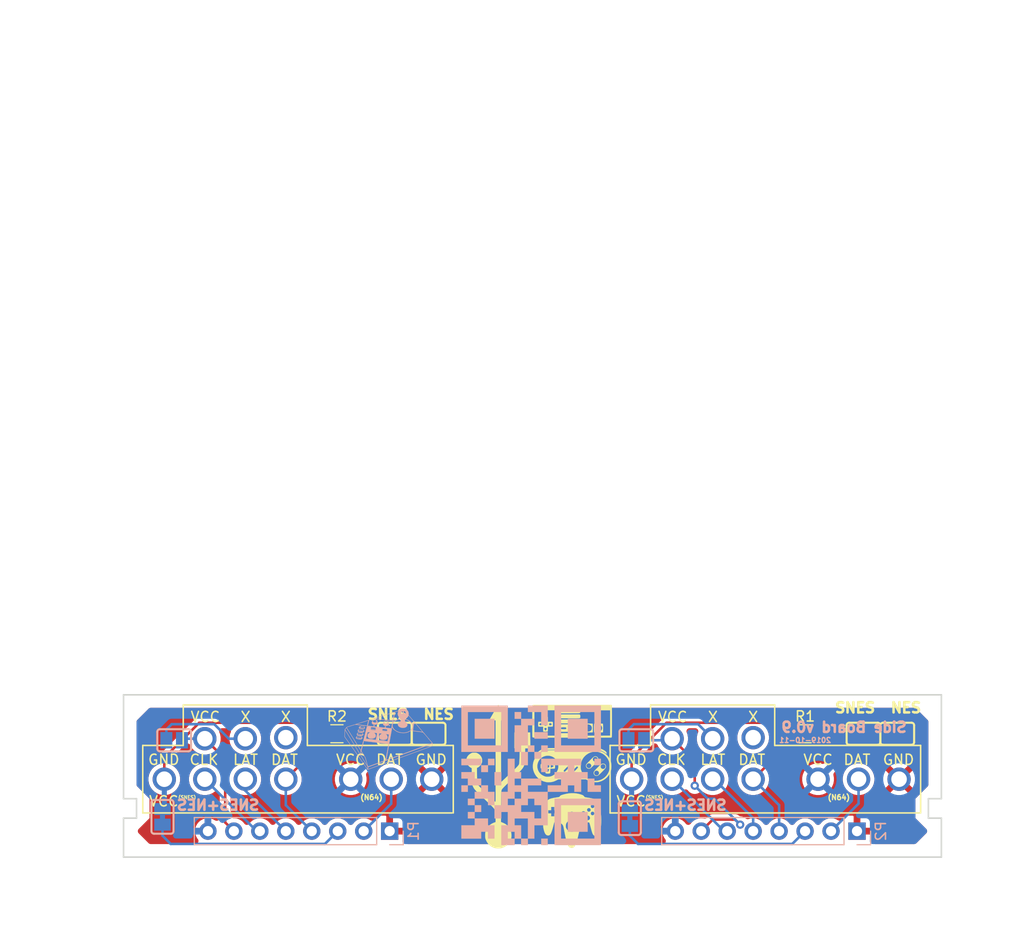
<source format=kicad_pcb>
(kicad_pcb (version 20171130) (host pcbnew 5.1.3-ffb9f22~84~ubuntu18.04.1)

  (general
    (thickness 1.6)
    (drawings 36)
    (tracks 84)
    (zones 0)
    (modules 17)
    (nets 19)
  )

  (page A4)
  (layers
    (0 Top signal)
    (31 Bottom signal)
    (32 B.Adhes user)
    (33 F.Adhes user)
    (34 B.Paste user)
    (35 F.Paste user)
    (36 B.SilkS user)
    (37 F.SilkS user)
    (38 B.Mask user)
    (39 F.Mask user)
    (40 Dwgs.User user)
    (41 Cmts.User user)
    (42 Eco1.User user)
    (43 Eco2.User user)
    (44 Edge.Cuts user)
    (45 Margin user)
    (46 B.CrtYd user)
    (47 F.CrtYd user)
    (48 B.Fab user hide)
    (49 F.Fab user)
  )

  (setup
    (last_trace_width 0.25)
    (user_trace_width 0.25)
    (user_trace_width 0.5)
    (trace_clearance 0.1524)
    (zone_clearance 0.4064)
    (zone_45_only yes)
    (trace_min 0.1524)
    (via_size 0.8)
    (via_drill 0.4)
    (via_min_size 0.508)
    (via_min_drill 0.254)
    (user_via 0.8 0.4)
    (user_via 1.6 0.8)
    (uvia_size 0.3)
    (uvia_drill 0.1)
    (uvias_allowed no)
    (uvia_min_size 0.2)
    (uvia_min_drill 0.1)
    (edge_width 0.15)
    (segment_width 0.2)
    (pcb_text_width 0.3)
    (pcb_text_size 1.5 1.5)
    (mod_edge_width 0.15)
    (mod_text_size 1 1)
    (mod_text_width 0.15)
    (pad_size 2.51 1)
    (pad_drill 0)
    (pad_to_mask_clearance 0.2)
    (aux_axis_origin 0 0)
    (visible_elements FFFFFF7F)
    (pcbplotparams
      (layerselection 0x010fc_ffffffff)
      (usegerberextensions false)
      (usegerberattributes false)
      (usegerberadvancedattributes false)
      (creategerberjobfile false)
      (excludeedgelayer true)
      (linewidth 0.100000)
      (plotframeref false)
      (viasonmask false)
      (mode 1)
      (useauxorigin false)
      (hpglpennumber 1)
      (hpglpenspeed 20)
      (hpglpendiameter 15.000000)
      (psnegative false)
      (psa4output false)
      (plotreference true)
      (plotvalue true)
      (plotinvisibletext false)
      (padsonsilk false)
      (subtractmaskfromsilk false)
      (outputformat 1)
      (mirror false)
      (drillshape 1)
      (scaleselection 1)
      (outputdirectory ""))
  )

  (net 0 "")
  (net 1 GNDA)
  (net 2 VCCA)
  (net 3 "/Child Board/CLK_A")
  (net 4 "/Child Board/LATCH_A")
  (net 5 "/Child Board/SLOW_DATA_A")
  (net 6 "/Child Board/FAST_DATA_A")
  (net 7 "/Child Board/CLK_B")
  (net 8 "/Child Board/LATCH_B")
  (net 9 "/Child Board/SLOW_DATA_B")
  (net 10 "/Child Board/FAST_DATA_B")
  (net 11 "/Child Board/S_OR_NES_A")
  (net 12 "/Child Board/S_OR_NES_B")
  (net 13 "/Child Board/ENABLE_B")
  (net 14 "/Child Board/ENABLE_A")
  (net 15 "Net-(U3-Pad8)")
  (net 16 "Net-(JP9-Pad2)")
  (net 17 "Net-(JP8-Pad2)")
  (net 18 "Net-(U4-Pad8)")

  (net_class Default "This is the default net class."
    (clearance 0.1524)
    (trace_width 0.25)
    (via_dia 0.8)
    (via_drill 0.4)
    (uvia_dia 0.3)
    (uvia_drill 0.1)
    (add_net "/Child Board/CLK_A")
    (add_net "/Child Board/CLK_B")
    (add_net "/Child Board/ENABLE_A")
    (add_net "/Child Board/ENABLE_B")
    (add_net "/Child Board/FAST_DATA_A")
    (add_net "/Child Board/FAST_DATA_B")
    (add_net "/Child Board/LATCH_A")
    (add_net "/Child Board/LATCH_B")
    (add_net "/Child Board/SLOW_DATA_A")
    (add_net "/Child Board/SLOW_DATA_B")
    (add_net "/Child Board/S_OR_NES_A")
    (add_net "/Child Board/S_OR_NES_B")
    (add_net "Net-(JP8-Pad2)")
    (add_net "Net-(JP9-Pad2)")
    (add_net "Net-(U3-Pad8)")
    (add_net "Net-(U4-Pad8)")
  )

  (net_class Power ""
    (clearance 0.1524)
    (trace_width 0.5)
    (via_dia 1.6)
    (via_drill 0.8)
    (uvia_dia 0.3)
    (uvia_drill 0.1)
    (add_net GNDA)
    (add_net VCCA)
  )

  (module Resistors_SMD:R_0805_HandSoldering (layer Top) (tedit 58E0A804) (tstamp 5D5235A4)
    (at 128.825 128.27)
    (descr "Resistor SMD 0805, hand soldering")
    (tags "resistor 0805")
    (path /5D46F38B/5D55FB63)
    (attr smd)
    (fp_text reference R2 (at 0 -1.7) (layer F.SilkS)
      (effects (font (size 1 1) (thickness 0.15)))
    )
    (fp_text value 10k (at 0 1.75) (layer F.Fab)
      (effects (font (size 1 1) (thickness 0.15)))
    )
    (fp_text user %R (at 0 0) (layer F.Fab)
      (effects (font (size 0.5 0.5) (thickness 0.075)))
    )
    (fp_line (start -1 0.62) (end -1 -0.62) (layer F.Fab) (width 0.1))
    (fp_line (start 1 0.62) (end -1 0.62) (layer F.Fab) (width 0.1))
    (fp_line (start 1 -0.62) (end 1 0.62) (layer F.Fab) (width 0.1))
    (fp_line (start -1 -0.62) (end 1 -0.62) (layer F.Fab) (width 0.1))
    (fp_line (start 0.6 0.88) (end -0.6 0.88) (layer F.SilkS) (width 0.12))
    (fp_line (start -0.6 -0.88) (end 0.6 -0.88) (layer F.SilkS) (width 0.12))
    (fp_line (start -2.35 -0.9) (end 2.35 -0.9) (layer F.CrtYd) (width 0.05))
    (fp_line (start -2.35 -0.9) (end -2.35 0.9) (layer F.CrtYd) (width 0.05))
    (fp_line (start 2.35 0.9) (end 2.35 -0.9) (layer F.CrtYd) (width 0.05))
    (fp_line (start 2.35 0.9) (end -2.35 0.9) (layer F.CrtYd) (width 0.05))
    (pad 1 smd rect (at -1.35 0) (size 1.5 1.3) (layers Top F.Paste F.Mask)
      (net 9 "/Child Board/SLOW_DATA_B"))
    (pad 2 smd rect (at 1.35 0) (size 1.5 1.3) (layers Top F.Paste F.Mask)
      (net 1 GNDA))
    (model ${KISYS3DMOD}/Resistors_SMD.3dshapes/R_0805.wrl
      (at (xyz 0 0 0))
      (scale (xyz 1 1 1))
      (rotate (xyz 0 0 0))
    )
  )

  (module logos:square_logo (layer Top) (tedit 0) (tstamp 5C5BF079)
    (at 148.59 132.461)
    (fp_text reference G*** (at 0 0) (layer F.SilkS) hide
      (effects (font (size 1.524 1.524) (thickness 0.3)))
    )
    (fp_text value LOGO (at 0.75 0) (layer F.SilkS) hide
      (effects (font (size 1.524 1.524) (thickness 0.3)))
    )
    (fp_poly (pts (xy 3.229461 4.783368) (xy 3.238179 4.806022) (xy 3.2385 4.816958) (xy 3.232415 4.847655)
      (xy 3.207797 4.857448) (xy 3.197708 4.85775) (xy 3.167975 4.852567) (xy 3.160989 4.831646)
      (xy 3.161989 4.822031) (xy 3.180067 4.789937) (xy 3.202781 4.781239) (xy 3.229461 4.783368)) (layer F.SilkS) (width 0.01))
    (fp_poly (pts (xy 3.255083 4.709028) (xy 3.296687 4.740627) (xy 3.314384 4.775185) (xy 3.321052 4.834466)
      (xy 3.302193 4.885368) (xy 3.263912 4.922225) (xy 3.212316 4.939371) (xy 3.153512 4.93114)
      (xy 3.14848 4.929131) (xy 3.103806 4.896456) (xy 3.081136 4.850963) (xy 3.078972 4.800585)
      (xy 3.081492 4.793505) (xy 3.124336 4.793505) (xy 3.126284 4.835217) (xy 3.141218 4.872608)
      (xy 3.152237 4.884293) (xy 3.192825 4.90357) (xy 3.229517 4.894315) (xy 3.254375 4.873625)
      (xy 3.282014 4.833449) (xy 3.278958 4.795264) (xy 3.253562 4.761687) (xy 3.211565 4.739454)
      (xy 3.164838 4.74504) (xy 3.137296 4.763093) (xy 3.124336 4.793505) (xy 3.081492 4.793505)
      (xy 3.095817 4.753261) (xy 3.130172 4.716925) (xy 3.180539 4.699513) (xy 3.191918 4.699)
      (xy 3.255083 4.709028)) (layer F.SilkS) (width 0.01))
    (fp_poly (pts (xy 3.256447 4.631894) (xy 3.312833 4.663264) (xy 3.360041 4.705581) (xy 3.377832 4.731226)
      (xy 3.394162 4.792739) (xy 3.387903 4.861852) (xy 3.36125 4.926323) (xy 3.337413 4.956663)
      (xy 3.281206 4.9941) (xy 3.213281 5.01241) (xy 3.145883 5.0094) (xy 3.111976 4.997082)
      (xy 3.065761 4.959381) (xy 3.026958 4.904825) (xy 3.003696 4.84634) (xy 3.002059 4.832957)
      (xy 3.04829 4.832957) (xy 3.07136 4.895725) (xy 3.089098 4.920031) (xy 3.140609 4.959113)
      (xy 3.201551 4.971946) (xy 3.263081 4.958249) (xy 3.307772 4.927022) (xy 3.343435 4.871606)
      (xy 3.352336 4.809529) (xy 3.334756 4.749633) (xy 3.300781 4.708348) (xy 3.238774 4.673017)
      (xy 3.176018 4.668509) (xy 3.116381 4.694725) (xy 3.094403 4.713653) (xy 3.056005 4.770978)
      (xy 3.04829 4.832957) (xy 3.002059 4.832957) (xy 3.000434 4.819683) (xy 3.015211 4.750801)
      (xy 3.0547 4.690179) (xy 3.11189 4.64472) (xy 3.179771 4.621326) (xy 3.203614 4.619625)
      (xy 3.256447 4.631894)) (layer F.SilkS) (width 0.01))
    (fp_poly (pts (xy 4.015222 -6.038297) (xy 4.035431 -6.003291) (xy 4.045566 -5.957451) (xy 4.048125 -5.89672)
      (xy 4.046392 -5.826935) (xy 4.03928 -5.781056) (xy 4.023919 -5.751339) (xy 3.997437 -5.730041)
      (xy 3.983489 -5.722351) (xy 3.970256 -5.717532) (xy 3.949074 -5.713409) (xy 3.917649 -5.709928)
      (xy 3.873689 -5.707041) (xy 3.814902 -5.704695) (xy 3.738995 -5.70284) (xy 3.643675 -5.701425)
      (xy 3.526649 -5.700398) (xy 3.385625 -5.699708) (xy 3.21831 -5.699305) (xy 3.022411 -5.699138)
      (xy 2.939804 -5.699125) (xy 2.737046 -5.699148) (xy 2.563631 -5.699266) (xy 2.417151 -5.699555)
      (xy 2.2952 -5.700087) (xy 2.195369 -5.700938) (xy 2.115253 -5.702183) (xy 2.052442 -5.703896)
      (xy 2.004531 -5.706151) (xy 1.969112 -5.709023) (xy 1.943778 -5.712587) (xy 1.926121 -5.716917)
      (xy 1.913734 -5.722088) (xy 1.90421 -5.728173) (xy 1.90011 -5.731314) (xy 1.867083 -5.775314)
      (xy 1.847934 -5.837776) (xy 1.842988 -5.908452) (xy 1.852571 -5.977092) (xy 1.877009 -6.033446)
      (xy 1.89001 -6.049261) (xy 1.897074 -6.055437) (xy 1.906548 -6.06073) (xy 1.920773 -6.065208)
      (xy 1.942094 -6.068938) (xy 1.972852 -6.071989) (xy 2.01539 -6.074429) (xy 2.072052 -6.076325)
      (xy 2.145181 -6.077748) (xy 2.237119 -6.078763) (xy 2.350209 -6.07944) (xy 2.486794 -6.079846)
      (xy 2.649218 -6.08005) (xy 2.839822 -6.08012) (xy 2.951597 -6.080125) (xy 3.98232 -6.080126)
      (xy 4.015222 -6.038297)) (layer F.SilkS) (width 0.01))
    (fp_poly (pts (xy 4.013607 -5.551259) (xy 4.033321 -5.52403) (xy 4.043927 -5.489061) (xy 4.047867 -5.436329)
      (xy 4.048125 -5.409682) (xy 4.046539 -5.338663) (xy 4.03997 -5.291758) (xy 4.025695 -5.261416)
      (xy 4.000994 -5.240081) (xy 3.983489 -5.230226) (xy 3.970256 -5.225407) (xy 3.949074 -5.221284)
      (xy 3.917649 -5.217803) (xy 3.873689 -5.214916) (xy 3.814902 -5.21257) (xy 3.738995 -5.210715)
      (xy 3.643675 -5.2093) (xy 3.526649 -5.208273) (xy 3.385625 -5.207583) (xy 3.21831 -5.20718)
      (xy 3.022411 -5.207013) (xy 2.939804 -5.207) (xy 2.737046 -5.207023) (xy 2.563631 -5.207141)
      (xy 2.417151 -5.20743) (xy 2.2952 -5.207962) (xy 2.195369 -5.208813) (xy 2.115253 -5.210058)
      (xy 2.052442 -5.211771) (xy 2.004531 -5.214026) (xy 1.969112 -5.216898) (xy 1.943778 -5.220462)
      (xy 1.926121 -5.224792) (xy 1.913734 -5.229963) (xy 1.90421 -5.236048) (xy 1.90011 -5.239189)
      (xy 1.867083 -5.283189) (xy 1.847934 -5.345651) (xy 1.842988 -5.416327) (xy 1.852571 -5.484967)
      (xy 1.877009 -5.541321) (xy 1.89001 -5.557136) (xy 1.89708 -5.563317) (xy 1.90656 -5.568613)
      (xy 1.920796 -5.573092) (xy 1.942133 -5.576823) (xy 1.972914 -5.579874) (xy 2.015486 -5.582314)
      (xy 2.072192 -5.58421) (xy 2.145378 -5.58563) (xy 2.237389 -5.586644) (xy 2.350569 -5.587319)
      (xy 2.487263 -5.587724) (xy 2.649817 -5.587926) (xy 2.840574 -5.587995) (xy 2.949982 -5.588)
      (xy 3.97909 -5.588) (xy 4.013607 -5.551259)) (layer F.SilkS) (width 0.01))
    (fp_poly (pts (xy 0.709528 -5.857003) (xy 0.773216 -5.853578) (xy 0.821188 -5.847682) (xy 0.842418 -5.841442)
      (xy 0.854477 -5.832618) (xy 0.862903 -5.817794) (xy 0.868338 -5.791822) (xy 0.871425 -5.749555)
      (xy 0.872806 -5.685845) (xy 0.873124 -5.595543) (xy 0.873125 -5.595379) (xy 0.873125 -5.36575)
      (xy 1.088481 -5.36575) (xy 1.170397 -5.364577) (xy 1.242784 -5.361363) (xy 1.298725 -5.356572)
      (xy 1.331301 -5.350665) (xy 1.334543 -5.349317) (xy 1.347274 -5.339858) (xy 1.355925 -5.323885)
      (xy 1.36127 -5.295876) (xy 1.364083 -5.250307) (xy 1.365138 -5.181654) (xy 1.36525 -5.130242)
      (xy 1.363705 -5.028534) (xy 1.359034 -4.9578) (xy 1.351184 -4.917413) (xy 1.3462 -4.908551)
      (xy 1.322634 -4.899774) (xy 1.271384 -4.893751) (xy 1.19105 -4.890373) (xy 1.100137 -4.8895)
      (xy 0.873125 -4.8895) (xy 0.873125 -4.662488) (xy 0.871883 -4.556661) (xy 0.868088 -4.48109)
      (xy 0.86163 -4.434379) (xy 0.854075 -4.416425) (xy 0.832394 -4.40991) (xy 0.786611 -4.404639)
      (xy 0.72435 -4.400766) (xy 0.653241 -4.398446) (xy 0.58091 -4.397833) (xy 0.514985 -4.399082)
      (xy 0.463093 -4.402347) (xy 0.432863 -4.407782) (xy 0.432593 -4.407889) (xy 0.424294 -4.420711)
      (xy 0.418438 -4.453599) (xy 0.414761 -4.509818) (xy 0.412999 -4.592633) (xy 0.412811 -4.638044)
      (xy 0.536349 -4.638044) (xy 0.546979 -4.602701) (xy 0.574114 -4.566021) (xy 0.586665 -4.552118)
      (xy 0.641519 -4.492548) (xy 0.69779 -4.547482) (xy 0.731571 -4.583608) (xy 0.747146 -4.614482)
      (xy 0.750064 -4.65485) (xy 0.748561 -4.682458) (xy 0.74306 -4.7625) (xy 0.541489 -4.7625)
      (xy 0.536651 -4.687094) (xy 0.536349 -4.638044) (xy 0.412811 -4.638044) (xy 0.41275 -4.652698)
      (xy 0.41275 -4.8895) (xy 0.185737 -4.8895) (xy 0.07991 -4.890742) (xy 0.004339 -4.894537)
      (xy -0.042372 -4.900995) (xy -0.060325 -4.90855) (xy -0.068762 -4.932704) (xy -0.074871 -4.980843)
      (xy -0.078651 -5.04529) (xy -0.080103 -5.118365) (xy -0.080072 -5.121021) (xy 0.01588 -5.121021)
      (xy 0.074662 -5.060823) (xy 0.119015 -5.018899) (xy 0.146305 -5.001941) (xy 0.158036 -5.009156)
      (xy 0.15875 -5.0165) (xy 0.172948 -5.025924) (xy 0.208912 -5.031613) (xy 0.230979 -5.032375)
      (xy 0.303209 -5.032375) (xy 0.29871 -5.118636) (xy 0.47955 -5.118636) (xy 0.499788 -5.04882)
      (xy 0.501089 -5.046264) (xy 0.543765 -4.994378) (xy 0.601299 -4.966789) (xy 0.666583 -4.964869)
      (xy 0.732511 -4.989989) (xy 0.745994 -4.998989) (xy 0.776151 -5.032375) (xy 0.982665 -5.032375)
      (xy 1.054895 -5.032375) (xy 1.097772 -5.029255) (xy 1.123657 -5.02135) (xy 1.127125 -5.0165)
      (xy 1.134162 -5.001664) (xy 1.156275 -5.010747) (xy 1.194966 -5.044539) (xy 1.211212 -5.060823)
      (xy 1.269994 -5.121021) (xy 1.198559 -5.191128) (xy 1.16214 -5.224301) (xy 1.136405 -5.242837)
      (xy 1.127125 -5.242969) (xy 1.11292 -5.230684) (xy 1.076989 -5.221674) (xy 1.059656 -5.21982)
      (xy 0.992187 -5.214938) (xy 0.987426 -5.123657) (xy 0.982665 -5.032375) (xy 0.776151 -5.032375)
      (xy 0.789101 -5.046711) (xy 0.807137 -5.103438) (xy 0.80253 -5.162304) (xy 0.777705 -5.216439)
      (xy 0.73509 -5.258975) (xy 0.677109 -5.283045) (xy 0.644588 -5.286023) (xy 0.573268 -5.272383)
      (xy 0.519709 -5.23613) (xy 0.48733 -5.182977) (xy 0.47955 -5.118636) (xy 0.29871 -5.118636)
      (xy 0.298448 -5.123657) (xy 0.293687 -5.214938) (xy 0.226218 -5.21982) (xy 0.184641 -5.226674)
      (xy 0.160967 -5.238115) (xy 0.15875 -5.242969) (xy 0.148702 -5.24242) (xy 0.122417 -5.223205)
      (xy 0.087315 -5.191128) (xy 0.01588 -5.121021) (xy -0.080072 -5.121021) (xy -0.079227 -5.192389)
      (xy -0.076023 -5.259685) (xy -0.07049 -5.312574) (xy -0.062629 -5.343376) (xy -0.060325 -5.346701)
      (xy -0.03676 -5.355477) (xy 0.01449 -5.3615) (xy 0.094824 -5.364878) (xy 0.185737 -5.36575)
      (xy 0.41275 -5.36575) (xy 0.41275 -5.584526) (xy 0.53581 -5.584526) (xy 0.537313 -5.556918)
      (xy 0.542814 -5.476875) (xy 0.744385 -5.476875) (xy 0.749223 -5.552282) (xy 0.749525 -5.601332)
      (xy 0.738895 -5.636675) (xy 0.71176 -5.673355) (xy 0.699209 -5.687258) (xy 0.644355 -5.746828)
      (xy 0.588084 -5.691894) (xy 0.554303 -5.655768) (xy 0.538728 -5.624894) (xy 0.53581 -5.584526)
      (xy 0.41275 -5.584526) (xy 0.41275 -5.592763) (xy 0.413991 -5.69859) (xy 0.417786 -5.774161)
      (xy 0.424244 -5.820872) (xy 0.431799 -5.838825) (xy 0.455588 -5.847) (xy 0.503154 -5.852955)
      (xy 0.566599 -5.856641) (xy 0.638023 -5.858007) (xy 0.709528 -5.857003)) (layer F.SilkS) (width 0.01))
    (fp_poly (pts (xy 2.96112 -5.11175) (xy 3.955317 -5.111751) (xy 4.048125 -5.018943) (xy 4.048125 -4.474308)
      (xy 3.955317 -4.3815) (xy 2.957939 -4.381735) (xy 2.743553 -4.381926) (xy 2.558967 -4.382418)
      (xy 2.402236 -4.383248) (xy 2.27141 -4.384455) (xy 2.164542 -4.386077) (xy 2.079684 -4.388151)
      (xy 2.01489 -4.390716) (xy 1.96821 -4.39381) (xy 1.937697 -4.39747) (xy 1.921405 -4.401735)
      (xy 1.920875 -4.401992) (xy 1.888707 -4.430514) (xy 1.863731 -4.473076) (xy 1.862239 -4.477164)
      (xy 1.854051 -4.518606) (xy 1.848049 -4.583607) (xy 1.844297 -4.664051) (xy 1.843202 -4.73075)
      (xy 2.143125 -4.73075) (xy 2.147629 -4.695373) (xy 2.163864 -4.66972) (xy 2.195915 -4.65235)
      (xy 2.247864 -4.641821) (xy 2.323796 -4.636692) (xy 2.413 -4.6355) (xy 2.503586 -4.636454)
      (xy 2.567905 -4.639696) (xy 2.611394 -4.6458) (xy 2.63949 -4.655338) (xy 2.647592 -4.660213)
      (xy 2.677544 -4.699351) (xy 2.678636 -4.705788) (xy 3.210912 -4.705788) (xy 3.218899 -4.689706)
      (xy 3.240234 -4.667866) (xy 3.273151 -4.652575) (xy 3.322696 -4.642832) (xy 3.393913 -4.637633)
      (xy 3.489252 -4.635983) (xy 3.571436 -4.636115) (xy 3.628215 -4.637686) (xy 3.66593 -4.641739)
      (xy 3.690924 -4.649315) (xy 3.709539 -4.661457) (xy 3.723409 -4.674466) (xy 3.753181 -4.708472)
      (xy 3.759275 -4.735192) (xy 3.742386 -4.767213) (xy 3.729472 -4.784172) (xy 3.715263 -4.801002)
      (xy 3.699904 -4.812576) (xy 3.677611 -4.81988) (xy 3.642597 -4.823895) (xy 3.589077 -4.825605)
      (xy 3.511266 -4.825994) (xy 3.48341 -4.826) (xy 3.396005 -4.825577) (xy 3.334561 -4.823807)
      (xy 3.293297 -4.819941) (xy 3.266429 -4.813229) (xy 3.248174 -4.802921) (xy 3.2385 -4.79425)
      (xy 3.210997 -4.750367) (xy 3.210912 -4.705788) (xy 2.678636 -4.705788) (xy 2.682875 -4.73075)
      (xy 2.67837 -4.766128) (xy 2.662135 -4.791781) (xy 2.630084 -4.809151) (xy 2.578135 -4.81968)
      (xy 2.502203 -4.824809) (xy 2.413 -4.826) (xy 2.312764 -4.824411) (xy 2.24008 -4.818681)
      (xy 2.190864 -4.807369) (xy 2.161032 -4.789034) (xy 2.146499 -4.762234) (xy 2.143125 -4.73075)
      (xy 1.843202 -4.73075) (xy 1.842855 -4.751818) (xy 1.843787 -4.838789) (xy 1.847154 -4.916846)
      (xy 1.853019 -4.977872) (xy 1.858202 -5.004569) (xy 1.863881 -5.025604) (xy 1.869899 -5.043693)
      (xy 1.878539 -5.059058) (xy 1.892086 -5.071921) (xy 1.912824 -5.082503) (xy 1.943036 -5.091028)
      (xy 1.985008 -5.097716) (xy 2.041024 -5.10279) (xy 2.113366 -5.106472) (xy 2.204321 -5.108983)
      (xy 2.316171 -5.110546) (xy 2.451202 -5.111383) (xy 2.611696 -5.111715) (xy 2.799939 -5.111765)
      (xy 2.96112 -5.11175)) (layer F.SilkS) (width 0.01))
    (fp_poly (pts (xy 5.960877 -5.190647) (xy 6.068819 -5.189145) (xy 6.149646 -5.186514) (xy 6.205666 -5.182654)
      (xy 6.23919 -5.17746) (xy 6.251575 -5.172075) (xy 6.258086 -5.155105) (xy 6.263117 -5.117226)
      (xy 6.266774 -5.056124) (xy 6.269164 -4.969483) (xy 6.270395 -4.854988) (xy 6.270625 -4.760624)
      (xy 6.270247 -4.651059) (xy 6.269186 -4.551237) (xy 6.267548 -4.465806) (xy 6.265441 -4.399412)
      (xy 6.262973 -4.356703) (xy 6.260989 -4.343111) (xy 6.254857 -4.335439) (xy 6.240694 -4.329482)
      (xy 6.21495 -4.32503) (xy 6.174073 -4.321873) (xy 6.114512 -4.319804) (xy 6.032717 -4.31861)
      (xy 5.925137 -4.318084) (xy 5.835539 -4.318) (xy 5.697064 -4.318467) (xy 5.58802 -4.319935)
      (xy 5.506099 -4.322505) (xy 5.448994 -4.326279) (xy 5.414398 -4.331356) (xy 5.400675 -4.33705)
      (xy 5.394848 -4.358345) (xy 5.39001 -4.406044) (xy 5.386179 -4.474816) (xy 5.38337 -4.55933)
      (xy 5.381602 -4.654254) (xy 5.380937 -4.747658) (xy 5.476875 -4.747658) (xy 5.491202 -4.641326)
      (xy 5.53226 -4.549129) (xy 5.597164 -4.474609) (xy 5.68303 -4.421309) (xy 5.762625 -4.39676)
      (xy 5.803392 -4.390857) (xy 5.843175 -4.391268) (xy 5.8943 -4.398683) (xy 5.933281 -4.406316)
      (xy 5.997962 -4.432108) (xy 6.063608 -4.47908) (xy 6.119528 -4.538874) (xy 6.13776 -4.566169)
      (xy 6.176166 -4.660116) (xy 6.187013 -4.758023) (xy 6.171942 -4.85393) (xy 6.132594 -4.941876)
      (xy 6.070611 -5.015901) (xy 6.00075 -5.063733) (xy 5.899786 -5.099581) (xy 5.800603 -5.106639)
      (xy 5.707453 -5.087471) (xy 5.624584 -5.044642) (xy 5.556248 -4.980715) (xy 5.506695 -4.898255)
      (xy 5.480175 -4.799827) (xy 5.476875 -4.747658) (xy 5.380937 -4.747658) (xy 5.38089 -4.754259)
      (xy 5.381253 -4.854012) (xy 5.382706 -4.948183) (xy 5.385267 -5.031441) (xy 5.388953 -5.098454)
      (xy 5.39378 -5.143892) (xy 5.398058 -5.160419) (xy 5.404571 -5.169775) (xy 5.415366 -5.177012)
      (xy 5.434196 -5.182402) (xy 5.464811 -5.186216) (xy 5.510964 -5.188723) (xy 5.576405 -5.190195)
      (xy 5.664888 -5.190903) (xy 5.780164 -5.191117) (xy 5.823508 -5.191125) (xy 5.960877 -5.190647)) (layer F.SilkS) (width 0.01))
    (fp_poly (pts (xy 4.924409 -5.191889) (xy 5.020952 -5.190247) (xy 5.10714 -5.187487) (xy 5.177711 -5.183609)
      (xy 5.227405 -5.178613) (xy 5.250962 -5.172498) (xy 5.25145 -5.172075) (xy 5.257961 -5.155105)
      (xy 5.262992 -5.117226) (xy 5.266649 -5.056124) (xy 5.269039 -4.969483) (xy 5.27027 -4.854988)
      (xy 5.2705 -4.760624) (xy 5.270122 -4.651059) (xy 5.269061 -4.551237) (xy 5.267423 -4.465806)
      (xy 5.265316 -4.399412) (xy 5.262848 -4.356703) (xy 5.260864 -4.343111) (xy 5.254732 -4.335439)
      (xy 5.240569 -4.329482) (xy 5.214825 -4.32503) (xy 5.173948 -4.321873) (xy 5.114387 -4.319804)
      (xy 5.032592 -4.31861) (xy 4.925012 -4.318084) (xy 4.835414 -4.318) (xy 4.696939 -4.318467)
      (xy 4.587895 -4.319935) (xy 4.505974 -4.322505) (xy 4.448869 -4.326279) (xy 4.414273 -4.331356)
      (xy 4.40055 -4.33705) (xy 4.394088 -4.353897) (xy 4.389085 -4.391529) (xy 4.385433 -4.452261)
      (xy 4.383028 -4.538406) (xy 4.381763 -4.652279) (xy 4.381546 -4.736756) (xy 4.470691 -4.736756)
      (xy 4.487604 -4.642196) (xy 4.531233 -4.551989) (xy 4.569843 -4.503114) (xy 4.650538 -4.437659)
      (xy 4.742376 -4.400744) (xy 4.841525 -4.392918) (xy 4.944151 -4.414726) (xy 5.003934 -4.441263)
      (xy 5.08536 -4.501633) (xy 5.143442 -4.583477) (xy 5.177582 -4.684361) (xy 5.183398 -4.78423)
      (xy 5.161702 -4.877344) (xy 5.116596 -4.959853) (xy 5.052185 -5.02791) (xy 4.972573 -5.077665)
      (xy 4.881862 -5.10527) (xy 4.784158 -5.106877) (xy 4.737001 -5.097559) (xy 4.641703 -5.057213)
      (xy 4.565998 -4.995895) (xy 4.511312 -4.91867) (xy 4.479068 -4.830602) (xy 4.470691 -4.736756)
      (xy 4.381546 -4.736756) (xy 4.3815 -4.754563) (xy 4.381996 -4.890203) (xy 4.383556 -4.996421)
      (xy 4.386285 -5.075531) (xy 4.390288 -5.129848) (xy 4.395672 -5.161684) (xy 4.40055 -5.172076)
      (xy 4.422282 -5.17826) (xy 4.470483 -5.183327) (xy 4.539894 -5.187275) (xy 4.625252 -5.190106)
      (xy 4.721298 -5.191818) (xy 4.822771 -5.192413) (xy 4.924409 -5.191889)) (layer F.SilkS) (width 0.01))
    (fp_poly (pts (xy 1.095767 -1.67378) (xy 1.101896 -1.642096) (xy 1.106878 -1.586709) (xy 1.110173 -1.515661)
      (xy 1.11125 -1.443592) (xy 1.11125 -1.254125) (xy 1.316491 -1.254125) (xy 1.405352 -1.253394)
      (xy 1.467778 -1.250818) (xy 1.509056 -1.245824) (xy 1.534474 -1.237838) (xy 1.546678 -1.229179)
      (xy 1.557616 -1.211995) (xy 1.564964 -1.182717) (xy 1.569328 -1.135949) (xy 1.571318 -1.066295)
      (xy 1.571625 -1.007488) (xy 1.5712 -0.924636) (xy 1.569389 -0.867912) (xy 1.565381 -0.831701)
      (xy 1.558368 -0.810386) (xy 1.54754 -0.79835) (xy 1.540918 -0.794309) (xy 1.51371 -0.787979)
      (xy 1.462075 -0.782781) (xy 1.393333 -0.779238) (xy 1.314803 -0.777877) (xy 1.311961 -0.777875)
      (xy 1.113709 -0.777875) (xy 1.108511 -0.562249) (xy 1.105951 -0.474306) (xy 1.102685 -0.412653)
      (xy 1.097887 -0.371829) (xy 1.090729 -0.346375) (xy 1.080388 -0.330831) (xy 1.072497 -0.324124)
      (xy 1.038991 -0.312152) (xy 0.982852 -0.304301) (xy 0.912921 -0.300522) (xy 0.838039 -0.300767)
      (xy 0.767047 -0.304986) (xy 0.708787 -0.313131) (xy 0.672101 -0.325154) (xy 0.670282 -0.326338)
      (xy 0.656039 -0.338058) (xy 0.646249 -0.353498) (xy 0.640081 -0.378265) (xy 0.636704 -0.417967)
      (xy 0.635287 -0.47821) (xy 0.635 -0.564463) (xy 0.635 -0.712579) (xy 0.725021 -0.712579)
      (xy 0.72682 -0.676178) (xy 0.747676 -0.620724) (xy 0.753484 -0.607825) (xy 0.790323 -0.531263)
      (xy 0.819405 -0.481007) (xy 0.843282 -0.453332) (xy 0.864506 -0.444514) (xy 0.865376 -0.4445)
      (xy 0.882859 -0.458015) (xy 0.909254 -0.494634) (xy 0.940529 -0.548465) (xy 0.953166 -0.572826)
      (xy 0.987263 -0.644468) (xy 1.003009 -0.693147) (xy 0.998176 -0.723254) (xy 0.970535 -0.739178)
      (xy 0.917858 -0.745309) (xy 0.865187 -0.746125) (xy 0.791082 -0.743687) (xy 0.745401 -0.733793)
      (xy 0.725021 -0.712579) (xy 0.635 -0.712579) (xy 0.635 -0.777875) (xy 0.423147 -0.777875)
      (xy 0.326032 -0.778178) (xy 0.256174 -0.781748) (xy 0.209086 -0.792579) (xy 0.180284 -0.814665)
      (xy 0.165281 -0.852) (xy 0.159594 -0.908576) (xy 0.158735 -0.988387) (xy 0.15875 -1.013282)
      (xy 0.158789 -1.019253) (xy 0.288708 -1.019253) (xy 0.304901 -0.998705) (xy 0.342244 -0.970868)
      (xy 0.392427 -0.940297) (xy 0.447143 -0.911546) (xy 0.498083 -0.88917) (xy 0.536938 -0.877725)
      (xy 0.547687 -0.877276) (xy 0.563161 -0.881852) (xy 0.572606 -0.895311) (xy 0.577484 -0.924039)
      (xy 0.579256 -0.974423) (xy 0.579422 -1.012639) (xy 0.714375 -1.012639) (xy 0.727553 -0.946508)
      (xy 0.762681 -0.897054) (xy 0.813143 -0.867088) (xy 0.872325 -0.859421) (xy 0.933615 -0.876865)
      (xy 0.971732 -0.903251) (xy 1.006469 -0.940672) (xy 1.018644 -0.973091) (xy 1.14497 -0.973091)
      (xy 1.146065 -0.923958) (xy 1.149266 -0.895751) (xy 1.149693 -0.894455) (xy 1.165051 -0.877612)
      (xy 1.194722 -0.876687) (xy 1.242342 -0.892479) (xy 1.311549 -0.92579) (xy 1.325546 -0.933159)
      (xy 1.378665 -0.964297) (xy 1.41938 -0.993659) (xy 1.440401 -1.01584) (xy 1.441666 -1.019253)
      (xy 1.430832 -1.039005) (xy 1.39798 -1.065469) (xy 1.350925 -1.094483) (xy 1.297479 -1.121887)
      (xy 1.245455 -1.143519) (xy 1.202667 -1.155219) (xy 1.18523 -1.155824) (xy 1.167448 -1.150377)
      (xy 1.156615 -1.135677) (xy 1.150521 -1.104789) (xy 1.146957 -1.050775) (xy 1.146223 -1.033361)
      (xy 1.14497 -0.973091) (xy 1.018644 -0.973091) (xy 1.021001 -0.979365) (xy 1.023215 -1.016)
      (xy 1.018292 -1.065437) (xy 0.998463 -1.101995) (xy 0.971732 -1.12875) (xy 0.914007 -1.165699)
      (xy 0.854765 -1.171962) (xy 0.793432 -1.150774) (xy 0.743657 -1.112752) (xy 0.718866 -1.060026)
      (xy 0.714375 -1.012639) (xy 0.579422 -1.012639) (xy 0.579437 -1.016) (xy 0.57887 -1.08167)
      (xy 0.576109 -1.122082) (xy 0.569562 -1.143726) (xy 0.557639 -1.153089) (xy 0.545144 -1.155824)
      (xy 0.511241 -1.15175) (xy 0.463593 -1.135342) (xy 0.410014 -1.110762) (xy 0.358318 -1.082169)
      (xy 0.316316 -1.053725) (xy 0.291822 -1.029592) (xy 0.288708 -1.019253) (xy 0.158789 -1.019253)
      (xy 0.159331 -1.100954) (xy 0.164038 -1.16426) (xy 0.177316 -1.207165) (xy 0.203609 -1.233638)
      (xy 0.247363 -1.247644) (xy 0.313023 -1.253151) (xy 0.405033 -1.254126) (xy 0.428625 -1.254125)
      (xy 0.635 -1.254125) (xy 0.635 -1.326679) (xy 0.720307 -1.326679) (xy 0.720774 -1.323847)
      (xy 0.740614 -1.311384) (xy 0.782714 -1.303428) (xy 0.837919 -1.2999) (xy 0.897071 -1.300718)
      (xy 0.951015 -1.305803) (xy 0.990594 -1.315073) (xy 1.006167 -1.326349) (xy 1.003839 -1.351358)
      (xy 0.989224 -1.395711) (xy 0.96526 -1.450895) (xy 0.958218 -1.465256) (xy 0.922831 -1.532413)
      (xy 0.895794 -1.574713) (xy 0.873611 -1.596756) (xy 0.853458 -1.603132) (xy 0.839943 -1.589846)
      (xy 0.818423 -1.554838) (xy 0.792599 -1.5059) (xy 0.766175 -1.450824) (xy 0.74285 -1.397401)
      (xy 0.726327 -1.353422) (xy 0.720307 -1.326679) (xy 0.635 -1.326679) (xy 0.635 -1.465263)
      (xy 0.636424 -1.568374) (xy 0.64075 -1.640813) (xy 0.648057 -1.683537) (xy 0.654049 -1.69545)
      (xy 0.679794 -1.704839) (xy 0.735473 -1.711042) (xy 0.821755 -1.714118) (xy 0.876692 -1.7145)
      (xy 1.080285 -1.7145) (xy 1.095767 -1.67378)) (layer F.SilkS) (width 0.01))
    (fp_poly (pts (xy 5.584022 -1.974048) (xy 5.654224 -1.948922) (xy 5.713351 -1.913943) (xy 5.734238 -1.894755)
      (xy 5.770613 -1.838454) (xy 5.797981 -1.768193) (xy 5.809822 -1.701165) (xy 5.809901 -1.695167)
      (xy 5.807122 -1.656911) (xy 5.797856 -1.619074) (xy 5.779917 -1.578736) (xy 5.751119 -1.532975)
      (xy 5.709279 -1.478873) (xy 5.652209 -1.413508) (xy 5.577725 -1.333959) (xy 5.483641 -1.237307)
      (xy 5.416666 -1.169682) (xy 5.330256 -1.083767) (xy 5.248255 -1.004038) (xy 5.174076 -0.933677)
      (xy 5.111135 -0.875865) (xy 5.062846 -0.833784) (xy 5.032624 -0.810615) (xy 5.029038 -0.808526)
      (xy 4.961584 -0.78579) (xy 4.882916 -0.77757) (xy 4.805717 -0.783893) (xy 4.74267 -0.804788)
      (xy 4.737279 -0.807894) (xy 4.663235 -0.870028) (xy 4.615589 -0.948155) (xy 4.596334 -1.036405)
      (xy 4.638311 -1.036405) (xy 4.661173 -0.959528) (xy 4.664894 -0.952253) (xy 4.715883 -0.887658)
      (xy 4.784573 -0.844307) (xy 4.863365 -0.824263) (xy 4.944659 -0.829588) (xy 5.013454 -0.857638)
      (xy 5.058849 -0.899606) (xy 5.097474 -0.960217) (xy 5.12214 -1.026363) (xy 5.127276 -1.065097)
      (xy 5.115582 -1.122506) (xy 5.084628 -1.184794) (xy 5.041897 -1.239732) (xy 5.000476 -1.272297)
      (xy 4.922321 -1.299148) (xy 4.84594 -1.299109) (xy 4.775552 -1.276205) (xy 4.715376 -1.234458)
      (xy 4.669631 -1.177894) (xy 4.642536 -1.110535) (xy 4.638311 -1.036405) (xy 4.596334 -1.036405)
      (xy 4.595871 -1.038527) (xy 4.604559 -1.133002) (xy 4.610965 -1.156908) (xy 4.620041 -1.179925)
      (xy 4.634228 -1.204932) (xy 4.655968 -1.234808) (xy 4.687703 -1.27243) (xy 4.731875 -1.320678)
      (xy 4.790925 -1.382429) (xy 4.867294 -1.460562) (xy 4.963426 -1.557956) (xy 4.974779 -1.56943)
      (xy 5.083708 -1.678879) (xy 5.103766 -1.698625) (xy 5.270618 -1.698625) (xy 5.284608 -1.613124)
      (xy 5.324278 -1.543532) (xy 5.386179 -1.493125) (xy 5.466862 -1.465182) (xy 5.521145 -1.46056)
      (xy 5.574 -1.463104) (xy 5.61154 -1.47482) (xy 5.648632 -1.501696) (xy 5.668818 -1.520032)
      (xy 5.722672 -1.588559) (xy 5.74901 -1.662913) (xy 5.749932 -1.737733) (xy 5.727539 -1.807663)
      (xy 5.683934 -1.867343) (xy 5.621217 -1.911415) (xy 5.541488 -1.93452) (xy 5.505444 -1.936691)
      (xy 5.422828 -1.922147) (xy 5.35364 -1.881881) (xy 5.302636 -1.820713) (xy 5.274569 -1.743463)
      (xy 5.270618 -1.698625) (xy 5.103766 -1.698625) (xy 5.173653 -1.767422) (xy 5.247446 -1.837223)
      (xy 5.307916 -1.890446) (xy 5.357894 -1.929254) (xy 5.400209 -1.955811) (xy 5.437691 -1.972282)
      (xy 5.473172 -1.980831) (xy 5.509481 -1.983621) (xy 5.516562 -1.983678) (xy 5.584022 -1.974048)) (layer F.SilkS) (width 0.01))
    (fp_poly (pts (xy 6.3727 -1.260619) (xy 6.450467 -1.221017) (xy 6.508838 -1.158641) (xy 6.544419 -1.076586)
      (xy 6.553013 -1.024572) (xy 6.555698 -0.980449) (xy 6.554393 -0.941542) (xy 6.546949 -0.90466)
      (xy 6.531217 -0.866611) (xy 6.505047 -0.824205) (xy 6.466291 -0.77425) (xy 6.412798 -0.713555)
      (xy 6.34242 -0.638929) (xy 6.253007 -0.54718) (xy 6.185106 -0.47831) (xy 6.07776 -0.370485)
      (xy 5.989592 -0.283891) (xy 5.918269 -0.216406) (xy 5.861457 -0.16591) (xy 5.816824 -0.13028)
      (xy 5.782034 -0.107395) (xy 5.770562 -0.101434) (xy 5.674754 -0.070163) (xy 5.580871 -0.069391)
      (xy 5.534093 -0.079986) (xy 5.463634 -0.11671) (xy 5.406364 -0.177056) (xy 5.366974 -0.254055)
      (xy 5.35016 -0.340735) (xy 5.350077 -0.344493) (xy 5.397524 -0.344493) (xy 5.411452 -0.26307)
      (xy 5.449621 -0.195657) (xy 5.506501 -0.145228) (xy 5.576564 -0.114756) (xy 5.654281 -0.107217)
      (xy 5.734121 -0.125582) (xy 5.770562 -0.143861) (xy 5.828508 -0.195848) (xy 5.865132 -0.264815)
      (xy 5.878444 -0.34256) (xy 5.866456 -0.420878) (xy 5.847756 -0.462262) (xy 5.794079 -0.528109)
      (xy 5.728756 -0.568979) (xy 5.657257 -0.586304) (xy 5.585056 -0.581516) (xy 5.517624 -0.556044)
      (xy 5.460433 -0.511321) (xy 5.418956 -0.448779) (xy 5.398665 -0.369847) (xy 5.397524 -0.344493)
      (xy 5.350077 -0.344493) (xy 5.349875 -0.353561) (xy 5.352439 -0.396398) (xy 5.361588 -0.437939)
      (xy 5.379509 -0.481164) (xy 5.408387 -0.529052) (xy 5.450409 -0.58458) (xy 5.507761 -0.65073)
      (xy 5.582628 -0.730478) (xy 5.677197 -0.826804) (xy 5.751736 -0.901176) (xy 5.838635 -0.98691)
      (xy 6.03321 -0.98691) (xy 6.041903 -0.914396) (xy 6.073548 -0.846758) (xy 6.129759 -0.789565)
      (xy 6.147448 -0.77779) (xy 6.218791 -0.750964) (xy 6.297924 -0.747569) (xy 6.37247 -0.767402)
      (xy 6.398387 -0.781898) (xy 6.460552 -0.839488) (xy 6.49796 -0.907478) (xy 6.512094 -0.980398)
      (xy 6.504435 -1.052781) (xy 6.476465 -1.119157) (xy 6.429664 -1.174057) (xy 6.365515 -1.212013)
      (xy 6.285499 -1.227555) (xy 6.27763 -1.227667) (xy 6.195735 -1.214324) (xy 6.128733 -1.178006)
      (xy 6.078237 -1.124285) (xy 6.045859 -1.05873) (xy 6.03321 -0.98691) (xy 5.838635 -0.98691)
      (xy 5.855525 -1.003573) (xy 5.940451 -1.085428) (xy 6.009726 -1.149016) (xy 6.066567 -1.196612)
      (xy 6.114186 -1.230492) (xy 6.155799 -1.25293) (xy 6.194618 -1.266201) (xy 6.233859 -1.272582)
      (xy 6.276736 -1.274346) (xy 6.278934 -1.274354) (xy 6.3727 -1.260619)) (layer F.SilkS) (width 0.01))
    (fp_poly (pts (xy 3.252485 4.546126) (xy 3.332381 4.57551) (xy 3.402359 4.629511) (xy 3.454229 4.70218)
      (xy 3.473786 4.768567) (xy 3.474235 4.846695) (xy 3.456255 4.923474) (xy 3.441076 4.956363)
      (xy 3.386158 5.023721) (xy 3.312995 5.070257) (xy 3.229286 5.093423) (xy 3.14273 5.09067)
      (xy 3.087687 5.073374) (xy 3.012381 5.024186) (xy 2.959182 4.95752) (xy 2.929134 4.879553)
      (xy 2.923284 4.79646) (xy 2.923297 4.796405) (xy 2.97395 4.796405) (xy 2.979686 4.875921)
      (xy 3.010264 4.944485) (xy 3.060128 4.998501) (xy 3.123725 5.034374) (xy 3.1955 5.048508)
      (xy 3.269899 5.037306) (xy 3.314051 5.016585) (xy 3.376291 4.962551) (xy 3.414061 4.895653)
      (xy 3.427561 4.822354) (xy 3.41699 4.749116) (xy 3.382548 4.6824) (xy 3.324434 4.62867)
      (xy 3.301683 4.61568) (xy 3.222552 4.592383) (xy 3.142521 4.597813) (xy 3.069147 4.630156)
      (xy 3.011664 4.68528) (xy 2.990349 4.728347) (xy 2.975778 4.782909) (xy 2.97395 4.796405)
      (xy 2.923297 4.796405) (xy 2.942678 4.714417) (xy 2.988362 4.6396) (xy 3.010326 4.616666)
      (xy 3.085754 4.565605) (xy 3.168375 4.542458) (xy 3.252485 4.546126)) (layer F.SilkS) (width 0.01))
    (fp_poly (pts (xy 7.119037 -6.981468) (xy 7.123191 -6.972941) (xy 7.126859 -6.958698) (xy 7.130071 -6.936871)
      (xy 7.132855 -6.905595) (xy 7.135242 -6.863001) (xy 7.137261 -6.807223) (xy 7.138942 -6.736392)
      (xy 7.140314 -6.648642) (xy 7.141406 -6.542106) (xy 7.142249 -6.414915) (xy 7.142871 -6.265204)
      (xy 7.143303 -6.091104) (xy 7.143573 -5.890748) (xy 7.143712 -5.662269) (xy 7.143749 -5.419539)
      (xy 7.143733 -5.165207) (xy 7.143658 -4.940711) (xy 7.143489 -4.744136) (xy 7.143187 -4.573567)
      (xy 7.142716 -4.427091) (xy 7.142038 -4.302793) (xy 7.141116 -4.198758) (xy 7.139914 -4.113072)
      (xy 7.138394 -4.043821) (xy 7.136519 -3.98909) (xy 7.134251 -3.946965) (xy 7.131554 -3.915531)
      (xy 7.128391 -3.892874) (xy 7.124723 -3.87708) (xy 7.120516 -3.866233) (xy 7.11573 -3.858421)
      (xy 7.113403 -3.855415) (xy 7.083056 -3.817938) (xy 3.267684 -3.814924) (xy 2.900677 -3.814692)
      (xy 2.545173 -3.814582) (xy 2.202394 -3.81459) (xy 1.873563 -3.814714) (xy 1.559902 -3.814948)
      (xy 1.262635 -3.815291) (xy 0.982984 -3.815738) (xy 0.722173 -3.816286) (xy 0.481424 -3.816931)
      (xy 0.261961 -3.81767) (xy 0.065005 -3.8185) (xy -0.10822 -3.819417) (xy -0.256492 -3.820417)
      (xy -0.378586 -3.821497) (xy -0.473281 -3.822654) (xy -0.539354 -3.823883) (xy -0.575582 -3.825182)
      (xy -0.582369 -3.825935) (xy -0.617749 -3.850683) (xy -0.633963 -3.871561) (xy -0.637172 -3.891094)
      (xy -0.640029 -3.937386) (xy -0.642538 -4.010976) (xy -0.644705 -4.112399) (xy -0.646536 -4.242192)
      (xy -0.648038 -4.400892) (xy -0.649216 -4.589034) (xy -0.650075 -4.807157) (xy -0.650622 -5.055795)
      (xy -0.650862 -5.335486) (xy -0.650875 -5.424675) (xy -0.650833 -5.680911) (xy -0.650687 -5.907269)
      (xy -0.650407 -6.105617) (xy -0.649963 -6.277828) (xy -0.649325 -6.42577) (xy -0.648866 -6.492875)
      (xy -0.4445 -6.492875) (xy -0.4445 -4.0005) (xy 1.837058 -4.0005) (xy 1.846343 -4.090468)
      (xy 1.860879 -4.164663) (xy 1.886775 -4.211523) (xy 1.888685 -4.213499) (xy 1.895967 -4.22022)
      (xy 1.904944 -4.225975) (xy 1.918009 -4.230852) (xy 1.937554 -4.234938) (xy 1.965971 -4.23832)
      (xy 2.005653 -4.241086) (xy 2.058991 -4.243323) (xy 2.128379 -4.245118) (xy 2.216208 -4.24656)
      (xy 2.324871 -4.247734) (xy 2.45676 -4.248729) (xy 2.614267 -4.249631) (xy 2.799784 -4.250529)
      (xy 2.917465 -4.251066) (xy 3.093256 -4.251723) (xy 3.260257 -4.252081) (xy 3.415658 -4.252151)
      (xy 3.556645 -4.251944) (xy 3.680408 -4.251472) (xy 3.784135 -4.250747) (xy 3.865014 -4.249779)
      (xy 3.920233 -4.248579) (xy 3.94698 -4.24716) (xy 3.948466 -4.246905) (xy 4.002627 -4.219105)
      (xy 4.035828 -4.167469) (xy 4.048053 -4.092023) (xy 4.048125 -4.084737) (xy 4.048125 -4.000334)
      (xy 6.961187 -4.008438) (xy 6.961187 -6.484938) (xy 4.048125 -6.493042) (xy 4.048125 -6.391069)
      (xy 4.046459 -6.320744) (xy 4.039592 -6.274419) (xy 4.024721 -6.244434) (xy 3.999043 -6.22313)
      (xy 3.983489 -6.214476) (xy 3.970263 -6.20966) (xy 3.94909 -6.205539) (xy 3.917679 -6.20206)
      (xy 3.873738 -6.199173) (xy 3.814977 -6.196827) (xy 3.739104 -6.194972) (xy 3.643828 -6.193555)
      (xy 3.526858 -6.192527) (xy 3.385902 -6.191836) (xy 3.21867 -6.191432) (xy 3.022871 -6.191263)
      (xy 2.938548 -6.19125) (xy 1.93852 -6.19125) (xy 1.894079 -6.229477) (xy 1.87059 -6.252435)
      (xy 1.857223 -6.276943) (xy 1.851155 -6.312558) (xy 1.849565 -6.368833) (xy 1.849537 -6.38027)
      (xy 1.849437 -6.492835) (xy 0.702468 -6.492855) (xy -0.4445 -6.492875) (xy -0.648866 -6.492875)
      (xy -0.648465 -6.551315) (xy -0.647352 -6.656334) (xy -0.645957 -6.742696) (xy -0.64425 -6.812273)
      (xy -0.642201 -6.866934) (xy -0.63978 -6.908551) (xy -0.636959 -6.938994) (xy -0.633706 -6.960134)
      (xy -0.629994 -6.97384) (xy -0.626163 -6.981468) (xy -0.60145 -7.01675) (xy 3.246437 -7.016751)
      (xy 7.094324 -7.016751) (xy 7.119037 -6.981468)) (layer F.SilkS) (width 0.01))
    (fp_poly (pts (xy 1.632329 -2.792509) (xy 1.682871 -2.790731) (xy 1.718699 -2.787734) (xy 1.74322 -2.78338)
      (xy 1.759839 -2.777532) (xy 1.771963 -2.770054) (xy 1.775029 -2.767638) (xy 1.803925 -2.72824)
      (xy 1.814259 -2.690813) (xy 1.817687 -2.643188) (xy 1.262062 -2.633639) (xy 1.106435 -2.630818)
      (xy 0.97832 -2.627913) (xy 0.873478 -2.624455) (xy 0.787673 -2.619975) (xy 0.716669 -2.614005)
      (xy 0.656228 -2.606076) (xy 0.602114 -2.595719) (xy 0.55009 -2.582465) (xy 0.495919 -2.565846)
      (xy 0.435363 -2.545393) (xy 0.421729 -2.540668) (xy 0.298264 -2.488761) (xy 0.165914 -2.417103)
      (xy 0.03488 -2.331314) (xy 0.013933 -2.316071) (xy -0.035763 -2.280221) (xy -0.07559 -2.253123)
      (xy -0.098854 -2.239275) (xy -0.101659 -2.238375) (xy -0.115509 -2.250987) (xy -0.121933 -2.263942)
      (xy -0.124808 -2.295797) (xy -0.118974 -2.340275) (xy -0.117466 -2.346707) (xy -0.090736 -2.398461)
      (xy -0.037571 -2.455327) (xy 0.037678 -2.514661) (xy 0.130658 -2.573819) (xy 0.237016 -2.630157)
      (xy 0.352399 -2.681034) (xy 0.472456 -2.723804) (xy 0.531812 -2.741039) (xy 0.576332 -2.752664)
      (xy 0.61646 -2.762009) (xy 0.656408 -2.769377) (xy 0.70039 -2.775071) (xy 0.75262 -2.779394)
      (xy 0.817311 -2.782649) (xy 0.898678 -2.785139) (xy 1.000933 -2.787167) (xy 1.12829 -2.789036)
      (xy 1.214895 -2.790161) (xy 1.358356 -2.791893) (xy 1.473477 -2.792953) (xy 1.563666 -2.793203)
      (xy 1.632329 -2.792509)) (layer F.SilkS) (width 0.01))
    (fp_poly (pts (xy 5.40272 -2.792636) (xy 5.564128 -2.788339) (xy 5.702498 -2.780364) (xy 5.822145 -2.768033)
      (xy 5.927382 -2.750664) (xy 6.022525 -2.727579) (xy 6.111886 -2.698096) (xy 6.199779 -2.661538)
      (xy 6.270625 -2.627403) (xy 6.401914 -2.554255) (xy 6.502654 -2.48319) (xy 6.572564 -2.414471)
      (xy 6.611361 -2.34836) (xy 6.619875 -2.301594) (xy 6.617087 -2.260797) (xy 6.610169 -2.23622)
      (xy 6.607968 -2.234009) (xy 6.590929 -2.240263) (xy 6.555474 -2.26228) (xy 6.507958 -2.295963)
      (xy 6.484937 -2.313368) (xy 6.377325 -2.386704) (xy 6.250621 -2.457814) (xy 6.116503 -2.52097)
      (xy 5.986647 -2.570447) (xy 5.921375 -2.589728) (xy 5.882602 -2.599165) (xy 5.844368 -2.606827)
      (xy 5.802709 -2.612953) (xy 5.753663 -2.617783) (xy 5.693269 -2.621555) (xy 5.617562 -2.624508)
      (xy 5.522582 -2.626881) (xy 5.404366 -2.628913) (xy 5.258951 -2.630844) (xy 5.234781 -2.631137)
      (xy 4.683125 -2.637764) (xy 4.683125 -2.683514) (xy 4.696058 -2.73205) (xy 4.717868 -2.761632)
      (xy 4.729184 -2.770981) (xy 4.743192 -2.778333) (xy 4.763555 -2.783928) (xy 4.793939 -2.788002)
      (xy 4.838007 -2.790796) (xy 4.899423 -2.792548) (xy 4.981851 -2.793496) (xy 5.088957 -2.793879)
      (xy 5.213962 -2.793937) (xy 5.40272 -2.792636)) (layer F.SilkS) (width 0.01))
    (fp_poly (pts (xy 4.655269 -2.587063) (xy 4.817959 -2.5865) (xy 4.975687 -2.585612) (xy 5.125394 -2.584402)
      (xy 5.264021 -2.582868) (xy 5.388509 -2.581011) (xy 5.495798 -2.578831) (xy 5.582829 -2.576329)
      (xy 5.646543 -2.573506) (xy 5.674428 -2.571457) (xy 5.895326 -2.534752) (xy 6.103659 -2.469721)
      (xy 6.297644 -2.377903) (xy 6.475495 -2.260837) (xy 6.63543 -2.12006) (xy 6.775663 -1.957113)
      (xy 6.894411 -1.773533) (xy 6.98989 -1.570858) (xy 7.051637 -1.383911) (xy 7.069352 -1.293532)
      (xy 7.081095 -1.181391) (xy 7.086768 -1.056931) (xy 7.086274 -0.929591) (xy 7.079514 -0.808813)
      (xy 7.066391 -0.704037) (xy 7.059069 -0.667555) (xy 6.994514 -0.456887) (xy 6.902492 -0.259948)
      (xy 6.785088 -0.078862) (xy 6.64439 0.08425) (xy 6.482482 0.227262) (xy 6.301451 0.348051)
      (xy 6.103382 0.444494) (xy 5.900554 0.511835) (xy 5.834561 0.52702) (xy 5.767874 0.537247)
      (xy 5.691627 0.543377) (xy 5.596957 0.546269) (xy 5.540375 0.546768) (xy 5.382061 0.542936)
      (xy 5.243965 0.528477) (xy 5.116023 0.501007) (xy 4.988175 0.458139) (xy 4.850357 0.397489)
      (xy 4.794651 0.369976) (xy 4.596614 0.269875) (xy 1.89626 0.269875) (xy 1.695859 0.371363)
      (xy 1.548137 0.440488) (xy 1.412719 0.490261) (xy 1.279071 0.523384) (xy 1.136657 0.542561)
      (xy 1.000125 0.549936) (xy 0.893811 0.550935) (xy 0.806669 0.546977) (xy 0.726376 0.537104)
      (xy 0.652066 0.522863) (xy 0.435934 0.460552) (xy 0.234589 0.371072) (xy 0.049963 0.256286)
      (xy -0.116009 0.118059) (xy -0.261395 -0.041746) (xy -0.38426 -0.221267) (xy -0.482672 -0.418639)
      (xy -0.554697 -0.631999) (xy -0.557541 -0.642938) (xy -0.582769 -0.779538) (xy -0.5949 -0.933814)
      (xy -0.594618 -0.985335) (xy -0.163297 -0.985335) (xy -0.144296 -0.814383) (xy -0.096898 -0.648912)
      (xy -0.021706 -0.492206) (xy 0.080677 -0.347551) (xy 0.187745 -0.237314) (xy 0.269771 -0.174683)
      (xy 0.371556 -0.113052) (xy 0.481529 -0.058568) (xy 0.58812 -0.017379) (xy 0.619125 -0.008146)
      (xy 0.708329 0.00754) (xy 0.817026 0.013592) (xy 0.934622 0.010512) (xy 1.050521 -0.001196)
      (xy 1.154127 -0.02103) (xy 1.203874 -0.035869) (xy 1.367697 -0.109621) (xy 1.512208 -0.206189)
      (xy 1.636093 -0.322487) (xy 1.738035 -0.455432) (xy 1.78797 -0.54841) (xy 2.414327 -0.54841)
      (xy 2.425332 -0.522769) (xy 2.439272 -0.505282) (xy 2.46405 -0.483309) (xy 2.490221 -0.474335)
      (xy 2.521161 -0.480213) (xy 2.56025 -0.502798) (xy 2.610864 -0.543943) (xy 2.642117 -0.573308)
      (xy 3.302 -0.573308) (xy 3.31479 -0.539866) (xy 3.34546 -0.505535) (xy 3.382455 -0.481335)
      (xy 3.403756 -0.47625) (xy 3.428528 -0.487884) (xy 3.472417 -0.521706) (xy 3.533531 -0.576102)
      (xy 3.609976 -0.649455) (xy 3.631177 -0.670481) (xy 3.694996 -0.735743) (xy 3.750033 -0.795069)
      (xy 3.792582 -0.844216) (xy 3.818938 -0.878942) (xy 3.825875 -0.893453) (xy 3.814708 -0.923982)
      (xy 3.787955 -0.959347) (xy 3.75574 -0.98843) (xy 3.728742 -1.000125) (xy 3.710413 -0.989237)
      (xy 3.674887 -0.95952) (xy 3.626585 -0.915398) (xy 3.569931 -0.861293) (xy 3.509346 -0.80163)
      (xy 3.449252 -0.74083) (xy 3.394073 -0.683318) (xy 3.34823 -0.633517) (xy 3.316146 -0.595848)
      (xy 3.302244 -0.574737) (xy 3.302 -0.573308) (xy 2.642117 -0.573308) (xy 2.676381 -0.605502)
      (xy 2.743219 -0.672135) (xy 2.806561 -0.737499) (xy 2.861215 -0.796366) (xy 2.903522 -0.844592)
      (xy 2.92982 -0.878032) (xy 2.936875 -0.891415) (xy 2.924635 -0.922474) (xy 2.894811 -0.955785)
      (xy 2.857747 -0.982717) (xy 2.823788 -0.994641) (xy 2.814376 -0.993617) (xy 2.79345 -0.979474)
      (xy 2.754915 -0.946498) (xy 2.703184 -0.898728) (xy 2.642672 -0.840202) (xy 2.598574 -0.796134)
      (xy 2.523084 -0.718352) (xy 2.468936 -0.658379) (xy 2.434108 -0.612524) (xy 2.416578 -0.577098)
      (xy 2.414327 -0.54841) (xy 1.78797 -0.54841) (xy 1.816718 -0.601938) (xy 1.870826 -0.758921)
      (xy 1.899044 -0.923297) (xy 1.899776 -1.045369) (xy 4.089018 -1.045369) (xy 4.08904 -1.000125)
      (xy 4.089832 -0.901562) (xy 4.09219 -0.826764) (xy 4.097012 -0.767752) (xy 4.105199 -0.716548)
      (xy 4.117651 -0.665174) (xy 4.132526 -0.614548) (xy 4.210016 -0.412397) (xy 4.311394 -0.228946)
      (xy 4.43432 -0.065525) (xy 4.576456 0.076531) (xy 4.735462 0.195891) (xy 4.908997 0.291222)
      (xy 5.094724 0.361191) (xy 5.290302 0.404467) (xy 5.493392 0.419717) (xy 5.701654 0.405608)
      (xy 5.866802 0.373209) (xy 6.059806 0.308462) (xy 6.23892 0.21717) (xy 6.402108 0.102111)
      (xy 6.547331 -0.033935) (xy 6.672554 -0.188191) (xy 6.775739 -0.357879) (xy 6.854848 -0.54022)
      (xy 6.907846 -0.732436) (xy 6.932695 -0.931749) (xy 6.931928 -1.0795) (xy 6.903928 -1.291016)
      (xy 6.847415 -1.491508) (xy 6.764288 -1.678772) (xy 6.656446 -1.8506) (xy 6.52579 -2.004785)
      (xy 6.374218 -2.13912) (xy 6.20363 -2.251399) (xy 6.015926 -2.339414) (xy 5.813005 -2.400958)
      (xy 5.790189 -2.405943) (xy 5.694 -2.419883) (xy 5.578306 -2.426975) (xy 5.454594 -2.427258)
      (xy 5.334354 -2.420769) (xy 5.229074 -2.407549) (xy 5.210299 -2.403994) (xy 5.017642 -2.348852)
      (xy 4.832648 -2.264111) (xy 4.658896 -2.151655) (xy 4.536895 -2.049123) (xy 4.397282 -1.901932)
      (xy 4.284794 -1.745298) (xy 4.195865 -1.573366) (xy 4.12693 -1.380279) (xy 4.124391 -1.371522)
      (xy 4.109856 -1.316321) (xy 4.099797 -1.263936) (xy 4.093468 -1.206535) (xy 4.090123 -1.13629)
      (xy 4.089018 -1.045369) (xy 1.899776 -1.045369) (xy 1.900056 -1.09198) (xy 1.872546 -1.261887)
      (xy 1.815197 -1.429931) (xy 1.806664 -1.448924) (xy 1.718858 -1.603736) (xy 1.609763 -1.737247)
      (xy 1.482545 -1.8484) (xy 1.340371 -1.93614) (xy 1.186408 -1.999413) (xy 1.023823 -2.037162)
      (xy 0.855784 -2.048333) (xy 0.685457 -2.031869) (xy 0.51601 -1.986715) (xy 0.376229 -1.925613)
      (xy 0.259346 -1.850467) (xy 0.146721 -1.751892) (xy 0.046319 -1.637988) (xy -0.033897 -1.51686)
      (xy -0.043879 -1.498214) (xy -0.113692 -1.330536) (xy -0.153296 -1.158481) (xy -0.163297 -0.985335)
      (xy -0.594618 -0.985335) (xy -0.594019 -1.094558) (xy -0.58021 -1.250562) (xy -0.553557 -1.390616)
      (xy -0.551841 -1.397183) (xy -0.478756 -1.612916) (xy -0.379005 -1.811937) (xy -0.253713 -1.99289)
      (xy -0.104003 -2.154419) (xy 0.069001 -2.295167) (xy 0.264177 -2.41378) (xy 0.309562 -2.436567)
      (xy 0.413824 -2.482428) (xy 0.516881 -2.517028) (xy 0.626854 -2.542216) (xy 0.751863 -2.55984)
      (xy 0.900031 -2.571748) (xy 0.904875 -2.572033) (xy 0.973095 -2.575121) (xy 1.063962 -2.577855)
      (xy 1.174381 -2.580233) (xy 1.301262 -2.582257) (xy 1.441511 -2.583928) (xy 1.592036 -2.585244)
      (xy 1.749746 -2.586208) (xy 1.911548 -2.586819) (xy 2.074349 -2.587078) (xy 2.235058 -2.586985)
      (xy 2.390582 -2.586541) (xy 2.537829 -2.585745) (xy 2.673706 -2.584599) (xy 2.795122 -2.583102)
      (xy 2.898984 -2.581256) (xy 2.9822 -2.57906) (xy 3.041678 -2.576515) (xy 3.074325 -2.573622)
      (xy 3.07975 -2.57175) (xy 3.094888 -2.564484) (xy 3.137435 -2.559198) (xy 3.203088 -2.556301)
      (xy 3.246437 -2.555875) (xy 3.322735 -2.557317) (xy 3.378241 -2.561369) (xy 3.408652 -2.567622)
      (xy 3.413125 -2.57175) (xy 3.428489 -2.574779) (xy 3.472542 -2.577479) (xy 3.542226 -2.579851)
      (xy 3.63448 -2.581895) (xy 3.746245 -2.583612) (xy 3.874463 -2.585002) (xy 4.016075 -2.586065)
      (xy 4.16802 -2.586803) (xy 4.327241 -2.587215) (xy 4.490677 -2.587301) (xy 4.655269 -2.587063)) (layer F.SilkS) (width 0.01))
    (fp_poly (pts (xy 3.434229 1.624784) (xy 3.688885 1.649946) (xy 3.939878 1.701042) (xy 4.132879 1.757725)
      (xy 4.22305 1.789732) (xy 4.290424 1.820549) (xy 4.343234 1.855709) (xy 4.389714 1.900745)
      (xy 4.438098 1.961187) (xy 4.440486 1.964403) (xy 4.481073 2.002494) (xy 4.537615 2.022014)
      (xy 4.543673 2.023068) (xy 4.58119 2.029143) (xy 4.643599 2.039151) (xy 4.724435 2.052059)
      (xy 4.817232 2.066833) (xy 4.905375 2.080832) (xy 5.053868 2.105867) (xy 5.176177 2.130087)
      (xy 5.277788 2.154932) (xy 5.364187 2.181844) (xy 5.44086 2.212261) (xy 5.484812 2.23296)
      (xy 5.561419 2.276814) (xy 5.612231 2.320993) (xy 5.642784 2.370942) (xy 5.651384 2.396695)
      (xy 5.669757 2.438165) (xy 5.702777 2.490812) (xy 5.741145 2.540604) (xy 5.850567 2.684357)
      (xy 5.934139 2.832275) (xy 5.993618 2.989391) (xy 6.030763 3.160738) (xy 6.04733 3.351348)
      (xy 6.048587 3.421062) (xy 6.050938 3.505969) (xy 6.056911 3.607237) (xy 6.065494 3.709819)
      (xy 6.072024 3.770312) (xy 6.079863 3.853499) (xy 6.086519 3.959631) (xy 6.091598 4.079912)
      (xy 6.094707 4.205547) (xy 6.095504 4.29479) (xy 6.090353 4.544606) (xy 6.074441 4.775881)
      (xy 6.048235 4.987318) (xy 6.012199 5.177617) (xy 5.966798 5.34548) (xy 5.912499 5.489609)
      (xy 5.849766 5.608706) (xy 5.779064 5.701471) (xy 5.70086 5.766606) (xy 5.615617 5.802812)
      (xy 5.552509 5.81025) (xy 5.459316 5.795794) (xy 5.37566 5.75509) (xy 5.311739 5.694632)
      (xy 5.283787 5.654117) (xy 5.257609 5.606873) (xy 5.231922 5.549242) (xy 5.20544 5.477565)
      (xy 5.17688 5.388184) (xy 5.144957 5.277438) (xy 5.108387 5.14167) (xy 5.081943 5.039928)
      (xy 5.043244 4.890729) (xy 5.011003 4.769629) (xy 4.984285 4.67385) (xy 4.962155 4.600614)
      (xy 4.943675 4.547144) (xy 4.927912 4.51066) (xy 4.913928 4.488387) (xy 4.900789 4.477544)
      (xy 4.891745 4.475277) (xy 4.813808 4.475991) (xy 4.715152 4.484485) (xy 4.605461 4.499385)
      (xy 4.494418 4.519315) (xy 4.391704 4.542901) (xy 4.365625 4.550009) (xy 4.299953 4.572785)
      (xy 4.242733 4.602944) (xy 4.192542 4.643231) (xy 4.147959 4.696392) (xy 4.107562 4.765174)
      (xy 4.069929 4.852322) (xy 4.033639 4.960583) (xy 3.99727 5.092702) (xy 3.9594 5.251426)
      (xy 3.927895 5.395518) (xy 3.869673 5.662611) (xy 3.814732 5.899755) (xy 3.762456 6.108508)
      (xy 3.71223 6.29043) (xy 3.663437 6.447081) (xy 3.615462 6.580021) (xy 3.567689 6.690809)
      (xy 3.519502 6.781005) (xy 3.470286 6.852169) (xy 3.419425 6.905861) (xy 3.366302 6.94364)
      (xy 3.310303 6.967067) (xy 3.307092 6.96798) (xy 3.196991 6.983372) (xy 3.090739 6.967278)
      (xy 3.073645 6.961627) (xy 3.017602 6.93542) (xy 2.965289 6.897081) (xy 2.916068 6.844888)
      (xy 2.869304 6.77712) (xy 2.824359 6.692054) (xy 2.780597 6.58797) (xy 2.737382 6.463145)
      (xy 2.694077 6.315858) (xy 2.650045 6.144387) (xy 2.604649 5.947009) (xy 2.557254 5.722005)
      (xy 2.507223 5.467651) (xy 2.492395 5.389562) (xy 2.465339 5.246574) (xy 2.443141 5.13104)
      (xy 2.424893 5.039189) (xy 2.409687 4.967255) (xy 2.396617 4.911467) (xy 2.384773 4.868057)
      (xy 2.373249 4.833255) (xy 2.367108 4.818062) (xy 2.628465 4.818062) (xy 2.629594 4.893912)
      (xy 2.635153 4.949597) (xy 2.64717 4.996607) (xy 2.66767 5.046436) (xy 2.669395 5.050155)
      (xy 2.741426 5.170722) (xy 2.83264 5.266379) (xy 2.941203 5.336006) (xy 3.06528 5.378485)
      (xy 3.203036 5.3927) (xy 3.230562 5.392115) (xy 3.306327 5.38664) (xy 3.36484 5.375061)
      (xy 3.420496 5.353878) (xy 3.452812 5.338045) (xy 3.567849 5.26174) (xy 3.66153 5.163147)
      (xy 3.72585 5.056187) (xy 3.748331 5.003431) (xy 3.761765 4.956145) (xy 3.768351 4.902538)
      (xy 3.770287 4.830817) (xy 3.770312 4.817728) (xy 3.76916 4.74475) (xy 3.764058 4.691634)
      (xy 3.752542 4.646526) (xy 3.732146 4.597572) (xy 3.718719 4.56972) (xy 3.644518 4.453992)
      (xy 3.547168 4.359225) (xy 3.43178 4.289255) (xy 3.377989 4.26708) (xy 3.327533 4.254322)
      (xy 3.267845 4.248659) (xy 3.20675 4.247674) (xy 3.08279 4.256475) (xy 2.978231 4.284542)
      (xy 2.885157 4.334957) (xy 2.800727 4.405812) (xy 2.721289 4.495697) (xy 2.668431 4.587582)
      (xy 2.63867 4.689799) (xy 2.628523 4.810681) (xy 2.628465 4.818062) (xy 2.367108 4.818062)
      (xy 2.361137 4.803294) (xy 2.347529 4.774404) (xy 2.341186 4.761758) (xy 2.276115 4.667554)
      (xy 2.187748 4.594057) (xy 2.078367 4.543162) (xy 2.077851 4.542993) (xy 1.974015 4.514059)
      (xy 1.850016 4.487372) (xy 1.717442 4.465204) (xy 1.617106 4.452674) (xy 1.511775 4.441692)
      (xy 1.486772 4.518752) (xy 1.473843 4.562295) (xy 1.455591 4.628683) (xy 1.434161 4.709896)
      (xy 1.411692 4.79792) (xy 1.404686 4.826) (xy 1.370836 4.95548) (xy 1.333419 5.086496)
      (xy 1.294105 5.214121) (xy 1.254564 5.333427) (xy 1.216466 5.439486) (xy 1.18148 5.52737)
      (xy 1.151275 5.59215) (xy 1.136684 5.617078) (xy 1.07265 5.694537) (xy 1.003682 5.742108)
      (xy 0.926936 5.761585) (xy 0.906496 5.762276) (xy 0.818966 5.751259) (xy 0.741069 5.718161)
      (xy 0.671908 5.661584) (xy 0.610591 5.58013) (xy 0.556222 5.472402) (xy 0.507908 5.337003)
      (xy 0.464754 5.172534) (xy 0.434336 5.024437) (xy 0.427831 4.987241) (xy 0.422391 4.949592)
      (xy 0.417944 4.908492) (xy 0.414418 4.860944) (xy 0.411742 4.803951) (xy 0.409843 4.734515)
      (xy 0.408652 4.649639) (xy 0.408094 4.546326) (xy 0.4081 4.421578) (xy 0.408596 4.272397)
      (xy 0.409512 4.095787) (xy 0.409773 4.051701) (xy 4.541742 4.051701) (xy 4.553431 4.122978)
      (xy 4.588296 4.188289) (xy 4.643437 4.238823) (xy 4.706556 4.263961) (xy 4.781792 4.270132)
      (xy 4.855814 4.257361) (xy 4.897842 4.238374) (xy 4.955596 4.186738) (xy 4.988958 4.122895)
      (xy 4.999662 4.052679) (xy 4.989445 3.981922) (xy 4.96004 3.916458) (xy 4.913185 3.862118)
      (xy 4.850613 3.824736) (xy 4.77406 3.810145) (xy 4.770437 3.810118) (xy 4.692177 3.823673)
      (xy 4.628448 3.860445) (xy 4.58098 3.914598) (xy 4.551502 3.980296) (xy 4.541742 4.051701)
      (xy 0.409773 4.051701) (xy 0.410031 4.008437) (xy 0.411543 3.799003) (xy 0.413378 3.619165)
      (xy 0.415596 3.466772) (xy 0.418257 3.339671) (xy 0.419885 3.286125) (xy 0.904875 3.286125)
      (xy 0.904875 3.603625) (xy 1.190625 3.603625) (xy 1.190625 3.889375) (xy 1.508125 3.889375)
      (xy 1.508125 3.604266) (xy 3.003968 3.604266) (xy 3.005529 3.679721) (xy 3.029382 3.745521)
      (xy 3.074651 3.800451) (xy 3.137909 3.840212) (xy 3.206956 3.857424) (xy 3.214687 3.857625)
      (xy 3.261746 3.849888) (xy 3.312249 3.83102) (xy 3.316896 3.828617) (xy 3.376739 3.781415)
      (xy 3.412631 3.721393) (xy 3.426065 3.654571) (xy 3.419333 3.59415) (xy 4.12054 3.59415)
      (xy 4.125833 3.666322) (xy 4.153316 3.731747) (xy 4.198452 3.786454) (xy 4.256702 3.826469)
      (xy 4.323528 3.84782) (xy 4.394393 3.846536) (xy 4.464758 3.818645) (xy 4.475769 3.811376)
      (xy 4.53758 3.754178) (xy 4.571166 3.686539) (xy 4.579937 3.614367) (xy 4.579454 3.611332)
      (xy 5.064125 3.611332) (xy 5.077596 3.680947) (xy 5.113677 3.735288) (xy 5.165869 3.771759)
      (xy 5.22767 3.787763) (xy 5.292582 3.780701) (xy 5.354104 3.747978) (xy 5.370108 3.733593)
      (xy 5.410637 3.674017) (xy 5.424641 3.608965) (xy 5.414683 3.545018) (xy 5.383327 3.488753)
      (xy 5.333136 3.446749) (xy 5.266672 3.425586) (xy 5.249638 3.424366) (xy 5.174365 3.435795)
      (xy 5.116099 3.472489) (xy 5.078229 3.531032) (xy 5.064145 3.608009) (xy 5.064125 3.611332)
      (xy 4.579454 3.611332) (xy 4.566928 3.532704) (xy 4.531581 3.467475) (xy 4.479414 3.419878)
      (xy 4.415944 3.391112) (xy 4.346689 3.382377) (xy 4.277167 3.39487) (xy 4.212897 3.429792)
      (xy 4.159395 3.488341) (xy 4.141975 3.519203) (xy 4.12054 3.59415) (xy 3.419333 3.59415)
      (xy 3.418533 3.586972) (xy 3.391528 3.524616) (xy 3.346542 3.473526) (xy 3.285068 3.439724)
      (xy 3.217867 3.429059) (xy 3.138005 3.44273) (xy 3.073522 3.480201) (xy 3.027738 3.535903)
      (xy 3.003968 3.604266) (xy 1.508125 3.604266) (xy 1.508125 3.603625) (xy 1.793875 3.603625)
      (xy 1.793875 3.286125) (xy 1.508125 3.286125) (xy 1.508125 3.247097) (xy 4.699165 3.247097)
      (xy 4.71013 3.31337) (xy 4.741361 3.365782) (xy 4.798552 3.418914) (xy 4.85751 3.441537)
      (xy 4.922872 3.434763) (xy 4.963206 3.418921) (xy 5.019887 3.378294) (xy 5.052668 3.325934)
      (xy 5.063904 3.267307) (xy 5.058856 3.229596) (xy 5.421599 3.229596) (xy 5.428136 3.299898)
      (xy 5.43988 3.329847) (xy 5.485056 3.390779) (xy 5.545076 3.427079) (xy 5.613219 3.437045)
      (xy 5.682764 3.418972) (xy 5.715 3.399597) (xy 5.746079 3.365595) (xy 5.77279 3.318187)
      (xy 5.7771 3.307171) (xy 5.789933 3.263261) (xy 5.788839 3.229704) (xy 5.772707 3.188939)
      (xy 5.769163 3.181609) (xy 5.724103 3.119647) (xy 5.664307 3.081792) (xy 5.595903 3.071015)
      (xy 5.555551 3.078083) (xy 5.488177 3.11244) (xy 5.44257 3.165027) (xy 5.421599 3.229596)
      (xy 5.058856 3.229596) (xy 5.055948 3.207878) (xy 5.031156 3.153112) (xy 4.991882 3.108473)
      (xy 4.940482 3.079426) (xy 4.879309 3.071436) (xy 4.81974 3.085963) (xy 4.755789 3.1269)
      (xy 4.714991 3.182776) (xy 4.699165 3.247097) (xy 1.508125 3.247097) (xy 1.508125 2.968625)
      (xy 1.190625 2.968625) (xy 1.190625 3.286125) (xy 0.904875 3.286125) (xy 0.419885 3.286125)
      (xy 0.421418 3.235709) (xy 0.42514 3.152734) (xy 0.429482 3.088594) (xy 0.434502 3.041136)
      (xy 0.437077 3.024187) (xy 0.460983 2.935466) (xy 5.065682 2.935466) (xy 5.08624 2.994976)
      (xy 5.124382 3.043178) (xy 5.175759 3.075801) (xy 5.236022 3.088574) (xy 5.300825 3.077226)
      (xy 5.349875 3.050255) (xy 5.401528 2.995824) (xy 5.423795 2.929498) (xy 5.423235 2.88372)
      (xy 5.402133 2.817688) (xy 5.360762 2.767568) (xy 5.305864 2.735085) (xy 5.244179 2.721967)
      (xy 5.182446 2.729937) (xy 5.127406 2.760723) (xy 5.094705 2.799605) (xy 5.067054 2.868918)
      (xy 5.065682 2.935466) (xy 0.460983 2.935466) (xy 0.478618 2.870019) (xy 0.5497 2.721324)
      (xy 0.651188 2.576485) (xy 0.716157 2.50227) (xy 0.765824 2.447323) (xy 0.80617 2.399142)
      (xy 0.83279 2.363229) (xy 0.841375 2.34586) (xy 0.856794 2.311689) (xy 0.902671 2.271243)
      (xy 0.978435 2.224973) (xy 1.024722 2.201088) (xy 1.097298 2.170582) (xy 1.189826 2.14131)
      (xy 1.304769 2.112708) (xy 1.44459 2.084212) (xy 1.61175 2.055256) (xy 1.762125 2.032074)
      (xy 1.854828 2.017802) (xy 1.921169 2.00583) (xy 1.966319 1.994778) (xy 1.995451 1.983268)
      (xy 2.013739 1.969919) (xy 2.019412 1.963456) (xy 2.04928 1.925051) (xy 2.079324 1.886154)
      (xy 2.108568 1.85847) (xy 2.154661 1.831569) (xy 2.220951 1.804131) (xy 2.310783 1.774832)
      (xy 2.427505 1.742351) (xy 2.473371 1.730485) (xy 2.640559 1.690609) (xy 2.789923 1.661527)
      (xy 2.932812 1.6415) (xy 3.080575 1.628794) (xy 3.167062 1.624336) (xy 3.434229 1.624784)) (layer F.SilkS) (width 0.01))
    (fp_poly (pts (xy -3.966122 -7.019349) (xy -3.941951 -6.981545) (xy -3.90556 -6.92225) (xy -3.858719 -6.844502)
      (xy -3.803194 -6.751339) (xy -3.740754 -6.645798) (xy -3.673168 -6.530916) (xy -3.602202 -6.409731)
      (xy -3.529624 -6.285281) (xy -3.457204 -6.160602) (xy -3.386707 -6.038733) (xy -3.319904 -5.922711)
      (xy -3.25856 -5.815574) (xy -3.204445 -5.720358) (xy -3.159327 -5.640101) (xy -3.124972 -5.577842)
      (xy -3.103149 -5.536616) (xy -3.095625 -5.519521) (xy -3.110688 -5.516131) (xy -3.152628 -5.513171)
      (xy -3.216573 -5.510816) (xy -3.297653 -5.509244) (xy -3.390995 -5.508628) (xy -3.397749 -5.508625)
      (xy -3.510249 -5.508071) (xy -3.594148 -5.506276) (xy -3.652574 -5.503037) (xy -3.688659 -5.498156)
      (xy -3.705532 -5.491431) (xy -3.707415 -5.488782) (xy -3.708163 -5.471117) (xy -3.708849 -5.423261)
      (xy -3.70947 -5.34677) (xy -3.710025 -5.243203) (xy -3.710512 -5.114118) (xy -3.71093 -4.961072)
      (xy -3.711276 -4.785624) (xy -3.711548 -4.58933) (xy -3.711746 -4.37375) (xy -3.711867 -4.140441)
      (xy -3.711909 -3.89096) (xy -3.71187 -3.626867) (xy -3.71175 -3.349718) (xy -3.711545 -3.061071)
      (xy -3.711255 -2.762485) (xy -3.710886 -2.461936) (xy -3.706813 0.545065) (xy -3.262313 0.126879)
      (xy -3.057049 -0.066526) (xy -2.873929 -0.23975) (xy -2.711702 -0.394073) (xy -2.569113 -0.530774)
      (xy -2.444912 -0.651135) (xy -2.337843 -0.756435) (xy -2.246655 -0.847955) (xy -2.170095 -0.926975)
      (xy -2.106911 -0.994776) (xy -2.055848 -1.052638) (xy -2.015655 -1.101841) (xy -1.985079 -1.143665)
      (xy -1.962866 -1.179391) (xy -1.947764 -1.210299) (xy -1.943803 -1.220562) (xy -1.934792 -1.261704)
      (xy -1.926262 -1.331784) (xy -1.918335 -1.427993) (xy -1.911134 -1.547519) (xy -1.904783 -1.687554)
      (xy -1.899404 -1.845287) (xy -1.89512 -2.017908) (xy -1.892053 -2.202608) (xy -1.890328 -2.396576)
      (xy -1.890113 -2.448326) (xy -1.889125 -2.761464) (xy -2.147094 -2.765826) (xy -2.242811 -2.767566)
      (xy -2.311308 -2.769509) (xy -2.35711 -2.772362) (xy -2.384744 -2.77683) (xy -2.398736 -2.78362)
      (xy -2.40361 -2.793439) (xy -2.403929 -2.805907) (xy -2.403638 -2.828707) (xy -2.403252 -2.879936)
      (xy -2.402788 -2.956273) (xy -2.402263 -3.054397) (xy -2.401693 -3.170986) (xy -2.401096 -3.302721)
      (xy -2.400489 -3.446279) (xy -2.39996 -3.579813) (xy -2.397125 -4.318) (xy -0.862389 -4.318)
      (xy -0.851908 -3.782219) (xy -0.849296 -3.641137) (xy -0.846921 -3.498174) (xy -0.844866 -3.359556)
      (xy -0.843214 -3.231503) (xy -0.84205 -3.12024) (xy -0.841459 -3.031989) (xy -0.841401 -3.004344)
      (xy -0.841375 -2.76225) (xy -1.349375 -2.76225) (xy -1.350149 -2.702719) (xy -1.353244 -2.500936)
      (xy -1.357169 -2.304343) (xy -1.361809 -2.115932) (xy -1.367052 -1.938697) (xy -1.372784 -1.775631)
      (xy -1.378891 -1.629726) (xy -1.385261 -1.503976) (xy -1.391779 -1.401374) (xy -1.398333 -1.324912)
      (xy -1.404 -1.281843) (xy -1.419281 -1.205106) (xy -1.437511 -1.133201) (xy -1.460233 -1.064163)
      (xy -1.488988 -0.996023) (xy -1.525317 -0.926817) (xy -1.570762 -0.854577) (xy -1.626866 -0.777337)
      (xy -1.695169 -0.693131) (xy -1.777213 -0.599992) (xy -1.874541 -0.495954) (xy -1.988693 -0.379051)
      (xy -2.121211 -0.247315) (xy -2.273638 -0.098781) (xy -2.447514 0.068518) (xy -2.50825 0.126638)
      (xy -2.711248 0.32119) (xy -2.891659 0.495175) (xy -3.050331 0.64945) (xy -3.188107 0.784873)
      (xy -3.305835 0.902301) (xy -3.40436 1.002592) (xy -3.484527 1.086602) (xy -3.547183 1.15519)
      (xy -3.593174 1.209214) (xy -3.623344 1.249529) (xy -3.634844 1.268733) (xy -3.644464 1.289646)
      (xy -3.653039 1.313667) (xy -3.660644 1.342697) (xy -3.667354 1.378637) (xy -3.673246 1.423391)
      (xy -3.678393 1.478858) (xy -3.682871 1.546943) (xy -3.686755 1.629545) (xy -3.690121 1.728566)
      (xy -3.693043 1.84591) (xy -3.695596 1.983476) (xy -3.697857 2.143168) (xy -3.699899 2.326886)
      (xy -3.701798 2.536533) (xy -3.70363 2.774011) (xy -3.705469 3.04122) (xy -3.705583 3.05853)
      (xy -3.714689 4.442247) (xy -3.599626 4.485436) (xy -3.400212 4.572215) (xy -3.228073 4.673189)
      (xy -3.081355 4.789914) (xy -2.958207 4.923945) (xy -2.856778 5.07684) (xy -2.825836 5.135562)
      (xy -2.75729 5.304577) (xy -2.711302 5.485614) (xy -2.68822 5.67233) (xy -2.68839 5.858378)
      (xy -2.712157 6.037416) (xy -2.759869 6.203097) (xy -2.766604 6.220257) (xy -2.853368 6.393603)
      (xy -2.96608 6.551969) (xy -3.101373 6.692567) (xy -3.255879 6.812613) (xy -3.426233 6.90932)
      (xy -3.609066 6.979903) (xy -3.71805 7.007477) (xy -3.841054 7.024597) (xy -3.978479 7.030352)
      (xy -4.115949 7.024774) (xy -4.239087 7.007892) (xy -4.246563 7.006338) (xy -4.440423 6.950121)
      (xy -4.616484 6.867756) (xy -4.775626 6.758773) (xy -4.874713 6.669133) (xy -5.012835 6.510566)
      (xy -5.122241 6.340601) (xy -5.204887 6.156035) (xy -5.225303 6.095599) (xy -5.240393 6.043449)
      (xy -5.250817 5.994479) (xy -5.257385 5.940876) (xy -5.260905 5.874831) (xy -5.262185 5.788532)
      (xy -5.262244 5.738812) (xy -5.261321 5.637296) (xy -5.258314 5.559314) (xy -5.252403 5.496671)
      (xy -5.242766 5.441177) (xy -5.228582 5.384639) (xy -5.225732 5.374585) (xy -5.155218 5.183807)
      (xy -5.058814 5.010912) (xy -4.937556 4.856965) (xy -4.792483 4.723028) (xy -4.624633 4.610169)
      (xy -4.435044 4.519449) (xy -4.367169 4.494304) (xy -4.246563 4.452638) (xy -4.24238 3.924839)
      (xy -4.238197 3.397039) (xy -4.280234 3.313801) (xy -4.303107 3.270084) (xy -4.32728 3.227969)
      (xy -4.354436 3.185666) (xy -4.386259 3.141389) (xy -4.424432 3.093347) (xy -4.470637 3.039754)
      (xy -4.526557 2.97882) (xy -4.593876 2.908758) (xy -4.674275 2.827779) (xy -4.769439 2.734094)
      (xy -4.881051 2.625917) (xy -5.010792 2.501457) (xy -5.160346 2.358927) (xy -5.331397 2.196539)
      (xy -5.334 2.19407) (xy -5.507253 2.02966) (xy -5.659049 1.885158) (xy -5.791069 1.75873)
      (xy -5.904994 1.648542) (xy -6.002504 1.55276) (xy -6.085278 1.469548) (xy -6.154998 1.397072)
      (xy -6.213343 1.333497) (xy -6.261994 1.27699) (xy -6.30263 1.225715) (xy -6.336934 1.177838)
      (xy -6.366583 1.131525) (xy -6.393259 1.08494) (xy -6.418643 1.03625) (xy -6.444413 0.983619)
      (xy -6.446353 0.979578) (xy -6.471085 0.926979) (xy -6.491934 0.878772) (xy -6.509266 0.831703)
      (xy -6.52345 0.782514) (xy -6.534851 0.72795) (xy -6.543836 0.664755) (xy -6.550772 0.589674)
      (xy -6.556027 0.499451) (xy -6.559966 0.39083) (xy -6.562957 0.260555) (xy -6.565366 0.10537)
      (xy -6.567561 -0.077979) (xy -6.567785 -0.098162) (xy -6.575792 -0.823387) (xy -6.678583 -0.883501)
      (xy -6.738584 -0.924312) (xy -6.806567 -0.979262) (xy -6.870132 -1.038142) (xy -6.884893 -1.053352)
      (xy -6.974336 -1.161619) (xy -7.037356 -1.271496) (xy -7.076223 -1.389459) (xy -7.09321 -1.521984)
      (xy -7.092443 -1.64531) (xy -7.086185 -1.726535) (xy -7.075303 -1.789333) (xy -7.056758 -1.846987)
      (xy -7.03468 -1.897652) (xy -6.969028 -2.006318) (xy -6.878558 -2.110087) (xy -6.770148 -2.20225)
      (xy -6.650679 -2.276095) (xy -6.642528 -2.280183) (xy -6.58922 -2.306041) (xy -6.547641 -2.323376)
      (xy -6.50903 -2.33389) (xy -6.464625 -2.33929) (xy -6.405664 -2.341279) (xy -6.327011 -2.341563)
      (xy -6.245423 -2.341203) (xy -6.186733 -2.339012) (xy -6.142091 -2.333326) (xy -6.102644 -2.322481)
      (xy -6.059541 -2.304811) (xy -6.011348 -2.282193) (xy -5.874765 -2.199725) (xy -5.75715 -2.093027)
      (xy -5.661998 -1.965596) (xy -5.623558 -1.894403) (xy -5.598475 -1.840709) (xy -5.581686 -1.798489)
      (xy -5.571528 -1.758892) (xy -5.566335 -1.713067) (xy -5.564444 -1.652163) (xy -5.564188 -1.57874)
      (xy -5.564501 -1.497531) (xy -5.566582 -1.439296) (xy -5.572144 -1.395262) (xy -5.582902 -1.356652)
      (xy -5.60057 -1.314691) (xy -5.625969 -1.262412) (xy -5.685963 -1.161812) (xy -5.762117 -1.065521)
      (xy -5.847388 -0.980921) (xy -5.934736 -0.915395) (xy -5.980907 -0.890256) (xy -6.064251 -0.851823)
      (xy -6.063271 -0.445756) (xy -6.061949 -0.217938) (xy -6.059172 -0.009703) (xy -6.055011 0.177324)
      (xy -6.049539 0.341522) (xy -6.042825 0.481267) (xy -6.034941 0.594936) (xy -6.025958 0.680906)
      (xy -6.015947 0.737555) (xy -6.010711 0.754062) (xy -5.995784 0.778515) (xy -5.965239 0.816914)
      (xy -5.917954 0.870445) (xy -5.852805 0.9403) (xy -5.768671 1.027666) (xy -5.664429 1.133734)
      (xy -5.538958 1.259692) (xy -5.448708 1.349592) (xy -5.323921 1.473075) (xy -5.196124 1.598577)
      (xy -5.06766 1.723864) (xy -4.940875 1.846703) (xy -4.818113 1.96486) (xy -4.701719 2.076104)
      (xy -4.594037 2.178199) (xy -4.497414 2.268914) (xy -4.414192 2.346014) (xy -4.346717 2.407268)
      (xy -4.297334 2.450441) (xy -4.270162 2.472086) (xy -4.266837 2.474186) (xy -4.263755 2.474888)
      (xy -4.260909 2.473044) (xy -4.258289 2.467505) (xy -4.255889 2.457121) (xy -4.2537 2.440746)
      (xy -4.251714 2.417228) (xy -4.249923 2.385421) (xy -4.248319 2.344175) (xy -4.246895 2.292341)
      (xy -4.245642 2.228771) (xy -4.244552 2.152316) (xy -4.243618 2.061826) (xy -4.242831 1.956155)
      (xy -4.242183 1.834151) (xy -4.241667 1.694668) (xy -4.241275 1.536556) (xy -4.240997 1.358666)
      (xy -4.240827 1.15985) (xy -4.240757 0.938959) (xy -4.240778 0.694844) (xy -4.240883 0.426356)
      (xy -4.241064 0.132347) (xy -4.241312 -0.188332) (xy -4.241619 -0.53683) (xy -4.241979 -0.914296)
      (xy -4.242382 -1.321878) (xy -4.242563 -1.503235) (xy -4.246563 -5.500688) (xy -4.552157 -5.505)
      (xy -4.646732 -5.506942) (xy -4.729409 -5.509803) (xy -4.795341 -5.513319) (xy -4.839686 -5.517225)
      (xy -4.857599 -5.521258) (xy -4.85775 -5.521649) (xy -4.850015 -5.538487) (xy -4.82799 -5.5794)
      (xy -4.793443 -5.641356) (xy -4.748146 -5.72132) (xy -4.693869 -5.816258) (xy -4.63238 -5.923136)
      (xy -4.565451 -6.03892) (xy -4.494851 -6.160577) (xy -4.42235 -6.285071) (xy -4.349717 -6.40937)
      (xy -4.278724 -6.530438) (xy -4.211139 -6.645243) (xy -4.148733 -6.75075) (xy -4.093275 -6.843925)
      (xy -4.046536 -6.921734) (xy -4.010285 -6.981143) (xy -3.986293 -7.019117) (xy -3.976329 -7.032624)
      (xy -3.976307 -7.032625) (xy -3.966122 -7.019349)) (layer F.SilkS) (width 0.01))
  )

  (module controllerpro:PinHeader_1x08_P2.54mm_Vertical (layer Bottom) (tedit 59FED5CC) (tstamp 5D66C6B7)
    (at 179.705 137.795 90)
    (descr "Through hole straight pin header, 1x08, 2.54mm pitch, single row")
    (tags "Through hole pin header THT 1x08 2.54mm single row")
    (path /5D591976)
    (fp_text reference P2 (at 0 2.33 270) (layer B.SilkS)
      (effects (font (size 1 1) (thickness 0.15)) (justify mirror))
    )
    (fp_text value Conn_01x08_Male (at 0 -20.11 270) (layer B.Fab)
      (effects (font (size 1 1) (thickness 0.15)) (justify mirror))
    )
    (fp_line (start -0.635 1.27) (end 1.27 1.27) (layer B.Fab) (width 0.1))
    (fp_line (start 1.27 1.27) (end 1.27 -19.05) (layer B.Fab) (width 0.1))
    (fp_line (start 1.27 -19.05) (end -1.27 -19.05) (layer B.Fab) (width 0.1))
    (fp_line (start -1.27 -19.05) (end -1.27 0.635) (layer B.Fab) (width 0.1))
    (fp_line (start -1.27 0.635) (end -0.635 1.27) (layer B.Fab) (width 0.1))
    (fp_line (start -1.33 -19.11) (end 1.33 -19.11) (layer B.SilkS) (width 0.12))
    (fp_line (start -1.33 -1.27) (end -1.33 -19.11) (layer B.SilkS) (width 0.12))
    (fp_line (start 1.33 -1.27) (end 1.33 -19.11) (layer B.SilkS) (width 0.12))
    (fp_line (start -1.33 -1.27) (end 1.33 -1.27) (layer B.SilkS) (width 0.12))
    (fp_line (start -1.33 0) (end -1.33 1.33) (layer B.SilkS) (width 0.12))
    (fp_line (start -1.33 1.33) (end 0 1.33) (layer B.SilkS) (width 0.12))
    (fp_line (start -1.8 1.8) (end -1.8 -19.55) (layer B.CrtYd) (width 0.05))
    (fp_line (start -1.8 -19.55) (end 1.8 -19.55) (layer B.CrtYd) (width 0.05))
    (fp_line (start 1.8 -19.55) (end 1.8 1.8) (layer B.CrtYd) (width 0.05))
    (fp_line (start 1.8 1.8) (end -1.8 1.8) (layer B.CrtYd) (width 0.05))
    (fp_text user %R (at 0 -8.89 180) (layer B.Fab)
      (effects (font (size 1 1) (thickness 0.15)) (justify mirror))
    )
    (pad 1 thru_hole rect (at 0 0 90) (size 1.7 1.7) (drill 1) (layers *.Cu *.Mask)
      (net 1 GNDA))
    (pad 2 thru_hole oval (at 0 -2.54 90) (size 1.7 1.7) (drill 1) (layers *.Cu *.Mask)
      (net 6 "/Child Board/FAST_DATA_A"))
    (pad 3 thru_hole oval (at 0 -5.08 90) (size 1.7 1.7) (drill 1) (layers *.Cu *.Mask)
      (net 11 "/Child Board/S_OR_NES_A"))
    (pad 4 thru_hole oval (at 0 -7.62 90) (size 1.7 1.7) (drill 1) (layers *.Cu *.Mask)
      (net 5 "/Child Board/SLOW_DATA_A"))
    (pad 5 thru_hole oval (at 0 -10.16 90) (size 1.7 1.7) (drill 1) (layers *.Cu *.Mask)
      (net 4 "/Child Board/LATCH_A"))
    (pad 6 thru_hole oval (at 0 -12.7 90) (size 1.7 1.7) (drill 1) (layers *.Cu *.Mask)
      (net 3 "/Child Board/CLK_A"))
    (pad 7 thru_hole oval (at 0 -15.24 90) (size 1.7 1.7) (drill 1) (layers *.Cu *.Mask)
      (net 14 "/Child Board/ENABLE_A"))
    (pad 8 thru_hole oval (at 0 -17.78 90) (size 1.7 1.7) (drill 1) (layers *.Cu *.Mask)
      (net 2 VCCA))
    (model ${KISYS3DMOD}/Connector_PinHeader_2.54mm.3dshapes/PinHeader_1x08_P2.54mm_Vertical.wrl
      (at (xyz 0 0 0))
      (scale (xyz 1 1 1))
      (rotate (xyz 0 0 0))
    )
  )

  (module t32_ref:SOLDERJUMPER (layer Top) (tedit 0) (tstamp 5D46B711)
    (at 137.795 128.27)
    (path /5D46F38B/5D52D936)
    (fp_text reference JP7 (at 0 0) (layer F.Fab)
      (effects (font (size 0.665 0.665) (thickness 0.056)) (justify left bottom))
    )
    (fp_text value SolderJumper_2_Open (at -1.524 1.651) (layer F.Fab)
      (effects (font (size 0.38608 0.38608) (thickness 0.04064)) (justify left bottom))
    )
    (fp_line (start -1.4 0.8) (end -1.4 -0.8) (layer F.Fab) (width 0.05))
    (fp_line (start 1.4 0.8) (end -1.4 0.8) (layer F.Fab) (width 0.05))
    (fp_line (start 1.4 -0.8) (end 1.4 0.8) (layer F.Fab) (width 0.05))
    (fp_line (start -1.4 -0.8) (end 1.4 -0.8) (layer F.Fab) (width 0.05))
    (fp_poly (pts (xy -0.0762 0.9144) (xy 0.0762 0.9144) (xy 0.0762 -0.9144) (xy -0.0762 -0.9144)) (layer F.Mask) (width 0))
    (fp_line (start -1.397 -1.0795) (end 1.397 -1.0795) (layer F.SilkS) (width 0.2032))
    (fp_line (start -1.651 0.8255) (end -1.651 -0.8255) (layer F.SilkS) (width 0.2032))
    (fp_line (start 1.651 0.8255) (end 1.651 -0.8255) (layer F.SilkS) (width 0.2032))
    (fp_arc (start 1.397 0.8255) (end 1.397 1.0795) (angle -90) (layer F.SilkS) (width 0.2032))
    (fp_arc (start -1.397 0.8255) (end -1.651 0.8255) (angle -90) (layer F.SilkS) (width 0.2032))
    (fp_arc (start -1.397 -0.8255) (end -1.651 -0.8255) (angle 90) (layer F.SilkS) (width 0.2032))
    (fp_arc (start 1.397 -0.8255) (end 1.397 -1.0795) (angle 90) (layer F.SilkS) (width 0.2032))
    (fp_line (start 1.397 1.0795) (end -1.397 1.0795) (layer F.SilkS) (width 0.2032))
    (pad 2 smd rect (at 0.762 0) (size 1.1684 1.6002) (layers Top F.Mask)
      (net 1 GNDA) (solder_mask_margin 0.1016))
    (pad 1 smd rect (at -0.762 0) (size 1.1684 1.6002) (layers Top F.Mask)
      (net 12 "/Child Board/S_OR_NES_B") (solder_mask_margin 0.1016))
  )

  (module t32_ref:SOLDERJUMPER (layer Top) (tedit 0) (tstamp 5D46B6FE)
    (at 134.493 128.27)
    (path /5D46F38B/5D52D91A)
    (fp_text reference JP6 (at 0 0) (layer F.Fab)
      (effects (font (size 0.665 0.665) (thickness 0.056)) (justify left bottom))
    )
    (fp_text value SolderJumper_2_Open (at -1.524 1.651) (layer F.Fab)
      (effects (font (size 0.38608 0.38608) (thickness 0.04064)) (justify left bottom))
    )
    (fp_line (start -1.4 0.8) (end -1.4 -0.8) (layer F.Fab) (width 0.05))
    (fp_line (start 1.4 0.8) (end -1.4 0.8) (layer F.Fab) (width 0.05))
    (fp_line (start 1.4 -0.8) (end 1.4 0.8) (layer F.Fab) (width 0.05))
    (fp_line (start -1.4 -0.8) (end 1.4 -0.8) (layer F.Fab) (width 0.05))
    (fp_poly (pts (xy -0.0762 0.9144) (xy 0.0762 0.9144) (xy 0.0762 -0.9144) (xy -0.0762 -0.9144)) (layer F.Mask) (width 0))
    (fp_line (start -1.397 -1.0795) (end 1.397 -1.0795) (layer F.SilkS) (width 0.2032))
    (fp_line (start -1.651 0.8255) (end -1.651 -0.8255) (layer F.SilkS) (width 0.2032))
    (fp_line (start 1.651 0.8255) (end 1.651 -0.8255) (layer F.SilkS) (width 0.2032))
    (fp_arc (start 1.397 0.8255) (end 1.397 1.0795) (angle -90) (layer F.SilkS) (width 0.2032))
    (fp_arc (start -1.397 0.8255) (end -1.651 0.8255) (angle -90) (layer F.SilkS) (width 0.2032))
    (fp_arc (start -1.397 -0.8255) (end -1.651 -0.8255) (angle 90) (layer F.SilkS) (width 0.2032))
    (fp_arc (start 1.397 -0.8255) (end 1.397 -1.0795) (angle 90) (layer F.SilkS) (width 0.2032))
    (fp_line (start 1.397 1.0795) (end -1.397 1.0795) (layer F.SilkS) (width 0.2032))
    (pad 2 smd rect (at 0.762 0) (size 1.1684 1.6002) (layers Top F.Mask)
      (net 12 "/Child Board/S_OR_NES_B") (solder_mask_margin 0.1016))
    (pad 1 smd rect (at -0.762 0) (size 1.1684 1.6002) (layers Top F.Mask)
      (net 2 VCCA) (solder_mask_margin 0.1016))
  )

  (module logos:qrcode (layer Bottom) (tedit 0) (tstamp 5C5BEF5F)
    (at 147.828 132.334 180)
    (fp_text reference G*** (at 0 0 180) (layer B.SilkS) hide
      (effects (font (size 1.524 1.524) (thickness 0.3)) (justify mirror))
    )
    (fp_text value LOGO (at 0.75 0 180) (layer B.SilkS) hide
      (effects (font (size 1.524 1.524) (thickness 0.3)) (justify mirror))
    )
    (fp_poly (pts (xy 5.5245 3.58775) (xy 3.58775 3.58775) (xy 3.58775 5.5245) (xy 5.5245 5.5245)
      (xy 5.5245 3.58775)) (layer B.SilkS) (width 0.01))
    (fp_poly (pts (xy -3.58775 3.58775) (xy -5.5245 3.58775) (xy -5.5245 5.5245) (xy -3.58775 5.5245)
      (xy -3.58775 3.58775)) (layer B.SilkS) (width 0.01))
    (fp_poly (pts (xy -3.58775 -5.5245) (xy -5.5245 -5.5245) (xy -5.5245 -3.58775) (xy -3.58775 -3.58775)
      (xy -3.58775 -5.5245)) (layer B.SilkS) (width 0.01))
    (fp_poly (pts (xy 0.3175 6.19125) (xy -0.98425 6.19125) (xy -0.98425 4.8895) (xy -1.61925 4.8895)
      (xy -1.61925 6.82625) (xy 0.3175 6.82625) (xy 0.3175 6.19125)) (layer B.SilkS) (width 0.01))
    (fp_poly (pts (xy -0.3175 3.58775) (xy -1.61925 3.58775) (xy -1.61925 4.22275) (xy -0.3175 4.22275)
      (xy -0.3175 3.58775)) (layer B.SilkS) (width 0.01))
    (fp_poly (pts (xy 6.82625 2.286) (xy 2.286 2.286) (xy 2.286 6.19125) (xy 2.921 6.19125)
      (xy 2.921 2.921) (xy 6.19125 2.921) (xy 6.19125 6.19125) (xy 2.921 6.19125)
      (xy 2.286 6.19125) (xy 2.286 6.82625) (xy 6.82625 6.82625) (xy 6.82625 2.286)) (layer B.SilkS) (width 0.01))
    (fp_poly (pts (xy -2.286 2.286) (xy -6.82625 2.286) (xy -6.82625 6.19125) (xy -6.19125 6.19125)
      (xy -6.19125 2.921) (xy -2.921 2.921) (xy -2.921 6.19125) (xy -6.19125 6.19125)
      (xy -6.82625 6.19125) (xy -6.82625 6.82625) (xy -2.286 6.82625) (xy -2.286 2.286)) (layer B.SilkS) (width 0.01))
    (fp_poly (pts (xy -6.19125 0.98425) (xy -6.82625 0.98425) (xy -6.82625 1.61925) (xy -6.19125 1.61925)
      (xy -6.19125 0.98425)) (layer B.SilkS) (width 0.01))
    (fp_poly (pts (xy 4.8895 0.3175) (xy 4.22275 0.3175) (xy 4.22275 0.98425) (xy 4.8895 0.98425)
      (xy 4.8895 0.3175)) (layer B.SilkS) (width 0.01))
    (fp_poly (pts (xy 3.58775 0.98425) (xy 3.58775 1.61925) (xy 4.22275 1.61925) (xy 4.22275 0.98425)
      (xy 3.58775 0.98425)) (layer B.SilkS) (width 0.01))
    (fp_poly (pts (xy 4.8895 1.61925) (xy 6.82625 1.61925) (xy 6.82625 0.98425) (xy 4.8895 0.98425)
      (xy 4.8895 1.61925)) (layer B.SilkS) (width 0.01))
    (fp_poly (pts (xy 3.58775 -0.98425) (xy 2.921 -0.98425) (xy 2.921 0.3175) (xy 3.58775 0.3175)
      (xy 3.58775 -0.98425)) (layer B.SilkS) (width 0.01))
    (fp_poly (pts (xy 4.8895 -1.61925) (xy 5.5245 -1.61925) (xy 5.5245 -2.286) (xy 4.22275 -2.286)
      (xy 4.22275 -2.921) (xy 3.58775 -2.921) (xy 3.58775 -1.61925) (xy 4.22275 -1.61925)
      (xy 4.22275 -0.98425) (xy 4.8895 -0.98425) (xy 4.8895 -1.61925)) (layer B.SilkS) (width 0.01))
    (fp_poly (pts (xy 3.58775 -4.22275) (xy 2.921 -4.22275) (xy 2.921 -3.58775) (xy 2.286 -3.58775)
      (xy 2.286 -4.8895) (xy 2.921 -4.8895) (xy 2.921 -6.82625) (xy 1.61925 -6.82625)
      (xy 1.61925 -6.19125) (xy 0.98425 -6.19125) (xy 0.98425 -6.82625) (xy 0.3175 -6.82625)
      (xy 0.3175 -6.19125) (xy -0.3175 -6.19125) (xy -0.3175 -4.8895) (xy -1.61925 -4.8895)
      (xy -1.61925 -2.921) (xy -0.98425 -2.921) (xy -0.98425 -4.22275) (xy -0.3175 -4.22275)
      (xy 0.3175 -4.22275) (xy 0.3175 -6.19125) (xy 0.98425 -6.19125) (xy 0.98425 -5.5245)
      (xy 1.61925 -5.5245) (xy 1.61925 -6.19125) (xy 2.286 -6.19125) (xy 2.286 -5.5245)
      (xy 1.61925 -5.5245) (xy 0.98425 -5.5245) (xy 0.98425 -4.8895) (xy 1.61925 -4.8895)
      (xy 1.61925 -4.22275) (xy 0.3175 -4.22275) (xy -0.3175 -4.22275) (xy -0.3175 -3.58775)
      (xy 0.98425 -3.58775) (xy 0.98425 -2.921) (xy 1.61925 -2.921) (xy 2.286 -2.921)
      (xy 2.286 -2.286) (xy 1.61925 -2.286) (xy 1.61925 -2.921) (xy 0.98425 -2.921)
      (xy 0.3175 -2.921) (xy 0.3175 -2.286) (xy -0.3175 -2.286) (xy -0.3175 -2.921)
      (xy -0.98425 -2.921) (xy -1.61925 -2.921) (xy -1.61925 -1.61925) (xy 0.3175 -1.61925)
      (xy 0.98425 -1.61925) (xy 0.98425 -2.286) (xy 1.61925 -2.286) (xy 1.61925 -1.61925)
      (xy 0.98425 -1.61925) (xy 0.3175 -1.61925) (xy 0.3175 -0.98425) (xy -0.98425 -0.98425)
      (xy -0.98425 -0.3175) (xy 0.98425 -0.3175) (xy 0.98425 -0.98425) (xy 1.61925 -0.98425)
      (xy 1.61925 -0.3175) (xy 0.98425 -0.3175) (xy 0.98425 0.3175) (xy 1.61925 0.3175)
      (xy 1.61925 1.61925) (xy 2.286 1.61925) (xy 2.286 -1.61925) (xy 2.921 -1.61925)
      (xy 2.921 -2.921) (xy 3.58775 -2.921) (xy 3.58775 -4.22275)) (layer B.SilkS) (width 0.01))
    (fp_poly (pts (xy -3.58775 -1.61925) (xy -3.58775 -0.98425) (xy -4.22275 -0.98425) (xy -4.22275 -1.61925)
      (xy -4.8895 -1.61925) (xy -4.8895 -0.3175) (xy -5.5245 -0.3175) (xy -5.5245 0.3175)
      (xy -4.22275 0.3175) (xy -4.22275 0.98425) (xy -4.8895 0.98425) (xy -4.8895 1.61925)
      (xy -0.98425 1.61925) (xy -0.98425 0.3175) (xy -1.61925 0.3175) (xy -1.61925 0.98425)
      (xy -3.58775 0.98425) (xy -3.58775 0.3175) (xy -2.286 0.3175) (xy -2.286 -0.3175)
      (xy -2.921 -0.3175) (xy -2.921 -0.98425) (xy -1.61925 -0.98425) (xy -1.61925 -1.61925)
      (xy -3.58775 -1.61925)) (layer B.SilkS) (width 0.01))
    (fp_poly (pts (xy 4.8895 -0.3175) (xy 5.5245 -0.3175) (xy 5.5245 0.3175) (xy 6.82625 0.3175)
      (xy 6.82625 -0.3175) (xy 6.19125 -0.3175) (xy 6.19125 -0.98425) (xy 4.8895 -0.98425)
      (xy 4.8895 -0.3175)) (layer B.SilkS) (width 0.01))
    (fp_poly (pts (xy -0.98425 2.286) (xy -0.3175 2.286) (xy -0.3175 1.61925) (xy -0.98425 1.61925)
      (xy -0.98425 2.286)) (layer B.SilkS) (width 0.01))
    (fp_poly (pts (xy 5.5245 -3.58775) (xy 6.19125 -3.58775) (xy 6.19125 -4.22275) (xy 5.5245 -4.22275)
      (xy 5.5245 -3.58775)) (layer B.SilkS) (width 0.01))
    (fp_poly (pts (xy 4.8895 -3.58775) (xy 4.8895 -2.921) (xy 5.5245 -2.921) (xy 5.5245 -3.58775)
      (xy 4.8895 -3.58775)) (layer B.SilkS) (width 0.01))
    (fp_poly (pts (xy 5.5245 -2.286) (xy 6.19125 -2.286) (xy 6.19125 -2.921) (xy 5.5245 -2.921)
      (xy 5.5245 -2.286)) (layer B.SilkS) (width 0.01))
    (fp_poly (pts (xy -5.5245 -1.61925) (xy -6.82625 -1.61925) (xy -6.82625 -0.98425) (xy -6.19125 -0.98425)
      (xy -6.19125 -0.3175) (xy -5.5245 -0.3175) (xy -5.5245 -1.61925)) (layer B.SilkS) (width 0.01))
    (fp_poly (pts (xy -0.3175 2.921) (xy 0.3175 2.921) (xy 0.3175 2.286) (xy 0.98425 2.286)
      (xy 0.98425 2.921) (xy 0.3175 2.921) (xy 0.3175 4.8895) (xy -0.3175 4.8895)
      (xy -0.3175 5.5245) (xy 0.98425 5.5245) (xy 0.98425 4.8895) (xy 1.61925 4.8895)
      (xy 1.61925 2.286) (xy 0.98425 2.286) (xy 0.98425 0.98425) (xy 0.3175 0.98425)
      (xy 0.3175 2.286) (xy -0.3175 2.286) (xy -0.3175 2.921)) (layer B.SilkS) (width 0.01))
    (fp_poly (pts (xy 0.98425 6.19125) (xy 1.61925 6.19125) (xy 1.61925 5.5245) (xy 0.98425 5.5245)
      (xy 0.98425 6.19125)) (layer B.SilkS) (width 0.01))
    (fp_poly (pts (xy 6.82625 -1.61925) (xy 6.19125 -1.61925) (xy 6.19125 -0.98425) (xy 6.82625 -0.98425)
      (xy 6.82625 -1.61925)) (layer B.SilkS) (width 0.01))
    (fp_poly (pts (xy 5.5245 -4.8895) (xy 6.82625 -4.8895) (xy 6.82625 -6.19125) (xy 4.8895 -6.19125)
      (xy 4.8895 -5.5245) (xy 4.22275 -5.5245) (xy 4.22275 -6.19125) (xy 3.58775 -6.19125)
      (xy 3.58775 -4.8895) (xy 4.22275 -4.8895) (xy 4.22275 -4.22275) (xy 5.5245 -4.22275)
      (xy 5.5245 -4.8895)) (layer B.SilkS) (width 0.01))
    (fp_poly (pts (xy -1.61925 2.286) (xy -1.61925 2.921) (xy -0.98425 2.921) (xy -0.98425 2.286)
      (xy -1.61925 2.286)) (layer B.SilkS) (width 0.01))
    (fp_poly (pts (xy -0.98425 -6.82625) (xy -1.61925 -6.82625) (xy -1.61925 -6.19125) (xy -0.98425 -6.19125)
      (xy -0.98425 -6.82625)) (layer B.SilkS) (width 0.01))
    (fp_poly (pts (xy -2.286 -6.82625) (xy -6.82625 -6.82625) (xy -6.82625 -2.921) (xy -6.19125 -2.921)
      (xy -6.19125 -6.19125) (xy -2.921 -6.19125) (xy -2.921 -2.921) (xy -6.19125 -2.921)
      (xy -6.82625 -2.921) (xy -6.82625 -2.286) (xy -2.286 -2.286) (xy -2.286 -6.82625)) (layer B.SilkS) (width 0.01))
  )

  (module t32_ref:SOLDERJUMPER (layer Top) (tedit 0) (tstamp 5D46B6EB)
    (at 183.642 128.27)
    (path /5D46F38B/5D48A955)
    (fp_text reference JP4 (at 0 0) (layer F.Fab)
      (effects (font (size 0.665 0.665) (thickness 0.056)) (justify left bottom))
    )
    (fp_text value SolderJumper_2_Open (at -1.524 1.651) (layer F.Fab)
      (effects (font (size 0.38608 0.38608) (thickness 0.04064)) (justify left bottom))
    )
    (fp_line (start -1.4 0.8) (end -1.4 -0.8) (layer F.Fab) (width 0.05))
    (fp_line (start 1.4 0.8) (end -1.4 0.8) (layer F.Fab) (width 0.05))
    (fp_line (start 1.4 -0.8) (end 1.4 0.8) (layer F.Fab) (width 0.05))
    (fp_line (start -1.4 -0.8) (end 1.4 -0.8) (layer F.Fab) (width 0.05))
    (fp_poly (pts (xy -0.0762 0.9144) (xy 0.0762 0.9144) (xy 0.0762 -0.9144) (xy -0.0762 -0.9144)) (layer F.Mask) (width 0))
    (fp_line (start -1.397 -1.0795) (end 1.397 -1.0795) (layer F.SilkS) (width 0.2032))
    (fp_line (start -1.651 0.8255) (end -1.651 -0.8255) (layer F.SilkS) (width 0.2032))
    (fp_line (start 1.651 0.8255) (end 1.651 -0.8255) (layer F.SilkS) (width 0.2032))
    (fp_arc (start 1.397 0.8255) (end 1.397 1.0795) (angle -90) (layer F.SilkS) (width 0.2032))
    (fp_arc (start -1.397 0.8255) (end -1.651 0.8255) (angle -90) (layer F.SilkS) (width 0.2032))
    (fp_arc (start -1.397 -0.8255) (end -1.651 -0.8255) (angle 90) (layer F.SilkS) (width 0.2032))
    (fp_arc (start 1.397 -0.8255) (end 1.397 -1.0795) (angle 90) (layer F.SilkS) (width 0.2032))
    (fp_line (start 1.397 1.0795) (end -1.397 1.0795) (layer F.SilkS) (width 0.2032))
    (pad 2 smd rect (at 0.762 0) (size 1.1684 1.6002) (layers Top F.Mask)
      (net 1 GNDA) (solder_mask_margin 0.1016))
    (pad 1 smd rect (at -0.762 0) (size 1.1684 1.6002) (layers Top F.Mask)
      (net 11 "/Child Board/S_OR_NES_A") (solder_mask_margin 0.1016))
  )

  (module t32_ref:SOLDERJUMPER (layer Bottom) (tedit 0) (tstamp 5D4F2602)
    (at 111.76 136.398 270)
    (path /5D46F38B/5D5C3FB8)
    (fp_text reference JP5 (at 0 0 270) (layer B.Fab)
      (effects (font (size 0.665 0.665) (thickness 0.056)) (justify right bottom mirror))
    )
    (fp_text value SolderJumper_2_Bridged (at -1.524 -1.651 270) (layer B.Fab)
      (effects (font (size 0.38608 0.38608) (thickness 0.04064)) (justify right bottom mirror))
    )
    (fp_line (start 1.397 -1.0795) (end -1.397 -1.0795) (layer B.SilkS) (width 0.2032))
    (fp_arc (start 1.397 0.8255) (end 1.397 1.0795) (angle -90) (layer B.SilkS) (width 0.2032))
    (fp_arc (start -1.397 0.8255) (end -1.651 0.8255) (angle -90) (layer B.SilkS) (width 0.2032))
    (fp_arc (start -1.397 -0.8255) (end -1.651 -0.8255) (angle 90) (layer B.SilkS) (width 0.2032))
    (fp_arc (start 1.397 -0.8255) (end 1.397 -1.0795) (angle 90) (layer B.SilkS) (width 0.2032))
    (fp_line (start 1.651 -0.8255) (end 1.651 0.8255) (layer B.SilkS) (width 0.2032))
    (fp_line (start -1.651 -0.8255) (end -1.651 0.8255) (layer B.SilkS) (width 0.2032))
    (fp_line (start -1.397 1.0795) (end 1.397 1.0795) (layer B.SilkS) (width 0.2032))
    (fp_poly (pts (xy -0.0762 -0.9144) (xy 0.0762 -0.9144) (xy 0.0762 0.9144) (xy -0.0762 0.9144)) (layer B.Mask) (width 0))
    (fp_line (start -1.4 0.8) (end 1.4 0.8) (layer B.Fab) (width 0.05))
    (fp_line (start 1.4 0.8) (end 1.4 -0.8) (layer B.Fab) (width 0.05))
    (fp_line (start 1.4 -0.8) (end -1.4 -0.8) (layer B.Fab) (width 0.05))
    (fp_line (start -1.4 -0.8) (end -1.4 0.8) (layer B.Fab) (width 0.05))
    (pad 1 smd rect (at -0.762 0 270) (size 1.1684 1.6002) (layers Bottom B.Mask)
      (net 12 "/Child Board/S_OR_NES_B") (solder_mask_margin 0.1016))
    (pad 2 smd rect (at 0.762 0 270) (size 1.1684 1.6002) (layers Bottom B.Mask)
      (net 12 "/Child Board/S_OR_NES_B") (solder_mask_margin 0.1016))
  )

  (module t32_ref:SOLDERJUMPER (layer Bottom) (tedit 0) (tstamp 5D521D70)
    (at 157.48 136.525 270)
    (path /5D46F38B/5D5C7D69)
    (fp_text reference JP2 (at 0 0 270) (layer B.Fab)
      (effects (font (size 0.665 0.665) (thickness 0.056)) (justify right bottom mirror))
    )
    (fp_text value SolderJumper_2_Bridged (at -1.524 -1.651 270) (layer B.Fab)
      (effects (font (size 0.38608 0.38608) (thickness 0.04064)) (justify right bottom mirror))
    )
    (fp_line (start -1.4 -0.8) (end -1.4 0.8) (layer B.Fab) (width 0.05))
    (fp_line (start 1.4 -0.8) (end -1.4 -0.8) (layer B.Fab) (width 0.05))
    (fp_line (start 1.4 0.8) (end 1.4 -0.8) (layer B.Fab) (width 0.05))
    (fp_line (start -1.4 0.8) (end 1.4 0.8) (layer B.Fab) (width 0.05))
    (fp_poly (pts (xy -0.0762 -0.9144) (xy 0.0762 -0.9144) (xy 0.0762 0.9144) (xy -0.0762 0.9144)) (layer B.Mask) (width 0))
    (fp_line (start -1.397 1.0795) (end 1.397 1.0795) (layer B.SilkS) (width 0.2032))
    (fp_line (start -1.651 -0.8255) (end -1.651 0.8255) (layer B.SilkS) (width 0.2032))
    (fp_line (start 1.651 -0.8255) (end 1.651 0.8255) (layer B.SilkS) (width 0.2032))
    (fp_arc (start 1.397 -0.8255) (end 1.397 -1.0795) (angle 90) (layer B.SilkS) (width 0.2032))
    (fp_arc (start -1.397 -0.8255) (end -1.651 -0.8255) (angle 90) (layer B.SilkS) (width 0.2032))
    (fp_arc (start -1.397 0.8255) (end -1.651 0.8255) (angle -90) (layer B.SilkS) (width 0.2032))
    (fp_arc (start 1.397 0.8255) (end 1.397 1.0795) (angle -90) (layer B.SilkS) (width 0.2032))
    (fp_line (start 1.397 -1.0795) (end -1.397 -1.0795) (layer B.SilkS) (width 0.2032))
    (pad 2 smd rect (at 0.762 0 270) (size 1.1684 1.6002) (layers Bottom B.Mask)
      (net 11 "/Child Board/S_OR_NES_A") (solder_mask_margin 0.1016))
    (pad 1 smd rect (at -0.762 0 270) (size 1.1684 1.6002) (layers Bottom B.Mask)
      (net 11 "/Child Board/S_OR_NES_A") (solder_mask_margin 0.1016))
  )

  (module t32_ref:SOLDERJUMPER (layer Top) (tedit 0) (tstamp 5D46B6D8)
    (at 180.34 128.27)
    (path /5D46F38B/5D48A961)
    (fp_text reference JP3 (at 0 0) (layer F.Fab)
      (effects (font (size 0.665 0.665) (thickness 0.056)) (justify left bottom))
    )
    (fp_text value SolderJumper_2_Open (at -1.524 1.651) (layer F.Fab)
      (effects (font (size 0.38608 0.38608) (thickness 0.04064)) (justify left bottom))
    )
    (fp_line (start -1.4 0.8) (end -1.4 -0.8) (layer F.Fab) (width 0.05))
    (fp_line (start 1.4 0.8) (end -1.4 0.8) (layer F.Fab) (width 0.05))
    (fp_line (start 1.4 -0.8) (end 1.4 0.8) (layer F.Fab) (width 0.05))
    (fp_line (start -1.4 -0.8) (end 1.4 -0.8) (layer F.Fab) (width 0.05))
    (fp_poly (pts (xy -0.0762 0.9144) (xy 0.0762 0.9144) (xy 0.0762 -0.9144) (xy -0.0762 -0.9144)) (layer F.Mask) (width 0))
    (fp_line (start -1.397 -1.0795) (end 1.397 -1.0795) (layer F.SilkS) (width 0.2032))
    (fp_line (start -1.651 0.8255) (end -1.651 -0.8255) (layer F.SilkS) (width 0.2032))
    (fp_line (start 1.651 0.8255) (end 1.651 -0.8255) (layer F.SilkS) (width 0.2032))
    (fp_arc (start 1.397 0.8255) (end 1.397 1.0795) (angle -90) (layer F.SilkS) (width 0.2032))
    (fp_arc (start -1.397 0.8255) (end -1.651 0.8255) (angle -90) (layer F.SilkS) (width 0.2032))
    (fp_arc (start -1.397 -0.8255) (end -1.651 -0.8255) (angle 90) (layer F.SilkS) (width 0.2032))
    (fp_arc (start 1.397 -0.8255) (end 1.397 -1.0795) (angle 90) (layer F.SilkS) (width 0.2032))
    (fp_line (start 1.397 1.0795) (end -1.397 1.0795) (layer F.SilkS) (width 0.2032))
    (pad 2 smd rect (at 0.762 0) (size 1.1684 1.6002) (layers Top F.Mask)
      (net 11 "/Child Board/S_OR_NES_A") (solder_mask_margin 0.1016))
    (pad 1 smd rect (at -0.762 0) (size 1.1684 1.6002) (layers Top F.Mask)
      (net 2 VCCA) (solder_mask_margin 0.1016))
  )

  (module Connector_PinHeader_2.54mm:PinHeader_1x08_P2.54mm_Vertical (layer Bottom) (tedit 59FED5CC) (tstamp 5D486402)
    (at 133.985 137.795 90)
    (descr "Through hole straight pin header, 1x08, 2.54mm pitch, single row")
    (tags "Through hole pin header THT 1x08 2.54mm single row")
    (path /5AE09F98)
    (fp_text reference P1 (at 0 2.33 90) (layer B.SilkS)
      (effects (font (size 1 1) (thickness 0.15)) (justify mirror))
    )
    (fp_text value Conn_01x08_Male (at 0 -20.11 90) (layer B.Fab)
      (effects (font (size 1 1) (thickness 0.15)) (justify mirror))
    )
    (fp_text user %R (at 0 -8.89 180) (layer B.Fab)
      (effects (font (size 1 1) (thickness 0.15)) (justify mirror))
    )
    (fp_line (start 1.8 1.8) (end -1.8 1.8) (layer B.CrtYd) (width 0.05))
    (fp_line (start 1.8 -19.55) (end 1.8 1.8) (layer B.CrtYd) (width 0.05))
    (fp_line (start -1.8 -19.55) (end 1.8 -19.55) (layer B.CrtYd) (width 0.05))
    (fp_line (start -1.8 1.8) (end -1.8 -19.55) (layer B.CrtYd) (width 0.05))
    (fp_line (start -1.33 1.33) (end 0 1.33) (layer B.SilkS) (width 0.12))
    (fp_line (start -1.33 0) (end -1.33 1.33) (layer B.SilkS) (width 0.12))
    (fp_line (start -1.33 -1.27) (end 1.33 -1.27) (layer B.SilkS) (width 0.12))
    (fp_line (start 1.33 -1.27) (end 1.33 -19.11) (layer B.SilkS) (width 0.12))
    (fp_line (start -1.33 -1.27) (end -1.33 -19.11) (layer B.SilkS) (width 0.12))
    (fp_line (start -1.33 -19.11) (end 1.33 -19.11) (layer B.SilkS) (width 0.12))
    (fp_line (start -1.27 0.635) (end -0.635 1.27) (layer B.Fab) (width 0.1))
    (fp_line (start -1.27 -19.05) (end -1.27 0.635) (layer B.Fab) (width 0.1))
    (fp_line (start 1.27 -19.05) (end -1.27 -19.05) (layer B.Fab) (width 0.1))
    (fp_line (start 1.27 1.27) (end 1.27 -19.05) (layer B.Fab) (width 0.1))
    (fp_line (start -0.635 1.27) (end 1.27 1.27) (layer B.Fab) (width 0.1))
    (pad 8 thru_hole oval (at 0 -17.78 90) (size 1.7 1.7) (drill 1) (layers *.Cu *.Mask)
      (net 2 VCCA))
    (pad 7 thru_hole oval (at 0 -15.24 90) (size 1.7 1.7) (drill 1) (layers *.Cu *.Mask)
      (net 13 "/Child Board/ENABLE_B"))
    (pad 6 thru_hole oval (at 0 -12.7 90) (size 1.7 1.7) (drill 1) (layers *.Cu *.Mask)
      (net 7 "/Child Board/CLK_B"))
    (pad 5 thru_hole oval (at 0 -10.16 90) (size 1.7 1.7) (drill 1) (layers *.Cu *.Mask)
      (net 8 "/Child Board/LATCH_B"))
    (pad 4 thru_hole oval (at 0 -7.62 90) (size 1.7 1.7) (drill 1) (layers *.Cu *.Mask)
      (net 9 "/Child Board/SLOW_DATA_B"))
    (pad 3 thru_hole oval (at 0 -5.08 90) (size 1.7 1.7) (drill 1) (layers *.Cu *.Mask)
      (net 12 "/Child Board/S_OR_NES_B"))
    (pad 2 thru_hole oval (at 0 -2.54 90) (size 1.7 1.7) (drill 1) (layers *.Cu *.Mask)
      (net 10 "/Child Board/FAST_DATA_B"))
    (pad 1 thru_hole rect (at 0 0 90) (size 1.7 1.7) (drill 1) (layers *.Cu *.Mask)
      (net 1 GNDA))
    (model ${KISYS3DMOD}/Connector_PinHeader_2.54mm.3dshapes/PinHeader_1x08_P2.54mm_Vertical.wrl
      (at (xyz 0 0 0))
      (scale (xyz 1 1 1))
      (rotate (xyz 0 0 0))
    )
  )

  (module Resistors_SMD:R_0805_HandSoldering (layer Top) (tedit 58E0A804) (tstamp 5D67024C)
    (at 174.625 128.27)
    (descr "Resistor SMD 0805, hand soldering")
    (tags "resistor 0805")
    (path /5D46F38B/5D55E38A)
    (attr smd)
    (fp_text reference R1 (at 0 -1.7) (layer F.SilkS)
      (effects (font (size 1 1) (thickness 0.15)))
    )
    (fp_text value 10k (at 0 1.75) (layer F.Fab)
      (effects (font (size 1 1) (thickness 0.15)))
    )
    (fp_text user %R (at 0 0) (layer F.Fab)
      (effects (font (size 0.5 0.5) (thickness 0.075)))
    )
    (fp_line (start -1 0.62) (end -1 -0.62) (layer F.Fab) (width 0.1))
    (fp_line (start 1 0.62) (end -1 0.62) (layer F.Fab) (width 0.1))
    (fp_line (start 1 -0.62) (end 1 0.62) (layer F.Fab) (width 0.1))
    (fp_line (start -1 -0.62) (end 1 -0.62) (layer F.Fab) (width 0.1))
    (fp_line (start 0.6 0.88) (end -0.6 0.88) (layer F.SilkS) (width 0.12))
    (fp_line (start -0.6 -0.88) (end 0.6 -0.88) (layer F.SilkS) (width 0.12))
    (fp_line (start -2.35 -0.9) (end 2.35 -0.9) (layer F.CrtYd) (width 0.05))
    (fp_line (start -2.35 -0.9) (end -2.35 0.9) (layer F.CrtYd) (width 0.05))
    (fp_line (start 2.35 0.9) (end 2.35 -0.9) (layer F.CrtYd) (width 0.05))
    (fp_line (start 2.35 0.9) (end -2.35 0.9) (layer F.CrtYd) (width 0.05))
    (pad 1 smd rect (at -1.35 0) (size 1.5 1.3) (layers Top F.Paste F.Mask)
      (net 5 "/Child Board/SLOW_DATA_A"))
    (pad 2 smd rect (at 1.35 0) (size 1.5 1.3) (layers Top F.Paste F.Mask)
      (net 1 GNDA))
    (model ${KISYS3DMOD}/Resistors_SMD.3dshapes/R_0805.wrl
      (at (xyz 0 0 0))
      (scale (xyz 1 1 1))
      (rotate (xyz 0 0 0))
    )
  )

  (module t32_ref:SOLDERJUMPER (layer Bottom) (tedit 0) (tstamp 5D9FB93E)
    (at 112.903 128.905 180)
    (path /5D46F38B/5DA053CC)
    (fp_text reference JP9 (at 0 0) (layer B.Fab)
      (effects (font (size 0.665 0.665) (thickness 0.056)) (justify left bottom mirror))
    )
    (fp_text value SolderJumper_2_Open (at -1.524 -1.651) (layer B.Fab)
      (effects (font (size 0.38608 0.38608) (thickness 0.04064)) (justify left bottom mirror))
    )
    (fp_line (start -1.4 -0.8) (end -1.4 0.8) (layer B.Fab) (width 0.05))
    (fp_line (start 1.4 -0.8) (end -1.4 -0.8) (layer B.Fab) (width 0.05))
    (fp_line (start 1.4 0.8) (end 1.4 -0.8) (layer B.Fab) (width 0.05))
    (fp_line (start -1.4 0.8) (end 1.4 0.8) (layer B.Fab) (width 0.05))
    (fp_poly (pts (xy -0.0762 -0.9144) (xy 0.0762 -0.9144) (xy 0.0762 0.9144) (xy -0.0762 0.9144)) (layer B.Mask) (width 0))
    (fp_line (start -1.397 1.0795) (end 1.397 1.0795) (layer B.SilkS) (width 0.2032))
    (fp_line (start -1.651 -0.8255) (end -1.651 0.8255) (layer B.SilkS) (width 0.2032))
    (fp_line (start 1.651 -0.8255) (end 1.651 0.8255) (layer B.SilkS) (width 0.2032))
    (fp_arc (start 1.397 -0.8255) (end 1.397 -1.0795) (angle 90) (layer B.SilkS) (width 0.2032))
    (fp_arc (start -1.397 -0.8255) (end -1.651 -0.8255) (angle 90) (layer B.SilkS) (width 0.2032))
    (fp_arc (start -1.397 0.8255) (end -1.651 0.8255) (angle -90) (layer B.SilkS) (width 0.2032))
    (fp_arc (start 1.397 0.8255) (end 1.397 1.0795) (angle -90) (layer B.SilkS) (width 0.2032))
    (fp_line (start 1.397 -1.0795) (end -1.397 -1.0795) (layer B.SilkS) (width 0.2032))
    (pad 2 smd rect (at 0.762 0 180) (size 1.1684 1.6002) (layers Bottom B.Mask)
      (net 16 "Net-(JP9-Pad2)") (solder_mask_margin 0.1016))
    (pad 1 smd rect (at -0.762 0 180) (size 1.1684 1.6002) (layers Bottom B.Mask)
      (net 13 "/Child Board/ENABLE_B") (solder_mask_margin 0.1016))
  )

  (module controllerpro:NINTENDO-MULTI (layer Top) (tedit 5C8B19A0) (tstamp 5D67159E)
    (at 169.545 132.715)
    (path /5D46F38B/5D6706DA)
    (fp_text reference U3 (at 22.86 -10.16 180) (layer F.Fab)
      (effects (font (size 1.2065 1.2065) (thickness 0.12065)) (justify right top))
    )
    (fp_text value NINTENDO-MULTI_LARGE (at -5.08 8.89 180) (layer F.Fab)
      (effects (font (size 1.2065 1.2065) (thickness 0.09652)) (justify right top))
    )
    (fp_text user "(N64)" (at 8.382 1.778) (layer F.SilkS)
      (effects (font (size 0.5 0.5) (thickness 0.125)))
    )
    (fp_text user DAT (at 10.16 -1.905) (layer F.SilkS)
      (effects (font (size 1 1) (thickness 0.15)))
    )
    (fp_line (start 10.8855 -10.935) (end 10.6945 -10.9433) (layer Dwgs.User) (width 0.2))
    (fp_line (start 11.0762 -10.9233) (end 10.8855 -10.935) (layer Dwgs.User) (width 0.2))
    (fp_line (start 11.6469 10.8684) (end 11.8363 10.8434) (layer Dwgs.User) (width 0.2))
    (fp_line (start 14.0575 -10.2896) (end 13.8773 -10.3534) (layer Dwgs.User) (width 0.2))
    (fp_line (start 4.67271 9.38597) (end 4.83739 9.48297) (layer Dwgs.User) (width 0.2))
    (fp_line (start 4.50977 9.28612) (end 4.67271 9.38597) (layer Dwgs.User) (width 0.2))
    (fp_line (start 16.4355 9.07796) (end 16.593 8.96971) (layer Dwgs.User) (width 0.2))
    (fp_line (start 16.4355 -9.07796) (end 16.2762 -9.18344) (layer Dwgs.User) (width 0.2))
    (fp_line (start 16.7486 -8.85873) (end 16.593 -8.96971) (layer Dwgs.User) (width 0.2))
    (fp_line (start 9.35803 10.9083) (end 9.54855 10.9233) (layer Dwgs.User) (width 0.2))
    (fp_line (start 9.1678 10.89) (end 9.35803 10.9083) (layer Dwgs.User) (width 0.2))
    (fp_line (start 8.97792 10.8684) (end 9.1678 10.89) (layer Dwgs.User) (width 0.2))
    (fp_line (start 6.03387 10.0795) (end 6.21045 10.1526) (layer Dwgs.User) (width 0.2))
    (fp_line (start 5.85861 10.0033) (end 6.03387 10.0795) (layer Dwgs.User) (width 0.2))
    (fp_line (start 15.9521 -9.38597) (end 15.7874 -9.48297) (layer Dwgs.User) (width 0.2))
    (fp_line (start 14.0575 10.2896) (end 14.2365 10.2227) (layer Dwgs.User) (width 0.2))
    (fp_line (start 17.3366 -8.39999) (end 17.2034 -8.50974) (layer Dwgs.User) (width 0.2))
    (fp_line (start 14.94 9.92406) (end 15.1125 9.84178) (layer Dwgs.User) (width 0.2))
    (fp_line (start 15.4531 -9.66827) (end 15.2836 -9.75652) (layer Dwgs.User) (width 0.2))
    (fp_line (start 8.22302 10.7488) (end 8.41093 10.7836) (layer Dwgs.User) (width 0.2))
    (fp_line (start 8.03575 10.7107) (end 8.22302 10.7488) (layer Dwgs.User) (width 0.2))
    (fp_line (start 15.621 -9.57707) (end 15.4531 -9.66827) (layer Dwgs.User) (width 0.2))
    (fp_line (start 15.621 9.57707) (end 15.7874 9.48297) (layer Dwgs.User) (width 0.2))
    (fp_line (start 8.22302 -10.7488) (end 8.03575 -10.7107) (layer Dwgs.User) (width 0.2))
    (fp_line (start 8.41093 -10.7836) (end 8.22302 -10.7488) (layer Dwgs.User) (width 0.2))
    (fp_line (start 7.84917 10.6693) (end 8.03575 10.7107) (layer Dwgs.User) (width 0.2))
    (fp_line (start 7.66335 10.6247) (end 7.84917 10.6693) (layer Dwgs.User) (width 0.2))
    (fp_line (start 13.1465 10.5769) (end 13.3306 10.5258) (layer Dwgs.User) (width 0.2))
    (fp_line (start 16.2762 9.18344) (end 16.4355 9.07796) (layer Dwgs.User) (width 0.2))
    (fp_line (start 12.589 -10.7107) (end 12.4017 -10.7488) (layer Dwgs.User) (width 0.2))
    (fp_line (start 6.74742 10.3534) (end 6.92865 10.4141) (layer Dwgs.User) (width 0.2))
    (fp_line (start 6.56726 10.2896) (end 6.74742 10.3534) (layer Dwgs.User) (width 0.2))
    (fp_line (start 6.38826 10.2227) (end 6.56726 10.2896) (layer Dwgs.User) (width 0.2))
    (fp_line (start 6.21045 10.1526) (end 6.38826 10.2227) (layer Dwgs.User) (width 0.2))
    (fp_line (start 7.11092 10.4715) (end 7.29416 10.5258) (layer Dwgs.User) (width 0.2))
    (fp_line (start 6.92865 10.4141) (end 7.11092 10.4715) (layer Dwgs.User) (width 0.2))
    (fp_line (start 7.11092 -10.4715) (end 6.92865 -10.4141) (layer Dwgs.User) (width 0.2))
    (fp_line (start 7.29416 -10.5258) (end 7.11092 -10.4715) (layer Dwgs.User) (width 0.2))
    (fp_line (start 16.593 8.96971) (end 16.7486 8.85873) (layer Dwgs.User) (width 0.2))
    (fp_line (start 14.5909 10.0795) (end 14.7662 10.0033) (layer Dwgs.User) (width 0.2))
    (fp_line (start 10.3124 10.95) (end 10.5035 10.9483) (layer Dwgs.User) (width 0.2))
    (fp_line (start 10.1213 10.9483) (end 10.3124 10.95) (layer Dwgs.User) (width 0.2))
    (fp_line (start 14.4143 -10.1526) (end 14.2365 -10.2227) (layer Dwgs.User) (width 0.2))
    (fp_line (start 13.3306 -10.5258) (end 13.1465 -10.5769) (layer Dwgs.User) (width 0.2))
    (fp_line (start 12.0253 -10.8152) (end 11.8363 -10.8434) (layer Dwgs.User) (width 0.2))
    (fp_line (start 16.115 -9.28612) (end 15.9521 -9.38597) (layer Dwgs.User) (width 0.2))
    (fp_line (start 16.115 9.28612) (end 16.2762 9.18344) (layer Dwgs.User) (width 0.2))
    (fp_line (start 12.0253 10.8152) (end 12.2138 10.7836) (layer Dwgs.User) (width 0.2))
    (fp_line (start 6.74742 -10.3534) (end 6.56726 -10.2896) (layer Dwgs.User) (width 0.2))
    (fp_line (start 6.92865 -10.4141) (end 6.74742 -10.3534) (layer Dwgs.User) (width 0.2))
    (fp_line (start 15.2836 -9.75652) (end 15.1125 -9.84178) (layer Dwgs.User) (width 0.2))
    (fp_line (start 10.8855 10.935) (end 11.0762 10.9233) (layer Dwgs.User) (width 0.2))
    (fp_line (start 10.5035 -10.9483) (end 10.3124 -10.95) (layer Dwgs.User) (width 0.2))
    (fp_line (start 10.6945 -10.9433) (end 10.5035 -10.9483) (layer Dwgs.User) (width 0.2))
    (fp_line (start 15.1125 -9.84178) (end 14.94 -9.92406) (layer Dwgs.User) (width 0.2))
    (fp_line (start 12.7756 -10.6693) (end 12.589 -10.7107) (layer Dwgs.User) (width 0.2))
    (fp_line (start 4.34859 9.18344) (end 4.50977 9.28612) (layer Dwgs.User) (width 0.2))
    (fp_line (start 4.18922 9.07796) (end 4.34859 9.18344) (layer Dwgs.User) (width 0.2))
    (fp_line (start 15.9521 9.38597) (end 16.115 9.28612) (layer Dwgs.User) (width 0.2))
    (fp_line (start -19.3186 -8.39999) (end -20.5812 -8.39999) (layer Dwgs.User) (width 0.2))
    (fp_line (start -19.3186 -9.95619) (end -19.3186 -8.39999) (layer Dwgs.User) (width 0.2))
    (fp_line (start 14.4143 10.1526) (end 14.5909 10.0795) (layer Dwgs.User) (width 0.2))
    (fp_line (start 16.7486 8.85873) (end 16.9023 8.74506) (layer Dwgs.User) (width 0.2))
    (fp_line (start 15.7874 -9.48297) (end 15.621 -9.57707) (layer Dwgs.User) (width 0.2))
    (fp_line (start 13.8773 -10.3534) (end 13.6961 -10.4141) (layer Dwgs.User) (width 0.2))
    (fp_line (start 3.7225 8.74506) (end 3.87614 8.85873) (layer Dwgs.User) (width 0.2))
    (fp_line (start 3.57089 8.62871) (end 3.7225 8.74506) (layer Dwgs.User) (width 0.2))
    (fp_line (start 11.8363 -10.8434) (end 11.6469 -10.8684) (layer Dwgs.User) (width 0.2))
    (fp_line (start 12.9614 -10.6247) (end 12.7756 -10.6693) (layer Dwgs.User) (width 0.2))
    (fp_line (start 22.9688 -8.39999) (end 17.3366 -8.39999) (layer Dwgs.User) (width 0.2))
    (fp_line (start 16.9023 -8.74506) (end 16.7486 -8.85873) (layer Dwgs.User) (width 0.2))
    (fp_line (start 12.7756 10.6693) (end 12.9614 10.6247) (layer Dwgs.User) (width 0.2))
    (fp_line (start 8.78844 10.8434) (end 8.97792 10.8684) (layer Dwgs.User) (width 0.2))
    (fp_line (start 8.59943 10.8152) (end 8.78844 10.8434) (layer Dwgs.User) (width 0.2))
    (fp_line (start 8.41093 10.7836) (end 8.59943 10.8152) (layer Dwgs.User) (width 0.2))
    (fp_line (start 13.5139 10.4715) (end 13.6961 10.4141) (layer Dwgs.User) (width 0.2))
    (fp_line (start 5.75523 -9.95619) (end -19.3186 -9.95619) (layer Dwgs.User) (width 0.2))
    (fp_line (start 5.85861 -10.0033) (end 5.75523 -9.95619) (layer Dwgs.User) (width 0.2))
    (fp_line (start 12.4017 -10.7488) (end 12.2138 -10.7836) (layer Dwgs.User) (width 0.2))
    (fp_line (start 17.0539 -8.62871) (end 16.9023 -8.74506) (layer Dwgs.User) (width 0.2))
    (fp_line (start 11.2667 -10.9083) (end 11.0762 -10.9233) (layer Dwgs.User) (width 0.2))
    (fp_line (start 11.457 -10.89) (end 11.2667 -10.9083) (layer Dwgs.User) (width 0.2))
    (fp_line (start 15.7874 9.48297) (end 15.9521 9.38597) (layer Dwgs.User) (width 0.2))
    (fp_line (start 8.59943 -10.8152) (end 8.41093 -10.7836) (layer Dwgs.User) (width 0.2))
    (fp_line (start 8.78844 -10.8434) (end 8.59943 -10.8152) (layer Dwgs.User) (width 0.2))
    (fp_line (start 13.6961 -10.4141) (end 13.5139 -10.4715) (layer Dwgs.User) (width 0.2))
    (fp_line (start 14.2365 -10.2227) (end 14.0575 -10.2896) (layer Dwgs.User) (width 0.2))
    (fp_line (start 14.5909 -10.0795) (end 14.4143 -10.1526) (layer Dwgs.User) (width 0.2))
    (fp_line (start 14.7662 10.0033) (end 14.94 9.92406) (layer Dwgs.User) (width 0.2))
    (fp_line (start 3.42133 8.50974) (end 3.57089 8.62871) (layer Dwgs.User) (width 0.2))
    (fp_line (start 3.28819 8.39999) (end 3.42133 8.50974) (layer Dwgs.User) (width 0.2))
    (fp_line (start 12.4017 10.7488) (end 12.589 10.7107) (layer Dwgs.User) (width 0.2))
    (fp_line (start 16.9023 8.74506) (end 17.0539 8.62871) (layer Dwgs.User) (width 0.2))
    (fp_line (start 17.0539 8.62871) (end 17.2034 8.50974) (layer Dwgs.User) (width 0.2))
    (fp_line (start 13.1465 -10.5769) (end 12.9614 -10.6247) (layer Dwgs.User) (width 0.2))
    (fp_line (start 7.47832 -10.5769) (end 7.29416 -10.5258) (layer Dwgs.User) (width 0.2))
    (fp_line (start 7.66335 -10.6247) (end 7.47832 -10.5769) (layer Dwgs.User) (width 0.2))
    (fp_line (start 7.47832 10.5769) (end 7.66335 10.6247) (layer Dwgs.User) (width 0.2))
    (fp_line (start 7.29416 10.5258) (end 7.47832 10.5769) (layer Dwgs.User) (width 0.2))
    (fp_line (start -20.5812 8.39999) (end 3.28819 8.39999) (layer Dwgs.User) (width 0.2))
    (fp_line (start -20.5812 -8.39999) (end -20.5812 8.39999) (layer Dwgs.User) (width 0.2))
    (fp_line (start 11.2667 10.9083) (end 11.457 10.89) (layer Dwgs.User) (width 0.2))
    (fp_line (start 11.8363 10.8434) (end 12.0253 10.8152) (layer Dwgs.User) (width 0.2))
    (fp_line (start 12.2138 -10.7836) (end 12.0253 -10.8152) (layer Dwgs.User) (width 0.2))
    (fp_line (start 7.84917 -10.6693) (end 7.66335 -10.6247) (layer Dwgs.User) (width 0.2))
    (fp_line (start 8.03575 -10.7107) (end 7.84917 -10.6693) (layer Dwgs.User) (width 0.2))
    (fp_line (start 6.03387 -10.0795) (end 5.85861 -10.0033) (layer Dwgs.User) (width 0.2))
    (fp_line (start 6.21045 -10.1526) (end 6.03387 -10.0795) (layer Dwgs.User) (width 0.2))
    (fp_line (start 11.457 10.89) (end 11.6469 10.8684) (layer Dwgs.User) (width 0.2))
    (fp_line (start 10.1213 -10.9483) (end 9.93024 -10.9433) (layer Dwgs.User) (width 0.2))
    (fp_line (start 10.3124 -10.95) (end 10.1213 -10.9483) (layer Dwgs.User) (width 0.2))
    (fp_line (start 13.8773 10.3534) (end 14.0575 10.2896) (layer Dwgs.User) (width 0.2))
    (fp_line (start 17.2034 -8.50974) (end 17.0539 -8.62871) (layer Dwgs.User) (width 0.2))
    (fp_line (start 12.589 10.7107) (end 12.7756 10.6693) (layer Dwgs.User) (width 0.2))
    (fp_line (start 13.6961 10.4141) (end 13.8773 10.3534) (layer Dwgs.User) (width 0.2))
    (fp_line (start 13.3306 10.5258) (end 13.5139 10.4715) (layer Dwgs.User) (width 0.2))
    (fp_line (start 12.2138 10.7836) (end 12.4017 10.7488) (layer Dwgs.User) (width 0.2))
    (fp_line (start 17.2034 8.50974) (end 17.3366 8.39999) (layer Dwgs.User) (width 0.2))
    (fp_line (start 12.9614 10.6247) (end 13.1465 10.5769) (layer Dwgs.User) (width 0.2))
    (fp_line (start 14.2365 10.2227) (end 14.4143 10.1526) (layer Dwgs.User) (width 0.2))
    (fp_line (start 15.2836 9.75652) (end 15.4531 9.66827) (layer Dwgs.User) (width 0.2))
    (fp_line (start 15.1125 9.84178) (end 15.2836 9.75652) (layer Dwgs.User) (width 0.2))
    (fp_line (start 9.93024 10.9433) (end 10.1213 10.9483) (layer Dwgs.User) (width 0.2))
    (fp_line (start 9.7393 10.935) (end 9.93024 10.9433) (layer Dwgs.User) (width 0.2))
    (fp_line (start 9.54855 10.9233) (end 9.7393 10.935) (layer Dwgs.User) (width 0.2))
    (fp_line (start 6.38826 -10.2227) (end 6.21045 -10.1526) (layer Dwgs.User) (width 0.2))
    (fp_line (start 6.56726 -10.2896) (end 6.38826 -10.2227) (layer Dwgs.User) (width 0.2))
    (fp_line (start 5.68472 9.92406) (end 5.85861 10.0033) (layer Dwgs.User) (width 0.2))
    (fp_line (start 5.51222 9.84178) (end 5.68472 9.92406) (layer Dwgs.User) (width 0.2))
    (fp_line (start 5.34119 9.75652) (end 5.51222 9.84178) (layer Dwgs.User) (width 0.2))
    (fp_line (start 5.17168 9.66827) (end 5.34119 9.75652) (layer Dwgs.User) (width 0.2))
    (fp_line (start 15.4531 9.66827) (end 15.621 9.57707) (layer Dwgs.User) (width 0.2))
    (fp_line (start 22.9688 8.39999) (end 22.9688 -8.39999) (layer Dwgs.User) (width 0.2))
    (fp_line (start 5.00372 9.57707) (end 5.17168 9.66827) (layer Dwgs.User) (width 0.2))
    (fp_line (start 4.83739 9.48297) (end 5.00372 9.57707) (layer Dwgs.User) (width 0.2))
    (fp_line (start 9.7393 -10.935) (end 9.54855 -10.9233) (layer Dwgs.User) (width 0.2))
    (fp_line (start 9.93024 -10.9433) (end 9.7393 -10.935) (layer Dwgs.User) (width 0.2))
    (fp_line (start 9.35803 -10.9083) (end 9.1678 -10.89) (layer Dwgs.User) (width 0.2))
    (fp_line (start 9.54855 -10.9233) (end 9.35803 -10.9083) (layer Dwgs.User) (width 0.2))
    (fp_line (start 11.6469 -10.8684) (end 11.457 -10.89) (layer Dwgs.User) (width 0.2))
    (fp_line (start 16.593 -8.96971) (end 16.4355 -9.07796) (layer Dwgs.User) (width 0.2))
    (fp_line (start 16.2762 -9.18344) (end 16.115 -9.28612) (layer Dwgs.User) (width 0.2))
    (fp_line (start 17.3366 8.39999) (end 22.9688 8.39999) (layer Dwgs.User) (width 0.2))
    (fp_line (start 8.97792 -10.8684) (end 8.78844 -10.8434) (layer Dwgs.User) (width 0.2))
    (fp_line (start 9.1678 -10.89) (end 8.97792 -10.8684) (layer Dwgs.User) (width 0.2))
    (fp_line (start 11.0762 10.9233) (end 11.2667 10.9083) (layer Dwgs.User) (width 0.2))
    (fp_line (start 14.94 -9.92406) (end 14.7662 -10.0033) (layer Dwgs.User) (width 0.2))
    (fp_line (start 4.03172 8.96971) (end 4.18922 9.07796) (layer Dwgs.User) (width 0.2))
    (fp_line (start 3.87614 8.85873) (end 4.03172 8.96971) (layer Dwgs.User) (width 0.2))
    (fp_line (start 14.7662 -10.0033) (end 14.5909 -10.0795) (layer Dwgs.User) (width 0.2))
    (fp_line (start 13.5139 -10.4715) (end 13.3306 -10.5258) (layer Dwgs.User) (width 0.2))
    (fp_line (start 10.5035 10.9483) (end 10.6945 10.9433) (layer Dwgs.User) (width 0.2))
    (fp_line (start 10.6945 10.9433) (end 10.8855 10.935) (layer Dwgs.User) (width 0.2))
    (fp_text user "Copyright 2016 Accelerated Designs. All rights reserved." (at 23.7744 0) (layer Cmts.User)
      (effects (font (size 0.127 0.127) (thickness 0.002)))
    )
    (fp_line (start -13.9954 3.302) (end 16.256 3.302) (layer F.SilkS) (width 0.1524))
    (fp_line (start 16.383 3.302) (end 16.383 -3.302) (layer F.SilkS) (width 0.1524))
    (fp_line (start 2.1082 -7.2644) (end -10.033 -7.2644) (layer F.SilkS) (width 0.1524))
    (fp_line (start -13.9954 -3.302) (end -13.9954 3.302) (layer F.SilkS) (width 0.1524))
    (fp_line (start -13.8684 3.175) (end 16.256 3.175) (layer F.Fab) (width 0.1524))
    (fp_line (start 16.256 3.175) (end 16.256 -3.175) (layer F.Fab) (width 0.1524))
    (fp_line (start 1.9812 -7.1374) (end -9.906 -7.1374) (layer F.Fab) (width 0.1524))
    (fp_line (start -13.8684 -3.175) (end -13.8684 3.175) (layer F.Fab) (width 0.1524))
    (fp_line (start -9.906 -7.1374) (end -9.906 -3.175) (layer F.Fab) (width 0.1524))
    (fp_line (start -10.033 -7.2644) (end -10.033 -3.302) (layer F.SilkS) (width 0.1524))
    (fp_line (start -10.033 -3.302) (end -13.9954 -3.302) (layer F.SilkS) (width 0.1524))
    (fp_line (start -9.906 -3.175) (end -13.8684 -3.175) (layer F.Fab) (width 0.1524))
    (fp_line (start 1.9812 -7.1374) (end 1.9812 -3.175) (layer F.Fab) (width 0.1524))
    (fp_line (start 16.256 -3.175) (end 1.9812 -3.175) (layer F.Fab) (width 0.1524))
    (fp_line (start 2.1082 -7.2644) (end 2.1082 -3.302) (layer F.SilkS) (width 0.1524))
    (fp_line (start 16.383 -3.302) (end 2.1082 -3.302) (layer F.SilkS) (width 0.1524))
    (fp_text user GND (at 14.224 -1.905) (layer F.SilkS)
      (effects (font (size 1 1) (thickness 0.15)))
    )
    (fp_text user VCC (at 6.35 -1.905) (layer F.SilkS)
      (effects (font (size 1 1) (thickness 0.15)))
    )
    (fp_text user VCC (at -11.938 2.159) (layer F.SilkS)
      (effects (font (size 1 1) (thickness 0.15)))
    )
    (fp_text user GND (at -11.938 -1.905) (layer F.SilkS)
      (effects (font (size 1 1) (thickness 0.15)))
    )
    (fp_text user VCC (at -7.874 -6.096) (layer F.SilkS)
      (effects (font (size 1 1) (thickness 0.15)))
    )
    (fp_text user DAT (at -0.127 -1.905) (layer F.SilkS)
      (effects (font (size 1 1) (thickness 0.15)))
    )
    (fp_text user LAT (at -3.937 -1.905) (layer F.SilkS)
      (effects (font (size 1 1) (thickness 0.15)))
    )
    (fp_text user CLK (at -8.001 -1.905) (layer F.SilkS)
      (effects (font (size 1 1) (thickness 0.15)))
    )
    (fp_text user X (at -3.937 -6.096) (layer F.SilkS)
      (effects (font (size 1 1) (thickness 0.15)))
    )
    (fp_text user X (at 0 -6.096) (layer F.SilkS)
      (effects (font (size 1 1) (thickness 0.15)))
    )
    (fp_text user "(SNES)" (at -9.652 1.778) (layer F.SilkS)
      (effects (font (size 0.33 0.33) (thickness 0.0825)))
    )
    (pad 1 thru_hole circle (at -11.8872 0) (size 2.286 2.286) (drill 1.52) (layers *.Cu *.Mask)
      (net 11 "/Child Board/S_OR_NES_A"))
    (pad 2 thru_hole circle (at -7.9248 0) (size 2.286 2.286) (drill 1.52) (layers *.Cu *.Mask)
      (net 3 "/Child Board/CLK_A"))
    (pad 3 thru_hole circle (at -3.9624 0) (size 2.286 2.286) (drill 1.52) (layers *.Cu *.Mask)
      (net 4 "/Child Board/LATCH_A"))
    (pad 4 thru_hole circle (at 0 0) (size 2.286 2.286) (drill 1.52) (layers *.Cu *.Mask)
      (net 5 "/Child Board/SLOW_DATA_A"))
    (pad 5 thru_hole circle (at 6.35 0) (size 2.286 2.286) (drill 1.52) (layers *.Cu *.Mask)
      (net 2 VCCA))
    (pad 6 thru_hole circle (at 10.3124 0) (size 2.286 2.286) (drill 1.52) (layers *.Cu *.Mask)
      (net 6 "/Child Board/FAST_DATA_A"))
    (pad 7 thru_hole circle (at 14.2748 0) (size 2.286 2.286) (drill 1.52) (layers *.Cu *.Mask)
      (net 1 GNDA))
    (pad 8 thru_hole circle (at 0 -4.064) (size 2.286 2.286) (drill 1.52) (layers *.Cu *.Mask)
      (net 15 "Net-(U3-Pad8)"))
    (pad 9 thru_hole circle (at -3.9624 -3.9624) (size 2.286 2.286) (drill 1.52) (layers *.Cu *.Mask)
      (net 17 "Net-(JP8-Pad2)"))
    (pad 10 thru_hole circle (at -7.9248 -3.9624) (size 2.286 2.286) (drill 1.52) (layers *.Cu *.Mask)
      (net 14 "/Child Board/ENABLE_A"))
  )

  (module logos:nes_advantage (layer Bottom) (tedit 0) (tstamp 5D9A9F48)
    (at 133.858 128.778 180)
    (fp_text reference G*** (at 0.635 1.27) (layer B.SilkS) hide
      (effects (font (size 1.524 1.524) (thickness 0.3)) (justify mirror))
    )
    (fp_text value LOGO (at 1.385 1.27) (layer B.SilkS) hide
      (effects (font (size 1.524 1.524) (thickness 0.3)) (justify mirror))
    )
    (fp_poly (pts (xy -1.380975 2.988596) (xy -1.342696 2.982081) (xy -1.301909 2.971069) (xy -1.26741 2.959465)
      (xy -1.224687 2.94243) (xy -1.186742 2.923084) (xy -1.151134 2.899825) (xy -1.115422 2.871051)
      (xy -1.077165 2.835158) (xy -1.075385 2.83339) (xy -1.055143 2.813524) (xy -1.037214 2.796457)
      (xy -1.022896 2.783381) (xy -1.013483 2.775487) (xy -1.010468 2.77368) (xy -1.004399 2.772171)
      (xy -0.989709 2.767861) (xy -0.967443 2.761079) (xy -0.938645 2.752154) (xy -0.904361 2.741413)
      (xy -0.865635 2.729185) (xy -0.823513 2.715799) (xy -0.77904 2.701582) (xy -0.73326 2.686863)
      (xy -0.701789 2.676694) (xy -0.676687 2.668108) (xy -0.653923 2.659489) (xy -0.635907 2.651805)
      (xy -0.625049 2.646023) (xy -0.624645 2.645733) (xy -0.607864 2.637685) (xy -0.585624 2.633039)
      (xy -0.583256 2.632815) (xy -0.570457 2.630598) (xy -0.549857 2.625678) (xy -0.523296 2.618558)
      (xy -0.492616 2.609737) (xy -0.459657 2.599717) (xy -0.44704 2.595738) (xy -0.406358 2.582778)
      (xy -0.359845 2.567962) (xy -0.31135 2.552517) (xy -0.264726 2.53767) (xy -0.22606 2.525359)
      (xy -0.200564 2.517239) (xy -0.166656 2.506437) (xy -0.125603 2.493357) (xy -0.078673 2.478402)
      (xy -0.027135 2.461976) (xy 0.027746 2.444484) (xy 0.084701 2.426329) (xy 0.142461 2.407916)
      (xy 0.1905 2.3926) (xy 0.247959 2.374285) (xy 0.305674 2.355897) (xy 0.362375 2.33784)
      (xy 0.416796 2.320516) (xy 0.467669 2.304329) (xy 0.513726 2.289683) (xy 0.553701 2.276981)
      (xy 0.586324 2.266625) (xy 0.60706 2.260055) (xy 0.643668 2.24845) (xy 0.681307 2.236486)
      (xy 0.717443 2.22497) (xy 0.749543 2.214708) (xy 0.775074 2.20651) (xy 0.77978 2.204992)
      (xy 0.798415 2.199018) (xy 0.825269 2.190478) (xy 0.858866 2.179836) (xy 0.897727 2.167559)
      (xy 0.940377 2.154114) (xy 0.985337 2.139968) (xy 1.031132 2.125587) (xy 1.038783 2.123187)
      (xy 1.081912 2.109612) (xy 1.122177 2.096847) (xy 1.158509 2.085237) (xy 1.189839 2.075128)
      (xy 1.215095 2.066865) (xy 1.23321 2.060795) (xy 1.243113 2.057264) (xy 1.244523 2.056647)
      (xy 1.250735 2.054343) (xy 1.265732 2.049362) (xy 1.288583 2.041999) (xy 1.318357 2.032547)
      (xy 1.354122 2.021299) (xy 1.394948 2.008549) (xy 1.439902 1.994591) (xy 1.488055 1.979718)
      (xy 1.50876 1.973346) (xy 1.579149 1.9517) (xy 1.640451 1.932832) (xy 1.693289 1.916542)
      (xy 1.738289 1.902631) (xy 1.776076 1.890897) (xy 1.807276 1.881142) (xy 1.832513 1.873164)
      (xy 1.852412 1.866765) (xy 1.8676 1.861743) (xy 1.8787 1.857898) (xy 1.886339 1.855031)
      (xy 1.891141 1.852942) (xy 1.893732 1.85143) (xy 1.894736 1.850295) (xy 1.89484 1.849781)
      (xy 1.899404 1.844044) (xy 1.911064 1.838791) (xy 1.926773 1.835066) (xy 1.941269 1.83388)
      (xy 1.947584 1.833617) (xy 1.955181 1.832658) (xy 1.964942 1.83075) (xy 1.977749 1.827639)
      (xy 1.994482 1.823071) (xy 2.016023 1.816792) (xy 2.043254 1.808549) (xy 2.077058 1.798089)
      (xy 2.118314 1.785156) (xy 2.167905 1.769498) (xy 2.1971 1.760252) (xy 2.270952 1.736863)
      (xy 2.344528 1.713604) (xy 2.420361 1.689673) (xy 2.500986 1.664272) (xy 2.58318 1.63841)
      (xy 2.618432 1.62729) (xy 2.656386 1.61526) (xy 2.693606 1.603414) (xy 2.726652 1.592845)
      (xy 2.7432 1.587521) (xy 2.775374 1.577208) (xy 2.812697 1.565357) (xy 2.850604 1.55341)
      (xy 2.884532 1.542811) (xy 2.88544 1.54253) (xy 2.950199 1.522424) (xy 3.005997 1.505071)
      (xy 3.053581 1.490223) (xy 3.093699 1.477636) (xy 3.127096 1.467064) (xy 3.154521 1.458261)
      (xy 3.176719 1.450981) (xy 3.194438 1.444979) (xy 3.208424 1.440008) (xy 3.219425 1.435823)
      (xy 3.228187 1.432178) (xy 3.235458 1.428827) (xy 3.241983 1.425525) (xy 3.243583 1.424679)
      (xy 3.263 1.416622) (xy 3.285084 1.410584) (xy 3.293029 1.409252) (xy 3.30639 1.406623)
      (xy 3.327319 1.401351) (xy 3.353744 1.39401) (xy 3.383598 1.385175) (xy 3.41376 1.375756)
      (xy 3.437039 1.368334) (xy 3.468693 1.358309) (xy 3.507392 1.346097) (xy 3.551811 1.332116)
      (xy 3.600621 1.316784) (xy 3.652497 1.300516) (xy 3.706109 1.283731) (xy 3.760132 1.266845)
      (xy 3.77698 1.261585) (xy 3.827712 1.245665) (xy 3.875904 1.230379) (xy 3.920612 1.216036)
      (xy 3.960891 1.202947) (xy 3.995799 1.191423) (xy 4.02439 1.181773) (xy 4.045721 1.17431)
      (xy 4.058848 1.169343) (xy 4.062377 1.167699) (xy 4.072159 1.159723) (xy 4.087694 1.144187)
      (xy 4.109065 1.120997) (xy 4.136357 1.09006) (xy 4.169653 1.051281) (xy 4.209038 1.004567)
      (xy 4.22037 0.991009) (xy 4.236443 0.970297) (xy 4.248034 0.952376) (xy 4.253871 0.939249)
      (xy 4.254195 0.937669) (xy 4.255183 0.927909) (xy 4.256554 0.909816) (xy 4.258189 0.885204)
      (xy 4.259968 0.85589) (xy 4.261771 0.823687) (xy 4.262081 0.81788) (xy 4.266201 0.743601)
      (xy 4.271133 0.660848) (xy 4.276773 0.571268) (xy 4.283017 0.476505) (xy 4.289762 0.378207)
      (xy 4.290254 0.371179) (xy 4.293065 0.328681) (xy 4.294742 0.294744) (xy 4.295099 0.267812)
      (xy 4.293953 0.24633) (xy 4.29112 0.228744) (xy 4.286414 0.213498) (xy 4.279652 0.199038)
      (xy 4.27065 0.183809) (xy 4.267444 0.178794) (xy 4.257981 0.164673) (xy 4.243982 0.144448)
      (xy 4.226916 0.12021) (xy 4.208251 0.094051) (xy 4.195168 0.075919) (xy 4.148752 0.011914)
      (xy 4.107936 -0.044363) (xy 4.072355 -0.093412) (xy 4.041649 -0.135731) (xy 4.015453 -0.17182)
      (xy 3.993406 -0.202179) (xy 3.975145 -0.227307) (xy 3.960307 -0.247702) (xy 3.948529 -0.263865)
      (xy 3.93945 -0.276295) (xy 3.93345 -0.28448) (xy 3.925492 -0.295398) (xy 3.9125 -0.313329)
      (xy 3.895347 -0.337062) (xy 3.874904 -0.365384) (xy 3.852044 -0.397085) (xy 3.827639 -0.430954)
      (xy 3.802561 -0.465778) (xy 3.777682 -0.500348) (xy 3.753873 -0.533452) (xy 3.732008 -0.563878)
      (xy 3.712958 -0.590415) (xy 3.697596 -0.611853) (xy 3.686792 -0.62698) (xy 3.682906 -0.63246)
      (xy 3.67737 -0.640304) (xy 3.666776 -0.655303) (xy 3.651932 -0.676317) (xy 3.633644 -0.702204)
      (xy 3.612718 -0.731821) (xy 3.589962 -0.764028) (xy 3.578831 -0.77978) (xy 3.554421 -0.814353)
      (xy 3.530522 -0.848257) (xy 3.50814 -0.88006) (xy 3.488279 -0.908334) (xy 3.471946 -0.931646)
      (xy 3.460146 -0.948568) (xy 3.457422 -0.9525) (xy 3.444278 -0.971395) (xy 3.427112 -0.995885)
      (xy 3.407806 -1.023293) (xy 3.388243 -1.050945) (xy 3.380593 -1.06172) (xy 3.347653 -1.108222)
      (xy 3.313779 -1.156384) (xy 3.2783 -1.207178) (xy 3.240542 -1.261574) (xy 3.199834 -1.320544)
      (xy 3.155503 -1.38506) (xy 3.106877 -1.456092) (xy 3.053593 -1.53416) (xy 3.024317 -1.577093)
      (xy 2.996147 -1.618385) (xy 2.969722 -1.657098) (xy 2.945684 -1.692294) (xy 2.924674 -1.723035)
      (xy 2.907333 -1.748382) (xy 2.894302 -1.767397) (xy 2.886222 -1.779143) (xy 2.885255 -1.78054)
      (xy 2.877289 -1.792062) (xy 2.864427 -1.810721) (xy 2.847523 -1.835275) (xy 2.827431 -1.864485)
      (xy 2.805004 -1.897109) (xy 2.781095 -1.931908) (xy 2.764687 -1.9558) (xy 2.716662 -2.025678)
      (xy 2.673378 -2.088507) (xy 2.633875 -2.145645) (xy 2.597196 -2.198456) (xy 2.562382 -2.248299)
      (xy 2.528473 -2.296535) (xy 2.494513 -2.344525) (xy 2.459542 -2.393631) (xy 2.422602 -2.445213)
      (xy 2.382734 -2.500632) (xy 2.33898 -2.561249) (xy 2.3121 -2.59842) (xy 2.28334 -2.638188)
      (xy 2.253641 -2.679291) (xy 2.224206 -2.720063) (xy 2.196235 -2.758838) (xy 2.170931 -2.793951)
      (xy 2.149495 -2.823736) (xy 2.136812 -2.841389) (xy 2.111399 -2.876693) (xy 2.090971 -2.904646)
      (xy 2.07466 -2.926201) (xy 2.061596 -2.942312) (xy 2.050909 -2.953929) (xy 2.041729 -2.962007)
      (xy 2.033188 -2.967498) (xy 2.024415 -2.971353) (xy 2.015533 -2.974233) (xy 1.983309 -2.98084)
      (xy 1.954858 -2.979801) (xy 1.93294 -2.973488) (xy 1.921394 -2.969134) (xy 1.90233 -2.962175)
      (xy 1.877821 -2.953357) (xy 1.849942 -2.943429) (xy 1.8288 -2.935961) (xy 1.795076 -2.92401)
      (xy 1.758738 -2.910995) (xy 1.723345 -2.8982) (xy 1.692459 -2.886909) (xy 1.68148 -2.882847)
      (xy 1.652009 -2.871968) (xy 1.620431 -2.860442) (xy 1.590793 -2.849739) (xy 1.56972 -2.842236)
      (xy 1.529599 -2.828047) (xy 1.488591 -2.813442) (xy 1.448811 -2.799181) (xy 1.412374 -2.786026)
      (xy 1.381396 -2.774738) (xy 1.3589 -2.766416) (xy 1.339866 -2.759358) (xy 1.314614 -2.750092)
      (xy 1.28649 -2.739842) (xy 1.25984 -2.730191) (xy 1.231666 -2.719989) (xy 1.197626 -2.707602)
      (xy 1.16138 -2.694365) (xy 1.126591 -2.681616) (xy 1.11506 -2.677376) (xy 1.080404 -2.664693)
      (xy 1.041712 -2.650646) (xy 1.003107 -2.636725) (xy 0.96871 -2.624419) (xy 0.96012 -2.621369)
      (xy 0.932406 -2.611468) (xy 0.906174 -2.601951) (xy 0.883811 -2.593693) (xy 0.867706 -2.587572)
      (xy 0.8636 -2.585937) (xy 0.85273 -2.58166) (xy 0.836861 -2.575682) (xy 0.815292 -2.567752)
      (xy 0.787326 -2.557616) (xy 0.752263 -2.545023) (xy 0.709406 -2.52972) (xy 0.658055 -2.511454)
      (xy 0.62484 -2.499664) (xy 0.574577 -2.481779) (xy 0.524949 -2.464018) (xy 0.476936 -2.446739)
      (xy 0.431524 -2.430302) (xy 0.389697 -2.415067) (xy 0.352436 -2.401394) (xy 0.320727 -2.389643)
      (xy 0.295553 -2.380172) (xy 0.277897 -2.373341) (xy 0.268743 -2.369511) (xy 0.268361 -2.369321)
      (xy 0.258967 -2.365351) (xy 0.241919 -2.358956) (xy 0.219225 -2.350859) (xy 0.192892 -2.341783)
      (xy 0.176921 -2.336413) (xy 0.147067 -2.326325) (xy 0.117446 -2.316057) (xy 0.090813 -2.306583)
      (xy 0.069924 -2.298875) (xy 0.0635 -2.296388) (xy 0.045565 -2.289466) (xy 0.020929 -2.280211)
      (xy -0.007537 -2.269692) (xy -0.036961 -2.258974) (xy -0.04572 -2.255817) (xy -0.08769 -2.240698)
      (xy -0.129308 -2.225629) (xy -0.17249 -2.209913) (xy -0.219152 -2.19285) (xy -0.27121 -2.17374)
      (xy -0.33058 -2.151884) (xy -0.34036 -2.148279) (xy -0.367043 -2.138441) (xy -0.389137 -2.130297)
      (xy -0.407931 -2.123381) (xy -0.424715 -2.117226) (xy -0.440779 -2.111365) (xy -0.457414 -2.105332)
      (xy -0.475908 -2.09866) (xy -0.497551 -2.090884) (xy -0.523634 -2.081536) (xy -0.555446 -2.07015)
      (xy -0.594277 -2.05626) (xy -0.64008 -2.039877) (xy -0.693108 -2.020883) (xy -0.737902 -2.004773)
      (xy -0.775812 -1.991045) (xy -0.808185 -1.979202) (xy -0.836368 -1.968743) (xy -0.861711 -1.959168)
      (xy -0.88556 -1.949979) (xy -0.909263 -1.940675) (xy -0.929956 -1.932442) (xy -0.952618 -1.923626)
      (xy -0.981045 -1.912918) (xy -1.011398 -1.901751) (xy -1.036636 -1.892685) (xy -1.065828 -1.882244)
      (xy -1.096784 -1.870995) (xy -1.125538 -1.860391) (xy -1.14554 -1.852869) (xy -1.169663 -1.843882)
      (xy -1.199251 -1.83318) (xy -1.23013 -1.822259) (xy -1.25222 -1.814622) (xy -1.279515 -1.805175)
      (xy -1.314357 -1.79291) (xy -1.354767 -1.778542) (xy -1.398766 -1.762784) (xy -1.444375 -1.74635)
      (xy -1.489614 -1.729953) (xy -1.532503 -1.714307) (xy -1.571064 -1.700125) (xy -1.603318 -1.68812)
      (xy -1.60782 -1.686427) (xy -1.636515 -1.675741) (xy -1.667993 -1.664218) (xy -1.697507 -1.653588)
      (xy -1.71196 -1.648476) (xy -1.750367 -1.635017) (xy -1.780415 -1.624446) (xy -1.803342 -1.616318)
      (xy -1.820385 -1.610184) (xy -1.832783 -1.605595) (xy -1.841773 -1.602105) (xy -1.848592 -1.599264)
      (xy -1.85166 -1.597909) (xy -1.860667 -1.594252) (xy -1.877673 -1.587706) (xy -1.90113 -1.578853)
      (xy -1.929489 -1.568276) (xy -1.961201 -1.556556) (xy -1.9812 -1.549216) (xy -2.048559 -1.524535)
      (xy -2.113069 -1.500856) (xy -2.173971 -1.478458) (xy -2.230502 -1.457624) (xy -2.281904 -1.438634)
      (xy -2.327416 -1.421771) (xy -2.366276 -1.407314) (xy -2.397726 -1.395546) (xy -2.421004 -1.386748)
      (xy -2.43332 -1.382001) (xy -2.449409 -1.37584) (xy -2.473062 -1.366984) (xy -2.502281 -1.356171)
      (xy -2.535069 -1.344139) (xy -2.569427 -1.331625) (xy -2.58318 -1.326644) (xy -2.664125 -1.29737)
      (xy -2.736448 -1.2712) (xy -2.801088 -1.24779) (xy -2.858983 -1.226798) (xy -2.911069 -1.207884)
      (xy -2.958285 -1.190704) (xy -3.001568 -1.174917) (xy -3.041855 -1.160181) (xy -3.080085 -1.146155)
      (xy -3.117194 -1.132495) (xy -3.154121 -1.118861) (xy -3.191802 -1.10491) (xy -3.22834 -1.091353)
      (xy -3.273091 -1.074739) (xy -3.317215 -1.058364) (xy -3.359263 -1.042765) (xy -3.397789 -1.028479)
      (xy -3.431345 -1.016043) (xy -3.458481 -1.005993) (xy -3.477751 -0.998868) (xy -3.4798 -0.998111)
      (xy -3.513059 -0.985817) (xy -3.554422 -0.970495) (xy -3.602478 -0.952667) (xy -3.655812 -0.932861)
      (xy -3.713013 -0.9116) (xy -3.772667 -0.88941) (xy -3.83336 -0.866816) (xy -3.893681 -0.844342)
      (xy -3.90398 -0.840503) (xy -3.940836 -0.826769) (xy -3.976643 -0.813434) (xy -4.009681 -0.80114)
      (xy -4.038229 -0.790525) (xy -4.060565 -0.782231) (xy -4.07416 -0.777195) (xy -4.106658 -0.765137)
      (xy -4.145789 -0.750525) (xy -4.188698 -0.734428) (xy -4.232526 -0.717919) (xy -4.24634 -0.7127)
      (xy -4.264649 -0.705577) (xy -4.278705 -0.698869) (xy -4.289095 -0.691172) (xy -4.296402 -0.68108)
      (xy -4.301215 -0.667185) (xy -4.304118 -0.648083) (xy -4.305696 -0.622367) (xy -4.306343 -0.596403)
      (xy -4.281656 -0.596403) (xy -4.281485 -0.621653) (xy -4.280688 -0.639685) (xy -4.279177 -0.651964)
      (xy -4.276862 -0.659955) (xy -4.275173 -0.663114) (xy -4.266044 -0.671143) (xy -4.249007 -0.680674)
      (xy -4.225982 -0.690635) (xy -4.225523 -0.690813) (xy -4.20679 -0.697974) (xy -4.179764 -0.708224)
      (xy -4.14567 -0.721103) (xy -4.105735 -0.73615) (xy -4.061184 -0.752908) (xy -4.013245 -0.770914)
      (xy -3.963142 -0.789709) (xy -3.912104 -0.808835) (xy -3.861355 -0.827829) (xy -3.812122 -0.846233)
      (xy -3.765631 -0.863587) (xy -3.723108 -0.879431) (xy -3.68578 -0.893305) (xy -3.67284 -0.898102)
      (xy -3.632151 -0.913177) (xy -3.585036 -0.930634) (xy -3.534593 -0.949324) (xy -3.483925 -0.9681)
      (xy -3.43613 -0.985813) (xy -3.40868 -0.995986) (xy -3.338753 -1.021898) (xy -3.277523 -1.044574)
      (xy -3.224163 -1.064319) (xy -3.177847 -1.081436) (xy -3.137749 -1.09623) (xy -3.103042 -1.109005)
      (xy -3.072899 -1.120064) (xy -3.046494 -1.129712) (xy -3.023001 -1.138253) (xy -3.001592 -1.14599)
      (xy -2.981442 -1.153229) (xy -2.97434 -1.15577) (xy -2.942386 -1.167209) (xy -2.908221 -1.17947)
      (xy -2.875479 -1.191245) (xy -2.847794 -1.20123) (xy -2.84226 -1.203232) (xy -2.812086 -1.214145)
      (xy -2.777811 -1.226532) (xy -2.744884 -1.238422) (xy -2.7305 -1.243613) (xy -2.700897 -1.254333)
      (xy -2.667278 -1.266579) (xy -2.631054 -1.279828) (xy -2.593637 -1.29356) (xy -2.556437 -1.307255)
      (xy -2.520863 -1.320392) (xy -2.488327 -1.332451) (xy -2.46024 -1.34291) (xy -2.438011 -1.35125)
      (xy -2.423052 -1.35695) (xy -2.41808 -1.358916) (xy -2.40807 -1.362805) (xy -2.390201 -1.369509)
      (xy -2.366174 -1.378399) (xy -2.337691 -1.388848) (xy -2.306452 -1.400226) (xy -2.29616 -1.403957)
      (xy -2.262045 -1.416353) (xy -2.227934 -1.428821) (xy -2.196128 -1.440514) (xy -2.16893 -1.450586)
      (xy -2.148639 -1.458191) (xy -2.1463 -1.459079) (xy -2.122811 -1.467946) (xy -2.09959 -1.476583)
      (xy -2.080512 -1.483553) (xy -2.07518 -1.485457) (xy -2.06175 -1.490293) (xy -2.041056 -1.497856)
      (xy -2.015353 -1.507317) (xy -1.986894 -1.517849) (xy -1.9685 -1.524683) (xy -1.914849 -1.544618)
      (xy -1.8699 -1.561224) (xy -1.832857 -1.574775) (xy -1.802922 -1.585542) (xy -1.779296 -1.593798)
      (xy -1.761183 -1.599814) (xy -1.747784 -1.603863) (xy -1.738302 -1.606217) (xy -1.731939 -1.607148)
      (xy -1.727897 -1.606928) (xy -1.727607 -1.606858) (xy -1.718786 -1.60707) (xy -1.716955 -1.611037)
      (xy -1.712177 -1.615312) (xy -1.698333 -1.622343) (xy -1.676054 -1.631856) (xy -1.64597 -1.643576)
      (xy -1.621705 -1.652546) (xy -1.586915 -1.665184) (xy -1.550173 -1.678532) (xy -1.514515 -1.691487)
      (xy -1.482979 -1.702946) (xy -1.46304 -1.710192) (xy -1.43815 -1.719156) (xy -1.406348 -1.730486)
      (xy -1.370326 -1.74323) (xy -1.332775 -1.756436) (xy -1.296388 -1.769151) (xy -1.29286 -1.770379)
      (xy -1.259437 -1.782048) (xy -1.2271 -1.793416) (xy -1.197838 -1.803779) (xy -1.173637 -1.812431)
      (xy -1.156484 -1.818668) (xy -1.15316 -1.819906) (xy -1.135666 -1.825832) (xy -1.121428 -1.829471)
      (xy -1.113504 -1.830044) (xy -1.113469 -1.830032) (xy -1.105126 -1.831578) (xy -1.100769 -1.83534)
      (xy -1.093572 -1.840044) (xy -1.079052 -1.846709) (xy -1.059643 -1.854466) (xy -1.03778 -1.862447)
      (xy -1.015899 -1.869784) (xy -0.996433 -1.875608) (xy -0.981818 -1.87905) (xy -0.97663 -1.879614)
      (xy -0.967707 -1.881374) (xy -0.9652 -1.884301) (xy -0.960551 -1.887853) (xy -0.947205 -1.894369)
      (xy -0.926071 -1.903494) (xy -0.898052 -1.914868) (xy -0.864057 -1.928137) (xy -0.82499 -1.942941)
      (xy -0.781759 -1.958925) (xy -0.735269 -1.975731) (xy -0.71374 -1.983391) (xy -0.68305 -1.99428)
      (xy -0.654541 -2.004435) (xy -0.630014 -2.013212) (xy -0.611271 -2.019966) (xy -0.600114 -2.024052)
      (xy -0.59944 -2.024306) (xy -0.588408 -2.028389) (xy -0.570009 -2.03509) (xy -0.546443 -2.043613)
      (xy -0.519912 -2.053159) (xy -0.508 -2.057431) (xy -0.481659 -2.066918) (xy -0.458097 -2.075499)
      (xy -0.439262 -2.082458) (xy -0.427103 -2.087079) (xy -0.42418 -2.088269) (xy -0.415286 -2.091801)
      (xy -0.399346 -2.097801) (xy -0.378888 -2.105324) (xy -0.36322 -2.110998) (xy -0.317072 -2.127608)
      (xy -0.27894 -2.141352) (xy -0.247276 -2.152794) (xy -0.220532 -2.162496) (xy -0.19716 -2.171021)
      (xy -0.175612 -2.178932) (xy -0.15434 -2.186791) (xy -0.13462 -2.194112) (xy -0.06588 -2.219647)
      (xy -0.006076 -2.241803) (xy 0.045361 -2.260786) (xy 0.088999 -2.276805) (xy 0.125409 -2.290065)
      (xy 0.155159 -2.300773) (xy 0.17882 -2.309136) (xy 0.196961 -2.315361) (xy 0.21015 -2.319654)
      (xy 0.2159 -2.321382) (xy 0.237589 -2.328348) (xy 0.262241 -2.337357) (xy 0.2794 -2.344306)
      (xy 0.29393 -2.350177) (xy 0.316147 -2.358681) (xy 0.344142 -2.369108) (xy 0.376006 -2.380752)
      (xy 0.409829 -2.392903) (xy 0.42418 -2.397995) (xy 0.465051 -2.412505) (xy 0.511119 -2.428968)
      (xy 0.558668 -2.446049) (xy 0.603984 -2.462414) (xy 0.64262 -2.476462) (xy 0.679337 -2.489843)
      (xy 0.718169 -2.503941) (xy 0.756253 -2.517721) (xy 0.790729 -2.530148) (xy 0.818733 -2.540185)
      (xy 0.82042 -2.540787) (xy 0.860335 -2.555024) (xy 0.892065 -2.566361) (xy 0.916995 -2.575305)
      (xy 0.936513 -2.58236) (xy 0.952005 -2.588032) (xy 0.964857 -2.592827) (xy 0.976456 -2.597249)
      (xy 0.988189 -2.601804) (xy 0.99314 -2.603741) (xy 1.012077 -2.610492) (xy 1.028664 -2.615229)
      (xy 1.039552 -2.617009) (xy 1.04013 -2.616993) (xy 1.049033 -2.618124) (xy 1.05156 -2.620744)
      (xy 1.055845 -2.625173) (xy 1.06299 -2.627781) (xy 1.071776 -2.630554) (xy 1.087893 -2.636337)
      (xy 1.109241 -2.644353) (xy 1.133725 -2.653826) (xy 1.14046 -2.656477) (xy 1.166136 -2.666448)
      (xy 1.189938 -2.675378) (xy 1.209522 -2.682409) (xy 1.222541 -2.686682) (xy 1.22428 -2.687164)
      (xy 1.235242 -2.690584) (xy 1.253498 -2.696916) (xy 1.276876 -2.705383) (xy 1.303204 -2.715204)
      (xy 1.315452 -2.719865) (xy 1.348723 -2.732084) (xy 1.374504 -2.740427) (xy 1.392209 -2.744719)
      (xy 1.400495 -2.745046) (xy 1.411436 -2.745408) (xy 1.415065 -2.749732) (xy 1.418763 -2.753726)
      (xy 1.427734 -2.758954) (xy 1.442808 -2.765759) (xy 1.464819 -2.774481) (xy 1.494597 -2.785464)
      (xy 1.532975 -2.799048) (xy 1.54686 -2.803879) (xy 1.573044 -2.813169) (xy 1.601332 -2.823532)
      (xy 1.626456 -2.833032) (xy 1.631176 -2.834869) (xy 1.655025 -2.843907) (xy 1.683167 -2.854113)
      (xy 1.710223 -2.863544) (xy 1.714996 -2.865154) (xy 1.736067 -2.872347) (xy 1.754371 -2.878832)
      (xy 1.767118 -2.883612) (xy 1.77038 -2.884977) (xy 1.782587 -2.889899) (xy 1.800974 -2.896496)
      (xy 1.823294 -2.904052) (xy 1.847301 -2.911851) (xy 1.870746 -2.919178) (xy 1.891383 -2.925315)
      (xy 1.906964 -2.929548) (xy 1.915242 -2.931159) (xy 1.915313 -2.93116) (xy 1.923123 -2.934076)
      (xy 1.93383 -2.941113) (xy 1.934093 -2.94132) (xy 1.952926 -2.949788) (xy 1.969798 -2.95148)
      (xy 1.992586 -2.95148) (xy 1.990441 -2.887046) (xy 1.988977 -2.856124) (xy 1.98695 -2.834995)
      (xy 1.984315 -2.823304) (xy 1.982208 -2.820582) (xy 1.977167 -2.81544) (xy 1.97653 -2.808241)
      (xy 1.980616 -2.804192) (xy 1.9812 -2.80416) (xy 1.983861 -2.799495) (xy 1.985521 -2.787123)
      (xy 1.985878 -2.77241) (xy 1.985316 -2.757156) (xy 1.984234 -2.748048) (xy 1.982915 -2.74701)
      (xy 1.976715 -2.751564) (xy 1.965487 -2.75349) (xy 1.953139 -2.752905) (xy 1.943578 -2.749924)
      (xy 1.94056 -2.74574) (xy 1.936349 -2.739504) (xy 1.930699 -2.73812) (xy 1.9212 -2.736116)
      (xy 1.918123 -2.733724) (xy 1.911736 -2.730087) (xy 1.899504 -2.726788) (xy 1.896873 -2.726321)
      (xy 1.889126 -2.724259) (xy 2.02692 -2.724259) (xy 2.02692 -2.75375) (xy 2.027741 -2.770201)
      (xy 2.029865 -2.782222) (xy 2.032059 -2.786416) (xy 2.034273 -2.792908) (xy 2.035523 -2.808198)
      (xy 2.035732 -2.830964) (xy 2.035395 -2.845618) (xy 2.034788 -2.87799) (xy 2.035253 -2.902651)
      (xy 2.036748 -2.918855) (xy 2.039231 -2.92585) (xy 2.039885 -2.92608) (xy 2.043282 -2.922201)
      (xy 2.051445 -2.911579) (xy 2.063231 -2.895736) (xy 2.077495 -2.876194) (xy 2.08091 -2.87147)
      (xy 2.096559 -2.849783) (xy 2.116428 -2.822246) (xy 2.138796 -2.791247) (xy 2.161939 -2.759174)
      (xy 2.184133 -2.728417) (xy 2.184463 -2.72796) (xy 2.205676 -2.698567) (xy 2.231148 -2.663281)
      (xy 2.259187 -2.624447) (xy 2.288101 -2.584407) (xy 2.316198 -2.545504) (xy 2.334852 -2.51968)
      (xy 2.421644 -2.398845) (xy 2.508974 -2.275848) (xy 2.597904 -2.149175) (xy 2.689494 -2.017315)
      (xy 2.784802 -1.878754) (xy 2.819899 -1.827422) (xy 2.839696 -1.798448) (xy 2.862965 -1.764429)
      (xy 2.887428 -1.728695) (xy 2.910804 -1.694576) (xy 2.922471 -1.677562) (xy 2.944543 -1.645336)
      (xy 2.969222 -1.60922) (xy 2.994137 -1.572691) (xy 3.016915 -1.539225) (xy 3.027255 -1.524)
      (xy 3.076237 -1.451889) (xy 3.119749 -1.388023) (xy 3.157941 -1.33218) (xy 3.190964 -1.284142)
      (xy 3.218968 -1.243689) (xy 3.226814 -1.232425) (xy 3.243093 -1.209082) (xy 3.258389 -1.187129)
      (xy 3.271225 -1.168686) (xy 3.280125 -1.155875) (xy 3.28168 -1.153629) (xy 3.289351 -1.142652)
      (xy 3.30139 -1.125561) (xy 3.316269 -1.104518) (xy 3.332462 -1.081685) (xy 3.335859 -1.076904)
      (xy 3.346656 -1.061672) (xy 3.3626 -1.039124) (xy 3.382989 -1.010252) (xy 3.407125 -0.97605)
      (xy 3.434305 -0.93751) (xy 3.463831 -0.895626) (xy 3.495002 -0.851389) (xy 3.527118 -0.805794)
      (xy 3.545435 -0.77978) (xy 3.599503 -0.703048) (xy 3.648236 -0.634032) (xy 3.692086 -0.572097)
      (xy 3.731507 -0.516608) (xy 3.766952 -0.466932) (xy 3.798873 -0.422433) (xy 3.827724 -0.382478)
      (xy 3.853958 -0.346431) (xy 3.878028 -0.313659) (xy 3.885355 -0.303749) (xy 3.901785 -0.281419)
      (xy 3.922378 -0.253209) (xy 3.945395 -0.221512) (xy 3.969101 -0.188719) (xy 3.991759 -0.157222)
      (xy 3.993321 -0.155043) (xy 4.014118 -0.126126) (xy 4.039363 -0.091166) (xy 4.067498 -0.052314)
      (xy 4.096963 -0.011722) (xy 4.126199 0.028461) (xy 4.153616 0.06604) (xy 4.177644 0.099242)
      (xy 4.200275 0.131121) (xy 4.220644 0.160411) (xy 4.237885 0.185846) (xy 4.251131 0.206159)
      (xy 4.259517 0.220083) (xy 4.261289 0.22352) (xy 4.274297 0.25146) (xy 4.255413 0.54356)
      (xy 4.251919 0.597612) (xy 4.248593 0.649053) (xy 4.2455 0.696915) (xy 4.242701 0.740227)
      (xy 4.24026 0.778017) (xy 4.238238 0.809316) (xy 4.236699 0.833153) (xy 4.235705 0.848557)
      (xy 4.235354 0.85402) (xy 4.234864 0.855262) (xy 4.233521 0.854969) (xy 4.231144 0.852855)
      (xy 4.227556 0.848631) (xy 4.222576 0.842011) (xy 4.216028 0.832708) (xy 4.207731 0.820434)
      (xy 4.197506 0.804902) (xy 4.185175 0.785824) (xy 4.170559 0.762914) (xy 4.153478 0.735884)
      (xy 4.133755 0.704447) (xy 4.11121 0.668316) (xy 4.085663 0.627203) (xy 4.056937 0.580821)
      (xy 4.024853 0.528883) (xy 3.989231 0.471102) (xy 3.949892 0.40719) (xy 3.906658 0.33686)
      (xy 3.859349 0.259825) (xy 3.807788 0.175798) (xy 3.751794 0.084491) (xy 3.691189 -0.014383)
      (xy 3.625794 -0.121111) (xy 3.555431 -0.235981) (xy 3.4925 -0.338737) (xy 3.411121 -0.47167)
      (xy 3.334202 -0.597413) (xy 3.261797 -0.715877) (xy 3.19396 -0.826973) (xy 3.130745 -0.93061)
      (xy 3.072208 -1.026698) (xy 3.018402 -1.115148) (xy 2.969382 -1.195871) (xy 2.925202 -1.268775)
      (xy 2.885916 -1.333772) (xy 2.85158 -1.390771) (xy 2.822247 -1.439683) (xy 2.797972 -1.480418)
      (xy 2.77881 -1.512887) (xy 2.764814 -1.536999) (xy 2.756038 -1.552664) (xy 2.752539 -1.559794)
      (xy 2.752475 -1.560179) (xy 2.750724 -1.571063) (xy 2.744272 -1.584399) (xy 2.735404 -1.596686)
      (xy 2.726406 -1.604426) (xy 2.72288 -1.605495) (xy 2.718809 -1.609817) (xy 2.709883 -1.622293)
      (xy 2.696462 -1.642356) (xy 2.678908 -1.66944) (xy 2.65758 -1.702979) (xy 2.632839 -1.742408)
      (xy 2.605046 -1.787159) (xy 2.57456 -1.836668) (xy 2.54762 -1.880722) (xy 2.512055 -1.938952)
      (xy 2.472349 -2.003793) (xy 2.429737 -2.073235) (xy 2.385455 -2.14527) (xy 2.34074 -2.217889)
      (xy 2.296828 -2.289083) (xy 2.254955 -2.356843) (xy 2.216358 -2.419161) (xy 2.20345 -2.439962)
      (xy 2.02692 -2.724259) (xy 1.889126 -2.724259) (xy 1.882125 -2.722396) (xy 1.870853 -2.716828)
      (xy 1.870079 -2.71621) (xy 1.862449 -2.71201) (xy 1.847184 -2.705368) (xy 1.826278 -2.697094)
      (xy 1.801723 -2.687997) (xy 1.79324 -2.684981) (xy 1.767763 -2.675985) (xy 1.745069 -2.667908)
      (xy 1.727209 -2.661485) (xy 1.71623 -2.65745) (xy 1.7145 -2.65678) (xy 1.704677 -2.653014)
      (xy 1.686472 -2.646213) (xy 1.660708 -2.636677) (xy 1.628208 -2.624706) (xy 1.589795 -2.610599)
      (xy 1.546292 -2.594657) (xy 1.498521 -2.577178) (xy 1.447306 -2.558463) (xy 1.393471 -2.53881)
      (xy 1.337836 -2.51852) (xy 1.281227 -2.497893) (xy 1.224465 -2.477227) (xy 1.168374 -2.456823)
      (xy 1.113776 -2.436981) (xy 1.061495 -2.417999) (xy 1.012353 -2.400178) (xy 0.967174 -2.383817)
      (xy 0.92678 -2.369216) (xy 0.891995 -2.356674) (xy 0.863641 -2.346491) (xy 0.842541 -2.338968)
      (xy 0.829519 -2.334402) (xy 0.8255 -2.333088) (xy 0.813522 -2.329328) (xy 0.8001 -2.324024)
      (xy 0.792522 -2.321051) (xy 0.776332 -2.314957) (xy 0.752466 -2.306088) (xy 0.721863 -2.294787)
      (xy 0.685459 -2.281401) (xy 0.644191 -2.266274) (xy 0.598999 -2.249752) (xy 0.550818 -2.232179)
      (xy 0.525868 -2.223094) (xy 0.463656 -2.20058) (xy 0.409316 -2.181172) (xy 0.363092 -2.164955)
      (xy 0.32523 -2.152011) (xy 0.295973 -2.142423) (xy 0.275566 -2.136274) (xy 0.264255 -2.133646)
      (xy 0.261962 -2.133765) (xy 0.253164 -2.137601) (xy 0.240791 -2.138477) (xy 0.229897 -2.136414)
      (xy 0.22606 -2.1336) (xy 0.218875 -2.129291) (xy 0.213337 -2.12852) (xy 0.204218 -2.124193)
      (xy 0.197067 -2.114567) (xy 0.189978 -2.105131) (xy 0.17732 -2.096931) (xy 0.15742 -2.088709)
      (xy 0.138591 -2.081883) (xy 0.113884 -2.072894) (xy 0.086962 -2.063073) (xy 0.06858 -2.056354)
      (xy 0.064392 -2.05486) (xy 0.22352 -2.05486) (xy 0.22606 -2.0574) (xy 0.2286 -2.05486)
      (xy 0.22606 -2.05232) (xy 0.22352 -2.05486) (xy 0.064392 -2.05486) (xy 0.045037 -2.047956)
      (xy 0.023734 -2.040753) (xy 0.007204 -2.035576) (xy -0.001333 -2.033366) (xy -0.012561 -2.030039)
      (xy -0.018142 -2.026334) (xy -0.024795 -2.02295) (xy -0.03419 -2.02184) (xy -0.047512 -2.019279)
      (xy -0.05548 -2.014987) (xy -0.064001 -2.010163) (xy -0.079814 -2.003224) (xy -0.100501 -1.995042)
      (xy -0.123643 -1.986486) (xy -0.146821 -1.978429) (xy -0.167616 -1.971739) (xy -0.18361 -1.96729)
      (xy -0.19177 -1.965918) (xy -0.200695 -1.964289) (xy -0.2032 -1.961551) (xy -0.207705 -1.958236)
      (xy -0.219939 -1.952563) (xy -0.237982 -1.945352) (xy -0.25781 -1.938156) (xy -0.281408 -1.929849)
      (xy -0.302901 -1.922098) (xy -0.319601 -1.915883) (xy -0.32766 -1.912695) (xy -0.340855 -1.907511)
      (xy -0.359099 -1.900851) (xy -0.37338 -1.895886) (xy -0.39501 -1.888364) (xy -0.417471 -1.880264)
      (xy -0.42926 -1.875861) (xy -0.445319 -1.870701) (xy -0.458593 -1.868111) (xy -0.46355 -1.868176)
      (xy -0.470962 -1.8674) (xy -0.47244 -1.864732) (xy -0.476672 -1.860241) (xy -0.482177 -1.85928)
      (xy -0.491074 -1.857485) (xy -0.493607 -1.855307) (xy -0.49861 -1.852596) (xy -0.511602 -1.847094)
      (xy -0.530991 -1.839388) (xy -0.555186 -1.830067) (xy -0.582595 -1.819718) (xy -0.611626 -1.80893)
      (xy -0.640686 -1.79829) (xy -0.668185 -1.788387) (xy -0.692529 -1.779808) (xy -0.712127 -1.773142)
      (xy -0.725388 -1.768977) (xy -0.730408 -1.76784) (xy -0.740119 -1.765659) (xy -0.745559 -1.763352)
      (xy -0.764301 -1.754578) (xy -0.786761 -1.74521) (xy -0.810835 -1.735987) (xy -0.834418 -1.727645)
      (xy -0.855407 -1.720923) (xy -0.871697 -1.716559) (xy -0.881184 -1.715289) (xy -0.882108 -1.715482)
      (xy -0.891011 -1.714384) (xy -0.895595 -1.710624) (xy -0.902613 -1.705954) (xy -0.916803 -1.699133)
      (xy -0.935663 -1.691126) (xy -0.956695 -1.682897) (xy -0.977399 -1.67541) (xy -0.995274 -1.66963)
      (xy -1.00782 -1.66652) (xy -1.010674 -1.66624) (xy -1.020903 -1.663616) (xy -1.023874 -1.661565)
      (xy -1.030938 -1.657485) (xy -1.044498 -1.651541) (xy -1.05918 -1.645919) (xy -1.077974 -1.639165)
      (xy -1.102208 -1.630471) (xy -1.127753 -1.621319) (xy -1.13792 -1.61768) (xy -1.163237 -1.608598)
      (xy -1.189417 -1.599165) (xy -1.212109 -1.590951) (xy -1.2192 -1.588371) (xy -1.232707 -1.583462)
      (xy -1.254161 -1.575686) (xy -1.281953 -1.565624) (xy -1.314476 -1.55386) (xy -1.35012 -1.540975)
      (xy -1.387276 -1.52755) (xy -1.38938 -1.526791) (xy -1.425104 -1.513868) (xy -1.458073 -1.501901)
      (xy -1.486971 -1.491373) (xy -1.510483 -1.482762) (xy -1.527294 -1.47655) (xy -1.536089 -1.473216)
      (xy -1.5367 -1.472967) (xy -1.546738 -1.469028) (xy -1.565306 -1.462044) (xy -1.59137 -1.452396)
      (xy -1.623898 -1.440465) (xy -1.661854 -1.426633) (xy -1.695435 -1.414453) (xy -1.716813 -1.407031)
      (xy -1.735331 -1.401177) (xy -1.748456 -1.397664) (xy -1.752783 -1.397) (xy -1.761381 -1.395021)
      (xy -1.763607 -1.392871) (xy -1.76902 -1.389106) (xy -1.781392 -1.383423) (xy -1.797953 -1.376841)
      (xy -1.815935 -1.37038) (xy -1.832571 -1.365057) (xy -1.845091 -1.361894) (xy -1.848988 -1.36144)
      (xy -1.857743 -1.359606) (xy -1.860127 -1.357494) (xy -1.865184 -1.354694) (xy -1.878202 -1.349164)
      (xy -1.897541 -1.341504) (xy -1.921564 -1.332314) (xy -1.948631 -1.322193) (xy -1.977103 -1.311739)
      (xy -2.005342 -1.301552) (xy -2.031709 -1.292231) (xy -2.054566 -1.284376) (xy -2.072273 -1.278585)
      (xy -2.083192 -1.275458) (xy -2.085509 -1.27508) (xy -2.09614 -1.272873) (xy -2.103189 -1.27)
      (xy -2.1165 -1.263281) (xy -2.123691 -1.25964) (xy -2.13798 -1.253295) (xy -2.156732 -1.246142)
      (xy -2.176916 -1.239193) (xy -2.195502 -1.233464) (xy -2.209459 -1.229966) (xy -2.214225 -1.22936)
      (xy -2.222835 -1.227717) (xy -2.22504 -1.225219) (xy -2.229442 -1.221634) (xy -2.240721 -1.21631)
      (xy -2.255987 -1.210308) (xy -2.272349 -1.204687) (xy -2.286917 -1.200508) (xy -2.296802 -1.198829)
      (xy -2.297007 -1.198828) (xy -2.305268 -1.196755) (xy -2.307167 -1.194755) (xy -2.312263 -1.191741)
      (xy -2.324906 -1.18626) (xy -2.343011 -1.179074) (xy -2.364492 -1.170946) (xy -2.387264 -1.162637)
      (xy -2.409241 -1.154911) (xy -2.428338 -1.148529) (xy -2.442468 -1.144254) (xy -2.449204 -1.142838)
      (xy -2.458526 -1.139822) (xy -2.466041 -1.135218) (xy -2.478627 -1.129207) (xy -2.48722 -1.12776)
      (xy -2.499986 -1.125454) (xy -2.512919 -1.12045) (xy -2.548628 -1.104432) (xy -2.58318 -1.092003)
      (xy -2.600514 -1.086126) (xy -2.616675 -1.080069) (xy -2.61874 -1.079227) (xy -2.629377 -1.075112)
      (xy -2.647156 -1.068553) (xy -2.669621 -1.060445) (xy -2.69432 -1.051681) (xy -2.69494 -1.051463)
      (xy -2.721329 -1.042035) (xy -2.747151 -1.032549) (xy -2.769312 -1.024157) (xy -2.78384 -1.018377)
      (xy -2.804052 -1.010517) (xy -2.824806 -1.003315) (xy -2.83464 -1.000312) (xy -2.849413 -0.995744)
      (xy -2.860158 -0.991655) (xy -2.86258 -0.990372) (xy -2.87039 -0.986763) (xy -2.883609 -0.982104)
      (xy -2.88798 -0.980748) (xy -2.90356 -0.975758) (xy -2.916452 -0.97111) (xy -2.91846 -0.970285)
      (xy -2.928804 -0.966186) (xy -2.944623 -0.96028) (xy -2.95656 -0.955967) (xy -2.976363 -0.948824)
      (xy -3.000128 -0.940125) (xy -3.020038 -0.932747) (xy -3.038593 -0.926249) (xy -3.05429 -0.92152)
      (xy -3.063986 -0.919497) (xy -3.064488 -0.91948) (xy -3.072046 -0.917463) (xy -3.0734 -0.915204)
      (xy -3.077895 -0.911757) (xy -3.089646 -0.906921) (xy -3.10515 -0.902027) (xy -3.123404 -0.896525)
      (xy -3.138844 -0.891199) (xy -3.146905 -0.887783) (xy -3.157705 -0.882882) (xy -3.175363 -0.875816)
      (xy -3.197942 -0.86727) (xy -3.2235 -0.857929) (xy -3.250098 -0.848478) (xy -3.275795 -0.839603)
      (xy -3.298652 -0.831989) (xy -3.316728 -0.826321) (xy -3.328082 -0.823285) (xy -3.330417 -0.82296)
      (xy -3.340079 -0.821153) (xy -3.343487 -0.818329) (xy -3.348398 -0.815974) (xy -3.362212 -0.8104)
      (xy -3.38428 -0.80185) (xy -3.413951 -0.790566) (xy -3.450576 -0.776789) (xy -3.493506 -0.760763)
      (xy -3.542092 -0.742728) (xy -3.595682 -0.722928) (xy -3.653629 -0.701603) (xy -3.715282 -0.678998)
      (xy -3.779992 -0.655352) (xy -3.81254 -0.643489) (xy -4.2799 -0.473279) (xy -4.281291 -0.562468)
      (xy -4.281656 -0.596403) (xy -4.306343 -0.596403) (xy -4.306537 -0.588631) (xy -4.306878 -0.567394)
      (xy -4.307668 -0.529046) (xy -4.308754 -0.499901) (xy -4.310207 -0.479002) (xy -4.312099 -0.465393)
      (xy -4.314501 -0.458119) (xy -4.315117 -0.45726) (xy -4.321018 -0.444693) (xy -4.321889 -0.429497)
      (xy -4.318855 -0.4191) (xy -4.267941 -0.4191) (xy -3.633841 -0.649796) (xy -3.481342 -0.705281)
      (xy -3.337217 -0.757726) (xy -3.200292 -0.807558) (xy -3.069392 -0.855206) (xy -2.943341 -0.901098)
      (xy -2.820964 -0.945663) (xy -2.701087 -0.989327) (xy -2.582533 -1.03252) (xy -2.464129 -1.075669)
      (xy -2.344699 -1.119203) (xy -2.223068 -1.163549) (xy -2.09806 -1.209136) (xy -1.968502 -1.256392)
      (xy -1.833217 -1.305745) (xy -1.72212 -1.346279) (xy -1.649847 -1.372644) (xy -1.579666 -1.398237)
      (xy -1.512235 -1.422817) (xy -1.448211 -1.446145) (xy -1.388254 -1.467981) (xy -1.333021 -1.488087)
      (xy -1.283169 -1.506223) (xy -1.239357 -1.52215) (xy -1.202242 -1.535627) (xy -1.172482 -1.546417)
      (xy -1.150736 -1.554279) (xy -1.137661 -1.558973) (xy -1.13538 -1.55978) (xy -1.118805 -1.565672)
      (xy -1.094657 -1.574365) (xy -1.064896 -1.58515) (xy -1.031482 -1.597315) (xy -0.996375 -1.610148)
      (xy -0.9779 -1.616923) (xy -0.938057 -1.631536) (xy -0.894581 -1.647455) (xy -0.850598 -1.663537)
      (xy -0.809234 -1.67864) (xy -0.773615 -1.69162) (xy -0.76708 -1.693997) (xy -0.680723 -1.72542)
      (xy -0.600808 -1.754532) (xy -0.527974 -1.781103) (xy -0.462858 -1.804899) (xy -0.406096 -1.825687)
      (xy -0.36322 -1.841435) (xy -0.333902 -1.852169) (xy -0.306458 -1.862121) (xy -0.282893 -1.87057)
      (xy -0.265213 -1.876796) (xy -0.25654 -1.87973) (xy -0.238239 -1.886193) (xy -0.218615 -1.893949)
      (xy -0.214686 -1.895626) (xy -0.20118 -1.901223) (xy -0.191839 -1.904574) (xy -0.189895 -1.905)
      (xy -0.183962 -1.906767) (xy -0.168816 -1.911996) (xy -0.144756 -1.920578) (xy -0.11208 -1.932405)
      (xy -0.071089 -1.947368) (xy -0.02208 -1.965358) (xy 0.034647 -1.986268) (xy 0.077878 -2.002247)
      (xy 0.10519 -2.012151) (xy 0.129684 -2.020658) (xy 0.149564 -2.027175) (xy 0.163033 -2.031105)
      (xy 0.167748 -2.032) (xy 0.177302 -2.034428) (xy 0.18034 -2.03708) (xy 0.186528 -2.041819)
      (xy 0.192041 -2.040193) (xy 0.19304 -2.03681) (xy 0.192202 -2.030267) (xy 0.189879 -2.015455)
      (xy 0.186358 -1.99411) (xy 0.181922 -1.967969) (xy 0.181507 -1.965569) (xy 0.203816 -1.965569)
      (xy 0.20443 -1.979371) (xy 0.209208 -1.99898) (xy 0.213384 -2.009878) (xy 0.21643 -2.011707)
      (xy 0.218001 -2.005529) (xy 0.217752 -1.992405) (xy 0.216061 -1.977965) (xy 0.213881 -1.9685)
      (xy 0.2286 -1.9685) (xy 0.23114 -1.97104) (xy 0.23368 -1.9685) (xy 0.23114 -1.96596)
      (xy 0.2286 -1.9685) (xy 0.213881 -1.9685) (xy 0.213135 -1.965265) (xy 0.209565 -1.958716)
      (xy 0.207953 -1.958541) (xy 0.203816 -1.965569) (xy 0.181507 -1.965569) (xy 0.177791 -1.9441)
      (xy 0.172508 -1.913871) (xy 0.167929 -1.887773) (xy 0.167599 -1.885904) (xy 0.190373 -1.885904)
      (xy 0.19137 -1.90029) (xy 0.19383 -1.916572) (xy 0.197189 -1.931621) (xy 0.200884 -1.942313)
      (xy 0.20386 -1.94564) (xy 0.207765 -1.941645) (xy 0.207966 -1.93929) (xy 0.2069 -1.931273)
      (xy 0.204425 -1.916591) (xy 0.201748 -1.902036) (xy 0.218841 -1.902036) (xy 0.219775 -1.908625)
      (xy 0.221509 -1.908704) (xy 0.222721 -1.901905) (xy 0.22191 -1.898967) (xy 0.219654 -1.897043)
      (xy 0.218841 -1.902036) (xy 0.201748 -1.902036) (xy 0.201364 -1.899954) (xy 0.197537 -1.882543)
      (xy 0.1952 -1.876636) (xy 0.213761 -1.876636) (xy 0.214695 -1.883225) (xy 0.216429 -1.883304)
      (xy 0.217641 -1.876505) (xy 0.21683 -1.873567) (xy 0.214574 -1.871643) (xy 0.213761 -1.876636)
      (xy 0.1952 -1.876636) (xy 0.194417 -1.874657) (xy 0.191755 -1.875707) (xy 0.191402 -1.876539)
      (xy 0.190373 -1.885904) (xy 0.167599 -1.885904) (xy 0.163692 -1.863792) (xy 0.159438 -1.839916)
      (xy 0.154807 -1.814132) (xy 0.149438 -1.784428) (xy 0.142971 -1.74879) (xy 0.135046 -1.705207)
      (xy 0.134888 -1.70434) (xy 0.126749 -1.65962) (xy 0.120165 -1.623499) (xy 0.114877 -1.594577)
      (xy 0.110629 -1.571455) (xy 0.107162 -1.552735) (xy 0.104217 -1.537017) (xy 0.101538 -1.522903)
      (xy 0.098866 -1.508994) (xy 0.098821 -1.50876) (xy 0.09159 -1.470605) (xy 0.083216 -1.425279)
      (xy 0.074216 -1.375632) (xy 0.065103 -1.324516) (xy 0.056395 -1.274784) (xy 0.053378 -1.2573)
      (xy 0.044009 -1.20269) (xy 0.036222 -1.157117) (xy 0.029857 -1.119607) (xy 0.024753 -1.089186)
      (xy 0.020749 -1.064882) (xy 0.017685 -1.045721) (xy 0.0154 -1.03073) (xy 0.013734 -1.018936)
      (xy 0.01271 -1.01092) (xy 0.010166 -0.992982) (xy 0.006289 -0.969244) (xy 0.001768 -0.94386)
      (xy 0.00004 -0.93472) (xy -0.010325 -0.880712) (xy -0.019362 -0.833045) (xy -0.027737 -0.78814)
      (xy -0.036113 -0.742418) (xy -0.045154 -0.692299) (xy -0.050858 -0.6604) (xy -0.057661 -0.62244)
      (xy -0.064763 -0.583116) (xy -0.071669 -0.545143) (xy -0.077886 -0.511239) (xy -0.082918 -0.48412)
      (xy -0.083613 -0.480415) (xy -0.063727 -0.480415) (xy -0.061794 -0.482476) (xy -0.058783 -0.4826)
      (xy -0.052337 -0.486216) (xy -0.050999 -0.493428) (xy -0.055569 -0.498686) (xy -0.056786 -0.504161)
      (xy -0.055802 -0.517667) (xy -0.052798 -0.537358) (xy -0.050658 -0.54864) (xy -0.046423 -0.570782)
      (xy -0.04309 -0.590158) (xy -0.04113 -0.603929) (xy -0.040809 -0.607967) (xy -0.03744 -0.620388)
      (xy -0.03338 -0.626294) (xy -0.028421 -0.637284) (xy -0.026975 -0.65552) (xy -0.02703 -0.657321)
      (xy -0.026026 -0.675663) (xy -0.021372 -0.68512) (xy -0.020903 -0.685439) (xy -0.016184 -0.694004)
      (xy -0.017109 -0.702711) (xy -0.01807 -0.71548) (xy -0.016717 -0.732642) (xy -0.015469 -0.740086)
      (xy -0.012866 -0.753389) (xy -0.008825 -0.774374) (xy -0.003784 -0.800743) (xy 0.001816 -0.830192)
      (xy 0.005495 -0.84963) (xy 0.011055 -0.877548) (xy 0.016388 -0.901619) (xy 0.021091 -0.920217)
      (xy 0.024759 -0.931719) (xy 0.026663 -0.93472) (xy 0.029436 -0.939065) (xy 0.028654 -0.950196)
      (xy 0.028624 -0.950349) (xy 0.028202 -0.961292) (xy 0.029334 -0.979717) (xy 0.031801 -1.003104)
      (xy 0.035383 -1.028933) (xy 0.035605 -1.030359) (xy 0.040596 -1.061851) (xy 0.044418 -1.084687)
      (xy 0.047436 -1.100254) (xy 0.050014 -1.109941) (xy 0.052517 -1.115136) (xy 0.055309 -1.117226)
      (xy 0.058516 -1.1176) (xy 0.063485 -1.121817) (xy 0.06602 -1.131426) (xy 0.065708 -1.141861)
      (xy 0.062132 -1.148554) (xy 0.061365 -1.148926) (xy 0.060505 -1.154285) (xy 0.061429 -1.167883)
      (xy 0.063837 -1.188015) (xy 0.067432 -1.212975) (xy 0.071915 -1.241059) (xy 0.076985 -1.270561)
      (xy 0.082345 -1.299777) (xy 0.087696 -1.327) (xy 0.092739 -1.350526) (xy 0.097174 -1.36865)
      (xy 0.100704 -1.379667) (xy 0.102246 -1.382146) (xy 0.10586 -1.388865) (xy 0.109416 -1.4026)
      (xy 0.112449 -1.420216) (xy 0.114493 -1.438577) (xy 0.115083 -1.454548) (xy 0.114269 -1.46318)
      (xy 0.114635 -1.477911) (xy 0.118551 -1.484345) (xy 0.123347 -1.492781) (xy 0.128287 -1.507197)
      (xy 0.13282 -1.524884) (xy 0.136399 -1.543129) (xy 0.138474 -1.559222) (xy 0.138497 -1.570453)
      (xy 0.136725 -1.574098) (xy 0.13434 -1.577346) (xy 0.137855 -1.580309) (xy 0.142537 -1.588746)
      (xy 0.144704 -1.606217) (xy 0.144835 -1.612934) (xy 0.146213 -1.632776) (xy 0.150112 -1.643982)
      (xy 0.151777 -1.645535) (xy 0.156524 -1.654419) (xy 0.156667 -1.670715) (xy 0.156223 -1.683621)
      (xy 0.157496 -1.690983) (xy 0.158346 -1.69164) (xy 0.160554 -1.696122) (xy 0.161424 -1.707237)
      (xy 0.161367 -1.71069) (xy 0.161902 -1.725384) (xy 0.163998 -1.743585) (xy 0.167145 -1.762631)
      (xy 0.170835 -1.779864) (xy 0.174558 -1.792623) (xy 0.177806 -1.79825) (xy 0.178134 -1.79832)
      (xy 0.180261 -1.802927) (xy 0.181475 -1.814898) (xy 0.181559 -1.828567) (xy 0.181938 -1.849671)
      (xy 0.184407 -1.861791) (xy 0.188846 -1.864507) (xy 0.191166 -1.862846) (xy 0.191889 -1.856746)
      (xy 0.191223 -1.842953) (xy 0.189324 -1.823815) (xy 0.18767 -1.810821) (xy 0.184718 -1.787802)
      (xy 0.183483 -1.772821) (xy 0.183987 -1.763893) (xy 0.186252 -1.75904) (xy 0.188273 -1.757378)
      (xy 0.192564 -1.753647) (xy 0.187237 -1.752681) (xy 0.18692 -1.752677) (xy 0.179283 -1.74783)
      (xy 0.175441 -1.73609) (xy 0.171283 -1.711343) (xy 0.16654 -1.682495) (xy 0.16172 -1.6527)
      (xy 0.157332 -1.625114) (xy 0.153884 -1.602892) (xy 0.152722 -1.59512) (xy 0.150457 -1.580752)
      (xy 0.146784 -1.558711) (xy 0.142099 -1.531323) (xy 0.136798 -1.500912) (xy 0.132794 -1.47828)
      (xy 0.125136 -1.43489) (xy 0.116785 -1.386872) (xy 0.108147 -1.336621) (xy 0.099631 -1.286537)
      (xy 0.091643 -1.239019) (xy 0.084592 -1.196464) (xy 0.078886 -1.16127) (xy 0.078403 -1.15824)
      (xy 0.074411 -1.135069) (xy 0.070045 -1.11278) (xy 0.066131 -1.095533) (xy 0.065458 -1.09299)
      (xy 0.06215 -1.078299) (xy 0.062692 -1.070297) (xy 0.065671 -1.067027) (xy 0.068556 -1.062994)
      (xy 0.063396 -1.059843) (xy 0.057769 -1.054875) (xy 0.056248 -1.044238) (xy 0.05675 -1.036319)
      (xy 0.057094 -1.023299) (xy 0.055593 -1.015541) (xy 0.054796 -1.014773) (xy 0.051932 -1.00947)
      (xy 0.048403 -0.997009) (xy 0.045515 -0.98298) (xy 0.041023 -0.961197) (xy 0.035469 -0.938979)
      (xy 0.032307 -0.928239) (xy 0.027676 -0.909457) (xy 0.028031 -0.895091) (xy 0.029764 -0.888869)
      (xy 0.032539 -0.877919) (xy 0.030286 -0.873907) (xy 0.028913 -0.87376) (xy 0.025294 -0.869068)
      (xy 0.021262 -0.85649) (xy 0.017173 -0.83827) (xy 0.013382 -0.816653) (xy 0.010247 -0.793881)
      (xy 0.008124 -0.772201) (xy 0.007368 -0.753856) (xy 0.008077 -0.742504) (xy 0.009581 -0.728958)
      (xy 0.007938 -0.722745) (xy 0.003189 -0.72136) (xy -0.003995 -0.7203) (xy -0.00508 -0.719266)
      (xy -0.005995 -0.713648) (xy -0.008423 -0.700593) (xy -0.011892 -0.68263) (xy -0.012927 -0.677356)
      (xy -0.021654 -0.630923) (xy -0.027621 -0.594206) (xy -0.030824 -0.56722) (xy -0.031263 -0.54998)
      (xy -0.028936 -0.542501) (xy -0.02886 -0.54245) (xy -0.026895 -0.539298) (xy -0.03175 -0.538557)
      (xy -0.038895 -0.534931) (xy -0.040364 -0.526734) (xy -0.036296 -0.517729) (xy -0.030814 -0.513258)
      (xy -0.020529 -0.508742) (xy -0.013373 -0.509112) (xy -0.008335 -0.515678) (xy -0.004405 -0.529751)
      (xy -0.000601 -0.55245) (xy 0.002976 -0.575521) (xy 0.006611 -0.597346) (xy 0.009652 -0.61405)
      (xy 0.010295 -0.61722) (xy 0.01563 -0.643506) (xy 0.022112 -0.677003) (xy 0.029216 -0.714902)
      (xy 0.03642 -0.754391) (xy 0.043199 -0.79266) (xy 0.045798 -0.80772) (xy 0.05106 -0.837633)
      (xy 0.05687 -0.869275) (xy 0.062442 -0.898432) (xy 0.066159 -0.91694) (xy 0.069454 -0.933526)
      (xy 0.074197 -0.958439) (xy 0.08008 -0.989997) (xy 0.086793 -1.026521) (xy 0.094024 -1.066331)
      (xy 0.101465 -1.107745) (xy 0.104127 -1.12268) (xy 0.111304 -1.163012) (xy 0.118112 -1.201239)
      (xy 0.124293 -1.235912) (xy 0.129588 -1.265583) (xy 0.133739 -1.288806) (xy 0.136487 -1.304132)
      (xy 0.137204 -1.3081) (xy 0.139683 -1.321829) (xy 0.143525 -1.343194) (xy 0.148304 -1.36983)
      (xy 0.153596 -1.399369) (xy 0.156807 -1.41732) (xy 0.161875 -1.445612) (xy 0.168313 -1.481489)
      (xy 0.175687 -1.522535) (xy 0.183563 -1.566337) (xy 0.191508 -1.61048) (xy 0.197893 -1.64592)
      (xy 0.211153 -1.719905) (xy 0.222894 -1.786274) (xy 0.23305 -1.844645) (xy 0.241558 -1.894636)
      (xy 0.248351 -1.935864) (xy 0.253365 -1.967949) (xy 0.256536 -1.990507) (xy 0.256907 -1.993539)
      (xy 0.260657 -2.015819) (xy 0.26622 -2.038936) (xy 0.269469 -2.049419) (xy 0.278461 -2.07518)
      (xy 0.42498 -2.127855) (xy 0.461911 -2.141158) (xy 0.49609 -2.153519) (xy 0.526252 -2.164476)
      (xy 0.551131 -2.173568) (xy 0.56946 -2.180333) (xy 0.579973 -2.184309) (xy 0.58166 -2.184995)
      (xy 0.591987 -2.189136) (xy 0.609303 -2.195684) (xy 0.631006 -2.203689) (xy 0.654494 -2.212204)
      (xy 0.677165 -2.22028) (xy 0.696418 -2.226967) (xy 0.70104 -2.228528) (xy 0.718695 -2.234737)
      (xy 0.735081 -2.240974) (xy 0.73914 -2.242643) (xy 0.750552 -2.24708) (xy 0.768611 -2.253655)
      (xy 0.790324 -2.26129) (xy 0.80264 -2.265516) (xy 0.825087 -2.27329) (xy 0.845512 -2.280617)
      (xy 0.860921 -2.286411) (xy 0.86614 -2.288536) (xy 0.88068 -2.294413) (xy 0.898579 -2.301097)
      (xy 0.90424 -2.3031) (xy 0.919844 -2.308608) (xy 0.941072 -2.316204) (xy 0.964007 -2.324486)
      (xy 0.97028 -2.326764) (xy 0.99298 -2.334957) (xy 1.015087 -2.34282) (xy 1.032684 -2.348963)
      (xy 1.03632 -2.350203) (xy 1.052396 -2.355895) (xy 1.065833 -2.361088) (xy 1.06934 -2.362601)
      (xy 1.079723 -2.366815) (xy 1.095601 -2.372671) (xy 1.10744 -2.376809) (xy 1.131045 -2.384976)
      (xy 1.156183 -2.393855) (xy 1.180426 -2.402568) (xy 1.201343 -2.410238) (xy 1.216506 -2.415987)
      (xy 1.22174 -2.418109) (xy 1.231187 -2.421706) (xy 1.247261 -2.427366) (xy 1.266924 -2.434025)
      (xy 1.27254 -2.435884) (xy 1.293121 -2.44295) (xy 1.311368 -2.44972) (xy 1.324005 -2.454965)
      (xy 1.32588 -2.455881) (xy 1.349617 -2.466022) (xy 1.373715 -2.472629) (xy 1.394047 -2.4746)
      (xy 1.39573 -2.474499) (xy 1.40851 -2.475336) (xy 1.41224 -2.47995) (xy 1.416448 -2.486559)
      (xy 1.42621 -2.492621) (xy 1.440567 -2.4984) (xy 1.459513 -2.50564) (xy 1.48076 -2.513516)
      (xy 1.502023 -2.521202) (xy 1.521013 -2.527874) (xy 1.535444 -2.532707) (xy 1.54303 -2.534875)
      (xy 1.543452 -2.53492) (xy 1.550415 -2.536841) (xy 1.563229 -2.541766) (xy 1.572884 -2.545888)
      (xy 1.585879 -2.551187) (xy 1.606225 -2.558955) (xy 1.631657 -2.568377) (xy 1.659911 -2.578638)
      (xy 1.688724 -2.588921) (xy 1.71583 -2.598411) (xy 1.738966 -2.606293) (xy 1.754987 -2.611482)
      (xy 1.76949 -2.616716) (xy 1.78657 -2.623877) (xy 1.790547 -2.625694) (xy 1.808094 -2.632802)
      (xy 1.825575 -2.638273) (xy 1.8288 -2.63903) (xy 1.844011 -2.643228) (xy 1.856366 -2.648198)
      (xy 1.85674 -2.6484) (xy 1.876397 -2.657354) (xy 1.897339 -2.664018) (xy 1.914803 -2.666901)
      (xy 1.915886 -2.666923) (xy 1.926952 -2.669608) (xy 1.932284 -2.674744) (xy 1.939104 -2.680225)
      (xy 1.946798 -2.679598) (xy 1.960058 -2.680179) (xy 1.968098 -2.68385) (xy 1.980674 -2.688696)
      (xy 1.992104 -2.686253) (xy 1.99855 -2.677881) (xy 2.000287 -2.671836) (xy 2.004608 -2.656746)
      (xy 2.006396 -2.650495) (xy 2.038092 -2.650495) (xy 2.04084 -2.64922) (xy 2.044375 -2.644049)
      (xy 2.052742 -2.631046) (xy 2.065434 -2.611018) (xy 2.081943 -2.584777) (xy 2.101762 -2.553131)
      (xy 2.124382 -2.516891) (xy 2.149298 -2.476867) (xy 2.175999 -2.433867) (xy 2.19051 -2.41046)
      (xy 2.260328 -2.297659) (xy 2.324758 -2.19335) (xy 2.383855 -2.097444) (xy 2.437672 -2.009851)
      (xy 2.486261 -1.930484) (xy 2.529678 -1.859252) (xy 2.567974 -1.796068) (xy 2.601205 -1.740842)
      (xy 2.629424 -1.693486) (xy 2.652683 -1.653911) (xy 2.671037 -1.622028) (xy 2.68454 -1.597749)
      (xy 2.693244 -1.580983) (xy 2.697204 -1.571644) (xy 2.69748 -1.570135) (xy 2.69937 -1.558754)
      (xy 2.70644 -1.554015) (xy 2.70891 -1.55356) (xy 2.714145 -1.552688) (xy 2.717385 -1.550697)
      (xy 2.718674 -1.545864) (xy 2.718055 -1.536466) (xy 2.71557 -1.520777) (xy 2.711264 -1.497075)
      (xy 2.710439 -1.492587) (xy 2.706936 -1.471985) (xy 2.704537 -1.454829) (xy 2.703602 -1.443841)
      (xy 2.703717 -1.441787) (xy 2.700857 -1.43695) (xy 2.69113 -1.436562) (xy 2.680814 -1.436097)
      (xy 2.677301 -1.430464) (xy 2.67716 -1.427672) (xy 2.680655 -1.419051) (xy 2.68732 -1.41732)
      (xy 2.695574 -1.415192) (xy 2.69748 -1.41224) (xy 2.693365 -1.407733) (xy 2.68986 -1.40716)
      (xy 2.683125 -1.403093) (xy 2.68224 -1.39954) (xy 2.686351 -1.392945) (xy 2.690452 -1.39192)
      (xy 2.69614 -1.389343) (xy 2.695398 -1.38049) (xy 2.694137 -1.375017) (xy 2.692484 -1.36573)
      (xy 2.6903 -1.351645) (xy 2.687444 -1.33178) (xy 2.683778 -1.305153) (xy 2.679161 -1.270781)
      (xy 2.673453 -1.227681) (xy 2.670999 -1.20904) (xy 2.669329 -1.19634) (xy 2.661814 -1.210136)
      (xy 2.65791 -1.216673) (xy 2.649067 -1.231088) (xy 2.63574 -1.252649) (xy 2.618385 -1.280624)
      (xy 2.597456 -1.314282) (xy 2.573408 -1.352891) (xy 2.546698 -1.395719) (xy 2.517781 -1.442034)
      (xy 2.487111 -1.491104) (xy 2.465848 -1.525096) (xy 2.4344 -1.575361) (xy 2.404495 -1.623174)
      (xy 2.376578 -1.667826) (xy 2.351089 -1.708608) (xy 2.328472 -1.744813) (xy 2.309169 -1.775731)
      (xy 2.293621 -1.800655) (xy 2.282273 -1.818875) (xy 2.275566 -1.829685) (xy 2.273872 -1.832457)
      (xy 2.271955 -1.838196) (xy 2.26746 -1.852962) (xy 2.260601 -1.876016) (xy 2.251595 -1.906618)
      (xy 2.240657 -1.944028) (xy 2.228003 -1.987505) (xy 2.213849 -2.03631) (xy 2.19841 -2.089702)
      (xy 2.181902 -2.146941) (xy 2.164541 -2.207287) (xy 2.156302 -2.235974) (xy 2.138605 -2.297622)
      (xy 2.121672 -2.356596) (xy 2.105719 -2.412145) (xy 2.090962 -2.46352) (xy 2.077615 -2.50997)
      (xy 2.065896 -2.550744) (xy 2.056019 -2.585091) (xy 2.048201 -2.612262) (xy 2.042657 -2.631506)
      (xy 2.039602 -2.642072) (xy 2.039097 -2.643796) (xy 2.038092 -2.650495) (xy 2.006396 -2.650495)
      (xy 2.011305 -2.633337) (xy 2.020171 -2.602333) (xy 2.031 -2.564459) (xy 2.043583 -2.52044)
      (xy 2.057713 -2.471002) (xy 2.073185 -2.416868) (xy 2.089789 -2.358764) (xy 2.107319 -2.297414)
      (xy 2.120741 -2.25044) (xy 2.138909 -2.186954) (xy 2.156399 -2.12604) (xy 2.172993 -2.068439)
      (xy 2.188476 -2.014893) (xy 2.202632 -1.966141) (xy 2.215245 -1.922926) (xy 2.226098 -1.885988)
      (xy 2.234976 -1.856069) (xy 2.241662 -1.833908) (xy 2.24594 -1.820248) (xy 2.247405 -1.8161)
      (xy 2.251195 -1.809353) (xy 2.25994 -1.794725) (xy 2.273191 -1.77294) (xy 2.290501 -1.744722)
      (xy 2.311424 -1.710794) (xy 2.335512 -1.671881) (xy 2.362317 -1.628706) (xy 2.391394 -1.581994)
      (xy 2.422293 -1.532468) (xy 2.448231 -1.49098) (xy 2.490806 -1.422767) (xy 2.527901 -1.362961)
      (xy 2.559581 -1.311452) (xy 2.585912 -1.268131) (xy 2.606959 -1.232891) (xy 2.622785 -1.205623)
      (xy 2.633457 -1.186219) (xy 2.639039 -1.174571) (xy 2.639946 -1.17094) (xy 2.638096 -1.163345)
      (xy 2.634061 -1.147391) (xy 2.628217 -1.124551) (xy 2.620944 -1.096296) (xy 2.612617 -1.064099)
      (xy 2.606067 -1.03886) (xy 2.604363 -1.03227) (xy 2.628716 -1.03227) (xy 2.629189 -1.037529)
      (xy 2.631691 -1.050504) (xy 2.635784 -1.069055) (xy 2.639453 -1.084599) (xy 2.644715 -1.107748)
      (xy 2.648887 -1.128763) (xy 2.651411 -1.144689) (xy 2.651904 -1.15062) (xy 2.652756 -1.160044)
      (xy 2.655257 -1.160032) (xy 2.65641 -1.15824) (xy 2.657566 -1.14928) (xy 2.656604 -1.138072)
      (xy 2.706921 -1.138072) (xy 2.70855 -1.183682) (xy 2.709728 -1.203796) (xy 2.711516 -1.219387)
      (xy 2.713611 -1.228184) (xy 2.714639 -1.229326) (xy 2.716726 -1.233766) (xy 2.716514 -1.244815)
      (xy 2.715916 -1.249259) (xy 2.71494 -1.264208) (xy 2.718315 -1.270947) (xy 2.719077 -1.271273)
      (xy 2.722559 -1.276687) (xy 2.724742 -1.29063) (xy 2.725727 -1.313829) (xy 2.725783 -1.318684)
      (xy 2.726675 -1.352412) (xy 2.728664 -1.382336) (xy 2.731562 -1.406995) (xy 2.73518 -1.424929)
      (xy 2.739331 -1.434677) (xy 2.74087 -1.435883) (xy 2.745279 -1.441985) (xy 2.749286 -1.454782)
      (xy 2.750937 -1.463894) (xy 2.753552 -1.477424) (xy 2.756498 -1.484779) (xy 2.758223 -1.485104)
      (xy 2.761468 -1.480129) (xy 2.769551 -1.467225) (xy 2.782016 -1.447132) (xy 2.798406 -1.420593)
      (xy 2.818266 -1.388348) (xy 2.841138 -1.351139) (xy 2.866565 -1.309708) (xy 2.894093 -1.264795)
      (xy 2.923263 -1.217143) (xy 2.931328 -1.20396) (xy 2.962419 -1.153118) (xy 2.993184 -1.102805)
      (xy 3.022999 -1.054038) (xy 3.051244 -1.007834) (xy 3.077296 -0.965211) (xy 3.100533 -0.927187)
      (xy 3.120333 -0.894778) (xy 3.136075 -0.869003) (xy 3.147123 -0.8509) (xy 3.163533 -0.824022)
      (xy 3.183782 -0.790908) (xy 3.206388 -0.753974) (xy 3.22987 -0.715641) (xy 3.252748 -0.678327)
      (xy 3.263037 -0.661557) (xy 3.281679 -0.631016) (xy 3.29843 -0.603253) (xy 3.312586 -0.579459)
      (xy 3.323446 -0.560824) (xy 3.330305 -0.54854) (xy 3.33248 -0.543871) (xy 3.336104 -0.537822)
      (xy 3.3365 -0.537633) (xy 3.340678 -0.532809) (xy 3.348678 -0.52119) (xy 3.359186 -0.504742)
      (xy 3.366516 -0.49276) (xy 3.381458 -0.468109) (xy 3.398804 -0.439746) (xy 3.415559 -0.412563)
      (xy 3.42096 -0.40386) (xy 3.433075 -0.384224) (xy 3.44332 -0.367315) (xy 3.450395 -0.355292)
      (xy 3.452799 -0.350874) (xy 3.457315 -0.342874) (xy 3.465498 -0.32968) (xy 3.473074 -0.31797)
      (xy 3.482098 -0.303327) (xy 3.488224 -0.291583) (xy 3.48996 -0.286289) (xy 3.492797 -0.279342)
      (xy 3.494015 -0.278553) (xy 3.498117 -0.273784) (xy 3.506239 -0.262082) (xy 3.517185 -0.245234)
      (xy 3.529129 -0.22606) (xy 3.543587 -0.202472) (xy 3.558131 -0.178843) (xy 3.570791 -0.158372)
      (xy 3.577671 -0.14732) (xy 3.590015 -0.127317) (xy 3.602893 -0.106031) (xy 3.609867 -0.094275)
      (xy 3.620211 -0.076823) (xy 3.630294 -0.060126) (xy 3.63474 -0.052917) (xy 3.641354 -0.042214)
      (xy 3.651788 -0.025191) (xy 3.664594 -0.004217) (xy 3.67792 0.017678) (xy 3.692446 0.041389)
      (xy 3.706842 0.064552) (xy 3.719343 0.084345) (xy 3.72745 0.096848) (xy 3.736316 0.110664)
      (xy 3.742309 0.120927) (xy 3.74396 0.124741) (xy 3.746531 0.130019) (xy 3.753493 0.141946)
      (xy 3.763722 0.158639) (xy 3.773648 0.174393) (xy 3.792811 0.204644) (xy 3.812053 0.23534)
      (xy 3.829987 0.264249) (xy 3.845229 0.289134) (xy 3.856391 0.307761) (xy 3.856589 0.308099)
      (xy 3.862252 0.317549) (xy 3.872039 0.33367) (xy 3.884745 0.354484) (xy 3.899165 0.378014)
      (xy 3.904849 0.387266) (xy 3.919454 0.41102) (xy 3.937959 0.441117) (xy 3.958943 0.475247)
      (xy 3.980985 0.511097) (xy 4.002664 0.546357) (xy 4.01066 0.559361) (xy 4.02916 0.589545)
      (xy 4.046081 0.617331) (xy 4.060627 0.641398) (xy 4.072003 0.660425) (xy 4.079412 0.673092)
      (xy 4.081856 0.677556) (xy 4.08698 0.686751) (xy 4.096018 0.701612) (xy 4.107258 0.719343)
      (xy 4.11053 0.724386) (xy 4.122818 0.743489) (xy 4.134115 0.761519) (xy 4.142332 0.77513)
      (xy 4.143473 0.77712) (xy 4.15118 0.790513) (xy 4.157538 0.801161) (xy 4.158083 0.802034)
      (xy 4.178734 0.834481) (xy 4.200518 0.868176) (xy 4.21005 0.882734) (xy 4.220021 0.899145)
      (xy 4.224664 0.911166) (xy 4.225092 0.922261) (xy 4.224339 0.927184) (xy 4.220929 0.938875)
      (xy 4.216839 0.944726) (xy 4.216169 0.94488) (xy 4.211609 0.948866) (xy 4.21132 0.950916)
      (xy 4.208515 0.959365) (xy 4.201728 0.97089) (xy 4.193396 0.982047) (xy 4.185957 0.989394)
      (xy 4.183238 0.990566) (xy 4.175897 0.994422) (xy 4.167443 1.003181) (xy 4.161462 1.012733)
      (xy 4.16052 1.016582) (xy 4.157386 1.022664) (xy 4.148997 1.034283) (xy 4.136869 1.049404)
      (xy 4.130271 1.057184) (xy 4.100023 1.092242) (xy 2.706921 -1.138072) (xy 2.656604 -1.138072)
      (xy 2.656131 -1.132575) (xy 2.652292 -1.110152) (xy 2.651734 -1.10744) (xy 2.646127 -1.082591)
      (xy 2.640463 -1.060936) (xy 2.635279 -1.044221) (xy 2.631109 -1.034191) (xy 2.628716 -1.03227)
      (xy 2.604363 -1.03227) (xy 2.600702 -1.018116) (xy 2.621681 -1.018116) (xy 2.622615 -1.024705)
      (xy 2.624349 -1.024784) (xy 2.625561 -1.017985) (xy 2.62475 -1.015047) (xy 2.622494 -1.013123)
      (xy 2.621681 -1.018116) (xy 2.600702 -1.018116) (xy 2.597049 -1.003993) (xy 2.596222 -1.00076)
      (xy 2.6162 -1.00076) (xy 2.618058 -1.004941) (xy 2.619586 -1.004146) (xy 2.620194 -0.998117)
      (xy 2.619586 -0.997373) (xy 2.616566 -0.99807) (xy 2.6162 -1.00076) (xy 2.596222 -1.00076)
      (xy 2.589716 -0.97536) (xy 2.61112 -0.97536) (xy 2.612978 -0.979541) (xy 2.614506 -0.978746)
      (xy 2.615114 -0.972717) (xy 2.614506 -0.971973) (xy 2.611486 -0.97267) (xy 2.61112 -0.97536)
      (xy 2.589716 -0.97536) (xy 2.588682 -0.971324) (xy 2.584559 -0.95504) (xy 2.60604 -0.95504)
      (xy 2.607898 -0.959221) (xy 2.609426 -0.958426) (xy 2.610034 -0.952397) (xy 2.609426 -0.951653)
      (xy 2.606406 -0.95235) (xy 2.60604 -0.95504) (xy 2.584559 -0.95504) (xy 2.581378 -0.942483)
      (xy 2.579442 -0.93472) (xy 2.60096 -0.93472) (xy 2.602818 -0.938901) (xy 2.604346 -0.938106)
      (xy 2.604954 -0.932077) (xy 2.604346 -0.931333) (xy 2.601326 -0.93203) (xy 2.60096 -0.93472)
      (xy 2.579442 -0.93472) (xy 2.575547 -0.919102) (xy 2.573691 -0.911436) (xy 2.596281 -0.911436)
      (xy 2.597215 -0.918025) (xy 2.598949 -0.918104) (xy 2.600161 -0.911305) (xy 2.59935 -0.908367)
      (xy 2.597094 -0.906443) (xy 2.596281 -0.911436) (xy 2.573691 -0.911436) (xy 2.571601 -0.902811)
      (xy 2.570205 -0.89662) (xy 2.568449 -0.889) (xy 2.591602 -0.889) (xy 2.5924 -0.896211)
      (xy 2.594164 -0.89535) (xy 2.594835 -0.884949) (xy 2.594164 -0.88265) (xy 2.59231 -0.882011)
      (xy 2.591602 -0.889) (xy 2.568449 -0.889) (xy 2.568136 -0.887642) (xy 2.563846 -0.869886)
      (xy 2.563551 -0.86868) (xy 2.58572 -0.86868) (xy 2.587578 -0.872861) (xy 2.589106 -0.872066)
      (xy 2.589714 -0.866037) (xy 2.589106 -0.865293) (xy 2.586086 -0.86599) (xy 2.58572 -0.86868)
      (xy 2.563551 -0.86868) (xy 2.5576 -0.844421) (xy 2.552941 -0.825576) (xy 2.57579 -0.825576)
      (xy 2.577135 -0.829899) (xy 2.580198 -0.843089) (xy 2.58064 -0.849138) (xy 2.58136 -0.856033)
      (xy 2.585181 -0.854557) (xy 2.588909 -0.850975) (xy 2.593918 -0.844562) (xy 2.592358 -0.838858)
      (xy 2.585405 -0.831736) (xy 2.577731 -0.825133) (xy 2.57579 -0.825576) (xy 2.552941 -0.825576)
      (xy 2.549663 -0.81232) (xy 2.549046 -0.809836) (xy 2.570881 -0.809836) (xy 2.571815 -0.816425)
      (xy 2.573549 -0.816504) (xy 2.574761 -0.809705) (xy 2.57395 -0.806767) (xy 2.571694 -0.804843)
      (xy 2.570881 -0.809836) (xy 2.549046 -0.809836) (xy 2.545363 -0.79502) (xy 2.5654 -0.79502)
      (xy 2.56794 -0.79756) (xy 2.57048 -0.79502) (xy 2.56794 -0.79248) (xy 2.5654 -0.79502)
      (xy 2.545363 -0.79502) (xy 2.540301 -0.774655) (xy 2.539679 -0.77216) (xy 2.56032 -0.77216)
      (xy 2.562178 -0.776341) (xy 2.563706 -0.775546) (xy 2.564314 -0.769517) (xy 2.563706 -0.768773)
      (xy 2.560686 -0.76947) (xy 2.56032 -0.77216) (xy 2.539679 -0.77216) (xy 2.533869 -0.748876)
      (xy 2.555641 -0.748876) (xy 2.556575 -0.755465) (xy 2.558309 -0.755544) (xy 2.559521 -0.748745)
      (xy 2.55871 -0.745807) (xy 2.556454 -0.743883) (xy 2.555641 -0.748876) (xy 2.533869 -0.748876)
      (xy 2.530172 -0.73406) (xy 2.55016 -0.73406) (xy 2.5527 -0.7366) (xy 2.55524 -0.73406)
      (xy 2.5527 -0.73152) (xy 2.55016 -0.73406) (xy 2.530172 -0.73406) (xy 2.529781 -0.732496)
      (xy 2.524448 -0.7112) (xy 2.54508 -0.7112) (xy 2.546938 -0.715381) (xy 2.548466 -0.714586)
      (xy 2.549074 -0.708557) (xy 2.548466 -0.707813) (xy 2.545446 -0.70851) (xy 2.54508 -0.7112)
      (xy 2.524448 -0.7112) (xy 2.518617 -0.687916) (xy 2.540401 -0.687916) (xy 2.541335 -0.694505)
      (xy 2.543069 -0.694584) (xy 2.544281 -0.687785) (xy 2.54347 -0.684847) (xy 2.541214 -0.682923)
      (xy 2.540401 -0.687916) (xy 2.518617 -0.687916) (xy 2.518366 -0.686916) (xy 2.508506 -0.647664)
      (xy 2.531118 -0.647664) (xy 2.532742 -0.657497) (xy 2.535962 -0.666446) (xy 2.53868 -0.668493)
      (xy 2.539447 -0.662249) (xy 2.537822 -0.652417) (xy 2.534603 -0.643467) (xy 2.531885 -0.641421)
      (xy 2.531118 -0.647664) (xy 2.508506 -0.647664) (xy 2.507238 -0.64262) (xy 2.499576 -0.612104)
      (xy 2.520958 -0.612104) (xy 2.522582 -0.621937) (xy 2.525802 -0.630886) (xy 2.52852 -0.632933)
      (xy 2.529287 -0.626689) (xy 2.527662 -0.616857) (xy 2.524443 -0.607907) (xy 2.521725 -0.605861)
      (xy 2.520958 -0.612104) (xy 2.499576 -0.612104) (xy 2.48937 -0.571464) (xy 2.510798 -0.571464)
      (xy 2.512422 -0.581297) (xy 2.515642 -0.590246) (xy 2.51836 -0.592293) (xy 2.519127 -0.586049)
      (xy 2.517502 -0.576217) (xy 2.514283 -0.567267) (xy 2.511565 -0.565221) (xy 2.510798 -0.571464)
      (xy 2.48937 -0.571464) (xy 2.487806 -0.565238) (xy 2.479206 -0.530824) (xy 2.500638 -0.530824)
      (xy 2.502262 -0.540657) (xy 2.505482 -0.549606) (xy 2.5082 -0.551653) (xy 2.508967 -0.545409)
      (xy 2.507342 -0.535577) (xy 2.504123 -0.526627) (xy 2.501405 -0.524581) (xy 2.500638 -0.530824)
      (xy 2.479206 -0.530824) (xy 2.470804 -0.497206) (xy 2.458883 -0.449183) (xy 2.480899 -0.449183)
      (xy 2.483081 -0.461958) (xy 2.486975 -0.47908) (xy 2.487108 -0.479611) (xy 2.49165 -0.496003)
      (xy 2.495581 -0.507206) (xy 2.498092 -0.510936) (xy 2.498184 -0.510868) (xy 2.498503 -0.50489)
      (xy 2.496452 -0.492511) (xy 2.494437 -0.484015) (xy 2.490183 -0.467718) (xy 2.486686 -0.454381)
      (xy 2.485653 -0.450467) (xy 2.482656 -0.443852) (xy 2.4809 -0.443485) (xy 2.480899 -0.449183)
      (xy 2.458883 -0.449183) (xy 2.456115 -0.438035) (xy 2.453853 -0.428836) (xy 2.474361 -0.428836)
      (xy 2.475295 -0.435425) (xy 2.477029 -0.435504) (xy 2.478241 -0.428705) (xy 2.47743 -0.425767)
      (xy 2.475174 -0.423843) (xy 2.474361 -0.428836) (xy 2.453853 -0.428836) (xy 2.449585 -0.41148)
      (xy 2.46888 -0.41148) (xy 2.470738 -0.415661) (xy 2.472266 -0.414866) (xy 2.472874 -0.408837)
      (xy 2.472266 -0.408093) (xy 2.469246 -0.40879) (xy 2.46888 -0.41148) (xy 2.449585 -0.41148)
      (xy 2.443963 -0.38862) (xy 2.4638 -0.38862) (xy 2.46634 -0.39116) (xy 2.46888 -0.38862)
      (xy 2.46634 -0.38608) (xy 2.4638 -0.38862) (xy 2.443963 -0.38862) (xy 2.443623 -0.38724)
      (xy 2.438926 -0.367876) (xy 2.459121 -0.367876) (xy 2.460055 -0.374465) (xy 2.461789 -0.374544)
      (xy 2.463001 -0.367745) (xy 2.46219 -0.364807) (xy 2.459934 -0.362883) (xy 2.459121 -0.367876)
      (xy 2.438926 -0.367876) (xy 2.433482 -0.34544) (xy 2.454442 -0.34544) (xy 2.45524 -0.352651)
      (xy 2.457004 -0.35179) (xy 2.457675 -0.341389) (xy 2.457004 -0.33909) (xy 2.45515 -0.338451)
      (xy 2.454442 -0.34544) (xy 2.433482 -0.34544) (xy 2.433213 -0.344334) (xy 2.428643 -0.32512)
      (xy 2.44856 -0.32512) (xy 2.450418 -0.329301) (xy 2.451946 -0.328506) (xy 2.452554 -0.322477)
      (xy 2.451946 -0.321733) (xy 2.448926 -0.32243) (xy 2.44856 -0.32512) (xy 2.428643 -0.32512)
      (xy 2.424767 -0.308829) (xy 2.424424 -0.30734) (xy 2.44348 -0.30734) (xy 2.44602 -0.30988)
      (xy 2.44856 -0.30734) (xy 2.44602 -0.3048) (xy 2.44348 -0.30734) (xy 2.424424 -0.30734)
      (xy 2.419638 -0.286596) (xy 2.438801 -0.286596) (xy 2.439735 -0.293185) (xy 2.441469 -0.293264)
      (xy 2.442681 -0.286465) (xy 2.44187 -0.283527) (xy 2.439614 -0.281603) (xy 2.438801 -0.286596)
      (xy 2.419638 -0.286596) (xy 2.418171 -0.280238) (xy 2.413307 -0.258075) (xy 2.410061 -0.241853)
      (xy 2.409182 -0.236434) (xy 2.429504 -0.236434) (xy 2.430118 -0.24511) (xy 2.43263 -0.25737)
      (xy 2.43325 -0.263736) (xy 2.434158 -0.269193) (xy 2.436343 -0.265664) (xy 2.439291 -0.254168)
      (xy 2.440083 -0.25019) (xy 2.441236 -0.2386) (xy 2.438132 -0.234071) (xy 2.43514 -0.23368)
      (xy 2.429504 -0.236434) (xy 2.409182 -0.236434) (xy 2.408314 -0.231086) (xy 2.40792 -0.226194)
      (xy 2.410768 -0.21669) (xy 2.417006 -0.213083) (xy 2.423176 -0.216718) (xy 2.424598 -0.21971)
      (xy 2.425768 -0.222063) (xy 2.4246 -0.215788) (xy 2.421368 -0.202073) (xy 2.416344 -0.182108)
      (xy 2.413252 -0.17018) (xy 2.408809 -0.154949) (xy 2.40536 -0.146436) (xy 2.403515 -0.146055)
      (xy 2.403379 -0.14732) (xy 2.399568 -0.16282) (xy 2.391042 -0.178655) (xy 2.380242 -0.190991)
      (xy 2.37271 -0.195468) (xy 2.364309 -0.200271) (xy 2.3622 -0.204134) (xy 2.357996 -0.207306)
      (xy 2.349677 -0.20707) (xy 2.339721 -0.206419) (xy 2.335707 -0.208018) (xy 2.330356 -0.209934)
      (xy 2.316863 -0.21263) (xy 2.297192 -0.215853) (xy 2.273307 -0.219349) (xy 2.247173 -0.222865)
      (xy 2.220755 -0.226149) (xy 2.196017 -0.228945) (xy 2.174925 -0.231002) (xy 2.159441 -0.232065)
      (xy 2.151532 -0.231882) (xy 2.151273 -0.231802) (xy 2.14481 -0.231992) (xy 2.14376 -0.23435)
      (xy 2.139099 -0.237531) (xy 2.126338 -0.238281) (xy 2.1209 -0.237964) (xy 2.107302 -0.237748)
      (xy 2.099116 -0.239287) (xy 2.09804 -0.240526) (xy 2.093569 -0.242833) (xy 2.08239 -0.243297)
      (xy 2.07772 -0.242969) (xy 2.065041 -0.24274) (xy 2.057945 -0.244514) (xy 2.0574 -0.245487)
      (xy 2.052886 -0.247779) (xy 2.041459 -0.248465) (xy 2.034551 -0.248125) (xy 2.020621 -0.247617)
      (xy 2.01181 -0.248433) (xy 2.010421 -0.249202) (xy 2.005066 -0.250971) (xy 1.991324 -0.253497)
      (xy 1.970922 -0.256579) (xy 1.94559 -0.260017) (xy 1.917053 -0.263608) (xy 1.887041 -0.267153)
      (xy 1.857282 -0.270449) (xy 1.829502 -0.273297) (xy 1.80543 -0.275494) (xy 1.786793 -0.27684)
      (xy 1.77532 -0.277134) (xy 1.772877 -0.276846) (xy 1.761155 -0.276663) (xy 1.754962 -0.279547)
      (xy 1.744443 -0.283122) (xy 1.734885 -0.28241) (xy 1.724786 -0.281756) (xy 1.72212 -0.28496)
      (xy 1.717871 -0.288315) (xy 1.704774 -0.288035) (xy 1.69971 -0.287353) (xy 1.683286 -0.286259)
      (xy 1.674477 -0.288786) (xy 1.673901 -0.289492) (xy 1.667106 -0.292894) (xy 1.654242 -0.29473)
      (xy 1.649321 -0.294841) (xy 1.629932 -0.295474) (xy 1.609073 -0.297229) (xy 1.60528 -0.297691)
      (xy 1.587267 -0.299936) (xy 1.570705 -0.301814) (xy 1.56718 -0.302173) (xy 1.552925 -0.304488)
      (xy 1.542965 -0.307343) (xy 1.530975 -0.309319) (xy 1.521375 -0.30862) (xy 1.511986 -0.308509)
      (xy 1.50876 -0.311253) (xy 1.504253 -0.31396) (xy 1.492492 -0.314038) (xy 1.48869 -0.313605)
      (xy 1.475493 -0.313022) (xy 1.46769 -0.314966) (xy 1.466949 -0.315931) (xy 1.461465 -0.318268)
      (xy 1.448241 -0.320229) (xy 1.429699 -0.321507) (xy 1.420978 -0.321764) (xy 1.401188 -0.322412)
      (xy 1.385959 -0.323451) (xy 1.377593 -0.3247) (xy 1.37668 -0.325257) (xy 1.372013 -0.326607)
      (xy 1.359667 -0.327741) (xy 1.342122 -0.328449) (xy 1.338494 -0.328516) (xy 1.318777 -0.329576)
      (xy 1.30273 -0.331832) (xy 1.293447 -0.334831) (xy 1.293028 -0.33514) (xy 1.283087 -0.339054)
      (xy 1.269249 -0.340084) (xy 1.268984 -0.340067) (xy 1.254959 -0.340148) (xy 1.244651 -0.341903)
      (xy 1.2446 -0.341922) (xy 1.235387 -0.344115) (xy 1.218754 -0.346834) (xy 1.197047 -0.349817)
      (xy 1.172611 -0.352798) (xy 1.147794 -0.355513) (xy 1.124941 -0.357697) (xy 1.106397 -0.359085)
      (xy 1.09451 -0.359413) (xy 1.091958 -0.359144) (xy 1.083456 -0.359253) (xy 1.080892 -0.361581)
      (xy 1.075398 -0.364051) (xy 1.062376 -0.366085) (xy 1.044458 -0.367299) (xy 1.041279 -0.367392)
      (xy 1.022587 -0.368328) (xy 1.00814 -0.369967) (xy 1.000691 -0.371978) (xy 1.000348 -0.37229)
      (xy 0.994225 -0.374265) (xy 0.980553 -0.375991) (xy 0.961944 -0.377171) (xy 0.955922 -0.37737)
      (xy 0.936831 -0.378377) (xy 0.922374 -0.380103) (xy 0.914934 -0.382227) (xy 0.914424 -0.382938)
      (xy 0.909964 -0.38513) (xy 0.898833 -0.385205) (xy 0.89408 -0.384692) (xy 0.880521 -0.384116)
      (xy 0.871731 -0.386041) (xy 0.87062 -0.387049) (xy 0.863931 -0.389956) (xy 0.851793 -0.390279)
      (xy 0.850299 -0.390125) (xy 0.838848 -0.389965) (xy 0.833235 -0.392195) (xy 0.83312 -0.392713)
      (xy 0.82865 -0.395153) (xy 0.817475 -0.395691) (xy 0.8128 -0.395369) (xy 0.800109 -0.394799)
      (xy 0.793018 -0.395725) (xy 0.79248 -0.396338) (xy 0.787788 -0.398159) (xy 0.775161 -0.400719)
      (xy 0.756767 -0.403717) (xy 0.734779 -0.406849) (xy 0.711366 -0.409812) (xy 0.688699 -0.412305)
      (xy 0.668947 -0.414025) (xy 0.66294 -0.414398) (xy 0.646018 -0.415929) (xy 0.632147 -0.418278)
      (xy 0.627932 -0.419508) (xy 0.617899 -0.421575) (xy 0.601585 -0.42312) (xy 0.586035 -0.423728)
      (xy 0.569424 -0.42458) (xy 0.557765 -0.426361) (xy 0.553732 -0.428501) (xy 0.54921 -0.430713)
      (xy 0.537775 -0.431351) (xy 0.53086 -0.431004) (xy 0.517262 -0.430788) (xy 0.509076 -0.432327)
      (xy 0.508 -0.433566) (xy 0.503529 -0.435873) (xy 0.49235 -0.436337) (xy 0.48768 -0.436009)
      (xy 0.474988 -0.435409) (xy 0.467897 -0.436261) (xy 0.46736 -0.436842) (xy 0.462647 -0.43862)
      (xy 0.449908 -0.441024) (xy 0.431239 -0.443814) (xy 0.408735 -0.44675) (xy 0.384493 -0.449593)
      (xy 0.360608 -0.452101) (xy 0.339179 -0.454036) (xy 0.322299 -0.455158) (xy 0.312067 -0.455226)
      (xy 0.310154 -0.454829) (xy 0.305292 -0.455268) (xy 0.3048 -0.457433) (xy 0.300109 -0.461219)
      (xy 0.286508 -0.461585) (xy 0.28448 -0.461409) (xy 0.271792 -0.460918) (xy 0.2647 -0.462041)
      (xy 0.26416 -0.462737) (xy 0.259497 -0.464801) (xy 0.247136 -0.467254) (xy 0.229518 -0.469833)
      (xy 0.209083 -0.472273) (xy 0.188272 -0.474312) (xy 0.169527 -0.475686) (xy 0.155288 -0.476132)
      (xy 0.147995 -0.475384) (xy 0.147836 -0.475298) (xy 0.14281 -0.475583) (xy 0.14224 -0.47788)
      (xy 0.138078 -0.481579) (xy 0.125149 -0.4819) (xy 0.119587 -0.481368) (xy 0.105709 -0.480713)
      (xy 0.096872 -0.482017) (xy 0.095457 -0.483175) (xy 0.090116 -0.48539) (xy 0.077292 -0.487337)
      (xy 0.059426 -0.488922) (xy 0.038959 -0.49005) (xy 0.018331 -0.490626) (xy -0.000016 -0.490558)
      (xy -0.01364 -0.489749) (xy -0.020102 -0.488107) (xy -0.02032 -0.487648) (xy -0.024482 -0.483282)
      (xy -0.02865 -0.4826) (xy -0.038309 -0.478815) (xy -0.043271 -0.473997) (xy -0.048689 -0.468198)
      (xy -0.053932 -0.469993) (xy -0.058164 -0.473997) (xy -0.063727 -0.480415) (xy -0.083613 -0.480415)
      (xy -0.08368 -0.48006) (xy -0.087462 -0.45974) (xy -0.065885 -0.45974) (xy -0.063789 -0.460648)
      (xy -0.06096 -0.4572) (xy -0.056662 -0.447939) (xy -0.056036 -0.4445) (xy -0.058132 -0.443591)
      (xy -0.06096 -0.44704) (xy -0.065259 -0.4563) (xy -0.065885 -0.45974) (xy -0.087462 -0.45974)
      (xy -0.088704 -0.453074) (xy -0.094475 -0.42164) (xy -0.06604 -0.42164) (xy -0.064182 -0.425821)
      (xy -0.062654 -0.425026) (xy -0.062046 -0.418997) (xy -0.062654 -0.418253) (xy -0.065674 -0.41895)
      (xy -0.06604 -0.42164) (xy -0.094475 -0.42164) (xy -0.094927 -0.419182) (xy -0.098327 -0.400494)
      (xy -0.078303 -0.400494) (xy -0.077876 -0.40428) (xy -0.07256 -0.411024) (xy -0.06759 -0.408798)
      (xy -0.06604 -0.401479) (xy -0.068586 -0.394168) (xy -0.07334 -0.394279) (xy -0.078303 -0.400494)
      (xy -0.098327 -0.400494) (xy -0.101787 -0.381483) (xy -0.105931 -0.358518) (xy -0.083108 -0.358518)
      (xy -0.080211 -0.362707) (xy -0.073539 -0.367859) (xy -0.071269 -0.366051) (xy -0.073452 -0.361017)
      (xy -0.080049 -0.355874) (xy -0.081781 -0.3556) (xy -0.083108 -0.358518) (xy -0.105931 -0.358518)
      (xy -0.108719 -0.343074) (xy -0.114203 -0.31242) (xy -0.115775 -0.303642) (xy -0.095449 -0.303642)
      (xy -0.093192 -0.315722) (xy -0.089171 -0.326252) (xy -0.08527 -0.330981) (xy -0.078725 -0.334663)
      (xy -0.077978 -0.331267) (xy -0.07891 -0.32639) (xy -0.082966 -0.307109) (xy -0.086133 -0.295871)
      (xy -0.089127 -0.29069) (xy -0.092202 -0.28956) (xy -0.095324 -0.293694) (xy -0.095449 -0.303642)
      (xy -0.115775 -0.303642) (xy -0.120758 -0.275821) (xy -0.12654 -0.24384) (xy -0.10668 -0.24384)
      (xy -0.104822 -0.248021) (xy -0.103294 -0.247226) (xy -0.102686 -0.241197) (xy -0.103294 -0.240453)
      (xy -0.106314 -0.24115) (xy -0.10668 -0.24384) (xy -0.12654 -0.24384) (xy -0.12772 -0.237318)
      (xy -0.130698 -0.22098) (xy -0.1016 -0.22098) (xy -0.09906 -0.22352) (xy -0.09652 -0.22098)
      (xy -0.09906 -0.21844) (xy -0.1016 -0.22098) (xy -0.130698 -0.22098) (xy -0.133014 -0.20828)
      (xy -0.11176 -0.20828) (xy -0.109902 -0.212461) (xy -0.108374 -0.211666) (xy -0.107766 -0.205637)
      (xy -0.108374 -0.204893) (xy -0.111394 -0.20559) (xy -0.11176 -0.20828) (xy -0.133014 -0.20828)
      (xy -0.134523 -0.20001) (xy -0.135806 -0.19304) (xy -0.10668 -0.19304) (xy -0.104822 -0.197221)
      (xy -0.103294 -0.196426) (xy -0.102686 -0.190397) (xy -0.103294 -0.189653) (xy -0.106314 -0.19035)
      (xy -0.10668 -0.19304) (xy -0.135806 -0.19304) (xy -0.140484 -0.16764) (xy -0.11176 -0.16764)
      (xy -0.109902 -0.171821) (xy -0.108374 -0.171026) (xy -0.107766 -0.164997) (xy -0.108374 -0.164253)
      (xy -0.111394 -0.16495) (xy -0.11176 -0.16764) (xy -0.140484 -0.16764) (xy -0.140603 -0.166997)
      (xy -0.143713 -0.15034) (xy -0.118597 -0.15034) (xy -0.116365 -0.1524) (xy -0.112623 -0.148141)
      (xy -0.11176 -0.14224) (xy -0.11258 -0.13397) (xy -0.113708 -0.13208) (xy -0.116376 -0.136268)
      (xy -0.118312 -0.14224) (xy -0.118597 -0.15034) (xy -0.143713 -0.15034) (xy -0.144752 -0.14478)
      (xy -0.149568 -0.118954) (xy -0.150075 -0.116198) (xy -0.12922 -0.116198) (xy -0.125307 -0.11684)
      (xy -0.118171 -0.112703) (xy -0.116918 -0.10795) (xy -0.118548 -0.102753) (xy -0.120787 -0.10414)
      (xy -0.12807 -0.112065) (xy -0.129176 -0.11303) (xy -0.12922 -0.116198) (xy -0.150075 -0.116198)
      (xy -0.155815 -0.085004) (xy -0.156494 -0.08128) (xy -0.127 -0.08128) (xy -0.125142 -0.085461)
      (xy -0.123614 -0.084666) (xy -0.123006 -0.078637) (xy -0.123614 -0.077893) (xy -0.126634 -0.07859)
      (xy -0.127 -0.08128) (xy -0.156494 -0.08128) (xy -0.161131 -0.05588) (xy -0.13208 -0.05588)
      (xy -0.130222 -0.060061) (xy -0.128694 -0.059266) (xy -0.128086 -0.053237) (xy -0.128694 -0.052493)
      (xy -0.131714 -0.05319) (xy -0.13208 -0.05588) (xy -0.161131 -0.05588) (xy -0.163152 -0.044811)
      (xy -0.166675 -0.0254) (xy -0.13716 -0.0254) (xy -0.135302 -0.029581) (xy -0.133774 -0.028786)
      (xy -0.133166 -0.022757) (xy -0.133774 -0.022013) (xy -0.136794 -0.02271) (xy -0.13716 -0.0254)
      (xy -0.166675 -0.0254) (xy -0.171241 -0.000254) (xy -0.171286 0) (xy -0.141438 0)
      (xy -0.14064 -0.007211) (xy -0.138876 -0.00635) (xy -0.138205 0.004051) (xy -0.138876 0.00635)
      (xy -0.14073 0.006989) (xy -0.141438 0) (xy -0.171286 0) (xy -0.178427 0.039512)
      (xy -0.153953 0.039512) (xy -0.151696 0.03556) (xy -0.147928 0.031383) (xy -0.14732 0.027094)
      (xy -0.146098 0.021163) (xy -0.144701 0.021247) (xy -0.144002 0.02741) (xy -0.145487 0.039533)
      (xy -0.146302 0.043684) (xy -0.149079 0.055752) (xy -0.150842 0.058656) (xy -0.152549 0.053198)
      (xy -0.153298 0.04953) (xy -0.153953 0.039512) (xy -0.178427 0.039512) (xy -0.179742 0.046786)
      (xy -0.185949 0.08128) (xy -0.15748 0.08128) (xy -0.155622 0.077099) (xy -0.154094 0.077894)
      (xy -0.153486 0.083923) (xy -0.154094 0.084667) (xy -0.157114 0.08397) (xy -0.15748 0.08128)
      (xy -0.185949 0.08128) (xy -0.188315 0.094428) (xy -0.19506 0.13208) (xy -0.168724 0.13208)
      (xy -0.168706 0.120602) (xy -0.1651 0.11684) (xy -0.161336 0.121268) (xy -0.161477 0.13208)
      (xy -0.163444 0.142759) (xy -0.165077 0.147318) (xy -0.1651 0.14732) (xy -0.166717 0.142927)
      (xy -0.168687 0.132335) (xy -0.168724 0.13208) (xy -0.19506 0.13208) (xy -0.196621 0.140792)
      (xy -0.201405 0.16764) (xy -0.171918 0.16764) (xy -0.17112 0.160429) (xy -0.169356 0.16129)
      (xy -0.168685 0.171691) (xy -0.169356 0.17399) (xy -0.17121 0.174629) (xy -0.171918 0.16764)
      (xy -0.201405 0.16764) (xy -0.20432 0.183997) (xy -0.206369 0.19558) (xy -0.18796 0.19558)
      (xy -0.183894 0.188846) (xy -0.18034 0.18796) (xy -0.173606 0.192027) (xy -0.17272 0.19558)
      (xy -0.176787 0.202315) (xy -0.18034 0.2032) (xy -0.187075 0.199134) (xy -0.18796 0.19558)
      (xy -0.206369 0.19558) (xy -0.211073 0.222164) (xy -0.213097 0.23368) (xy -0.21737 0.258475)
      (xy -0.222479 0.288744) (xy -0.202879 0.288744) (xy -0.20115 0.276638) (xy -0.201121 0.276474)
      (xy -0.196866 0.254938) (xy -0.19348 0.242696) (xy -0.191104 0.239945) (xy -0.189883 0.246884)
      (xy -0.18987 0.260914) (xy -0.191808 0.276149) (xy -0.195899 0.287547) (xy -0.197582 0.289738)
      (xy -0.201831 0.292578) (xy -0.202879 0.288744) (xy -0.222479 0.288744) (xy -0.222658 0.289803)
      (xy -0.228376 0.324162) (xy -0.233938 0.358052) (xy -0.235601 0.3683) (xy -0.238096 0.383338)
      (xy -0.217664 0.383338) (xy -0.216998 0.37055) (xy -0.215734 0.358568) (xy -0.212375 0.339813)
      (xy -0.208178 0.331036) (xy -0.203042 0.332081) (xy -0.20066 0.33528) (xy -0.200964 0.339966)
      (xy -0.202726 0.34036) (xy -0.206287 0.344919) (xy -0.209721 0.356584) (xy -0.211323 0.36593)
      (xy -0.21363 0.379924) (xy -0.215882 0.388176) (xy -0.216996 0.389218) (xy -0.217664 0.383338)
      (xy -0.238096 0.383338) (xy -0.240686 0.398938) (xy -0.245884 0.4289) (xy -0.250483 0.454226)
      (xy -0.233471 0.454226) (xy -0.23219 0.449344) (xy -0.229088 0.437547) (xy -0.225431 0.422496)
      (xy -0.225232 0.42164) (xy -0.221105 0.40386) (xy -0.219463 0.422964) (xy -0.219726 0.426332)
      (xy -0.044092 0.426332) (xy -0.044044 0.416025) (xy -0.043044 0.409306) (xy -0.039856 0.391957)
      (xy -0.035411 0.371068) (xy -0.032984 0.36068) (xy -0.028684 0.340793) (xy -0.024151 0.31638)
      (xy -0.020656 0.29464) (xy -0.016566 0.269136) (xy -0.01152 0.241311) (xy -0.007408 0.22098)
      (xy -0.003988 0.204378) (xy 0.000763 0.180144) (xy 0.006392 0.15065) (xy 0.012446 0.118265)
      (xy 0.01783 0.0889) (xy 0.024721 0.051125) (xy 0.032358 0.009554) (xy 0.040036 -0.031985)
      (xy 0.047048 -0.069661) (xy 0.050656 -0.0889) (xy 0.055873 -0.117426) (xy 0.060332 -0.143357)
      (xy 0.063701 -0.164646) (xy 0.06565 -0.179245) (xy 0.066 -0.183952) (xy 0.069775 -0.197711)
      (xy 0.07747 -0.208441) (xy 0.081912 -0.212265) (xy 0.086825 -0.21503) (xy 0.093476 -0.216697)
      (xy 0.103133 -0.217227) (xy 0.117063 -0.216583) (xy 0.136534 -0.214726) (xy 0.162814 -0.211618)
      (xy 0.19717 -0.207221) (xy 0.22098 -0.204106) (xy 0.289019 -0.195233) (xy 0.34826 -0.18762)
      (xy 0.398466 -0.181295) (xy 0.439402 -0.176289) (xy 0.470831 -0.172629) (xy 0.492519 -0.170346)
      (xy 0.49784 -0.169871) (xy 0.523052 -0.167443) (xy 0.5547 -0.163872) (xy 0.589182 -0.159599)
      (xy 0.622899 -0.155063) (xy 0.64262 -0.152194) (xy 0.674286 -0.147627) (xy 0.710079 -0.142833)
      (xy 0.748652 -0.137957) (xy 0.788659 -0.133145) (xy 0.828754 -0.128542) (xy 0.86759 -0.124292)
      (xy 0.903824 -0.120542) (xy 0.936107 -0.117436) (xy 0.963094 -0.115119) (xy 0.98344 -0.113737)
      (xy 0.995798 -0.113435) (xy 0.998707 -0.113783) (xy 1.008257 -0.112773) (xy 1.018187 -0.10547)
      (xy 1.025576 -0.095123) (xy 1.027502 -0.084981) (xy 1.026689 -0.082665) (xy 1.023581 -0.073406)
      (xy 1.019829 -0.057366) (xy 1.016191 -0.037825) (xy 1.015823 -0.03556) (xy 1.012447 -0.016549)
      (xy 1.009123 -0.00136) (xy 1.006498 0.007108) (xy 1.006204 0.00762) (xy 1.002747 0.016283)
      (xy 0.99875 0.03146) (xy 0.994971 0.049591) (xy 0.992171 0.067116) (xy 0.991148 0.078227)
      (xy 0.988892 0.091359) (xy 0.985015 0.099668) (xy 0.98124 0.108842) (xy 0.978893 0.123129)
      (xy 0.978671 0.126823) (xy 0.977267 0.139607) (xy 0.974693 0.146751) (xy 0.973726 0.147292)
      (xy 0.970951 0.15157) (xy 0.970809 0.15875) (xy 0.9709 0.170502) (xy 0.969549 0.185941)
      (xy 0.967246 0.201911) (xy 0.964478 0.215256) (xy 0.961733 0.222819) (xy 0.960798 0.22352)
      (xy 0.95749 0.228027) (xy 0.953801 0.239365) (xy 0.950405 0.254259) (xy 0.947976 0.269434)
      (xy 0.947189 0.281618) (xy 0.947861 0.286339) (xy 0.947992 0.293286) (xy 0.945423 0.29464)
      (xy 0.941731 0.29911) (xy 0.939857 0.310121) (xy 0.9398 0.312711) (xy 0.938391 0.330949)
      (xy 0.934768 0.352257) (xy 0.929834 0.372304) (xy 0.924496 0.386761) (xy 0.924223 0.387282)
      (xy 0.920721 0.398803) (xy 0.91948 0.411412) (xy 0.917849 0.422139) (xy 0.913917 0.426718)
      (xy 0.913823 0.42672) (xy 0.910289 0.431129) (xy 0.910403 0.44196) (xy 0.910766 0.452585)
      (xy 0.908554 0.457195) (xy 0.90844 0.4572) (xy 0.905775 0.4617) (xy 0.904327 0.472901)
      (xy 0.90424 0.4769) (xy 0.902194 0.494994) (xy 0.896928 0.513482) (xy 0.88975 0.528728)
      (xy 0.882749 0.536664) (xy 0.873643 0.539964) (xy 0.859994 0.542618) (xy 0.845326 0.544249)
      (xy 0.833165 0.544477) (xy 0.827033 0.542927) (xy 0.826884 0.54265) (xy 0.821532 0.54049)
      (xy 0.808494 0.538359) (xy 0.790239 0.536623) (xy 0.7835 0.5362) (xy 0.763673 0.534863)
      (xy 0.747858 0.533339) (xy 0.738716 0.531898) (xy 0.737655 0.531513) (xy 0.731379 0.530105)
      (xy 0.717083 0.528006) (xy 0.696862 0.525495) (xy 0.672812 0.52285) (xy 0.671705 0.522736)
      (xy 0.64798 0.520046) (xy 0.628436 0.517365) (xy 0.615007 0.514991) (xy 0.609625 0.513223)
      (xy 0.6096 0.513128) (xy 0.614086 0.510261) (xy 0.625635 0.506284) (xy 0.63627 0.503427)
      (xy 0.660805 0.495674) (xy 0.689579 0.483831) (xy 0.719799 0.469326) (xy 0.748674 0.453586)
      (xy 0.773411 0.438041) (xy 0.7911 0.42423) (xy 0.804299 0.412537) (xy 0.814996 0.404301)
      (xy 0.820561 0.401407) (xy 0.828279 0.39736) (xy 0.836572 0.388291) (xy 0.841962 0.378492)
      (xy 0.84244 0.3744) (xy 0.843994 0.366825) (xy 0.849228 0.35367) (xy 0.854652 0.342437)
      (xy 0.866211 0.31535) (xy 0.876851 0.281889) (xy 0.885653 0.245841) (xy 0.8917 0.210992)
      (xy 0.894074 0.181128) (xy 0.89408 0.179835) (xy 0.890253 0.138431) (xy 0.879461 0.09807)
      (xy 0.862737 0.062364) (xy 0.8
... [236394 chars truncated]
</source>
